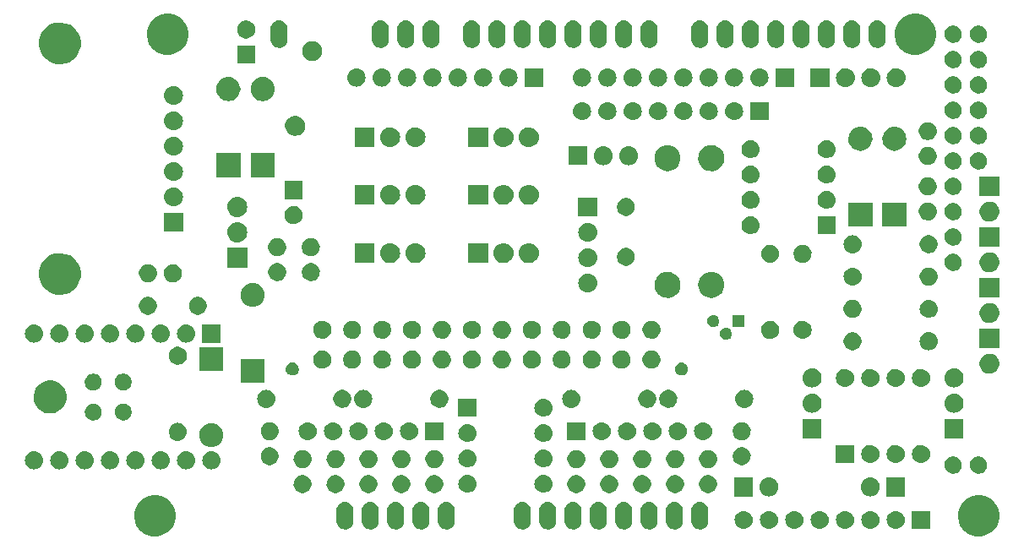
<source format=gbs>
G04 #@! TF.FileFunction,Soldermask,Bot*
%FSLAX46Y46*%
G04 Gerber Fmt 4.6, Leading zero omitted, Abs format (unit mm)*
G04 Created by KiCad (PCBNEW 4.0.7) date 03/12/18 20:20:42*
%MOMM*%
%LPD*%
G01*
G04 APERTURE LIST*
%ADD10C,0.100000*%
G04 APERTURE END LIST*
D10*
G36*
X105808535Y-112824877D02*
X106206204Y-112906507D01*
X106580457Y-113063828D01*
X106917019Y-113290842D01*
X107203077Y-113578904D01*
X107427734Y-113917042D01*
X107582437Y-114292377D01*
X107661221Y-114690267D01*
X107661221Y-114690277D01*
X107661288Y-114690616D01*
X107654814Y-115154308D01*
X107654737Y-115154646D01*
X107654737Y-115154654D01*
X107564873Y-115550190D01*
X107399754Y-115921056D01*
X107165739Y-116252791D01*
X106871748Y-116532756D01*
X106528977Y-116750285D01*
X106150485Y-116897092D01*
X105750687Y-116967588D01*
X105344805Y-116959085D01*
X104948308Y-116871911D01*
X104576292Y-116709380D01*
X104242935Y-116477692D01*
X103960926Y-116185663D01*
X103741010Y-115844419D01*
X103591561Y-115466954D01*
X103518277Y-115067662D01*
X103523945Y-114661733D01*
X103608351Y-114264634D01*
X103768278Y-113891496D01*
X103997637Y-113556525D01*
X104287689Y-113272486D01*
X104627390Y-113050192D01*
X105003798Y-112898113D01*
X105402571Y-112822043D01*
X105808535Y-112824877D01*
X105808535Y-112824877D01*
G37*
G36*
X188358535Y-112824877D02*
X188756204Y-112906507D01*
X189130457Y-113063828D01*
X189467019Y-113290842D01*
X189753077Y-113578904D01*
X189977734Y-113917042D01*
X190132437Y-114292377D01*
X190211221Y-114690267D01*
X190211221Y-114690277D01*
X190211288Y-114690616D01*
X190204814Y-115154308D01*
X190204737Y-115154646D01*
X190204737Y-115154654D01*
X190114873Y-115550190D01*
X189949754Y-115921056D01*
X189715739Y-116252791D01*
X189421748Y-116532756D01*
X189078977Y-116750285D01*
X188700485Y-116897092D01*
X188300687Y-116967588D01*
X187894805Y-116959085D01*
X187498308Y-116871911D01*
X187126292Y-116709380D01*
X186792935Y-116477692D01*
X186510926Y-116185663D01*
X186291010Y-115844419D01*
X186141561Y-115466954D01*
X186068277Y-115067662D01*
X186073945Y-114661733D01*
X186158351Y-114264634D01*
X186318278Y-113891496D01*
X186547637Y-113556525D01*
X186837689Y-113272486D01*
X187177390Y-113050192D01*
X187553798Y-112898113D01*
X187952571Y-112822043D01*
X188358535Y-112824877D01*
X188358535Y-112824877D01*
G37*
G36*
X124814704Y-113532996D02*
X124814709Y-113532998D01*
X124814751Y-113533002D01*
X124975758Y-113582842D01*
X125124019Y-113663006D01*
X125253885Y-113770441D01*
X125360411Y-113901054D01*
X125439538Y-114049871D01*
X125488253Y-114211222D01*
X125504700Y-114378963D01*
X125504700Y-115408271D01*
X125504631Y-115418238D01*
X125504630Y-115418244D01*
X125504616Y-115420295D01*
X125485828Y-115587790D01*
X125434865Y-115748445D01*
X125353668Y-115896143D01*
X125245329Y-116025256D01*
X125113976Y-116130867D01*
X124964610Y-116208953D01*
X124802923Y-116256540D01*
X124802881Y-116256544D01*
X124802877Y-116256545D01*
X124635073Y-116271817D01*
X124467496Y-116254204D01*
X124467491Y-116254202D01*
X124467449Y-116254198D01*
X124306442Y-116204358D01*
X124158181Y-116124194D01*
X124028315Y-116016759D01*
X123921789Y-115886146D01*
X123842662Y-115737329D01*
X123793947Y-115575978D01*
X123777500Y-115408237D01*
X123777500Y-114378929D01*
X123777569Y-114368962D01*
X123777570Y-114368956D01*
X123777584Y-114366905D01*
X123796372Y-114199410D01*
X123847335Y-114038755D01*
X123928532Y-113891057D01*
X124036871Y-113761944D01*
X124168224Y-113656333D01*
X124317590Y-113578247D01*
X124479277Y-113530660D01*
X124479319Y-113530656D01*
X124479323Y-113530655D01*
X124647127Y-113515383D01*
X124814704Y-113532996D01*
X124814704Y-113532996D01*
G37*
G36*
X127354704Y-113532996D02*
X127354709Y-113532998D01*
X127354751Y-113533002D01*
X127515758Y-113582842D01*
X127664019Y-113663006D01*
X127793885Y-113770441D01*
X127900411Y-113901054D01*
X127979538Y-114049871D01*
X128028253Y-114211222D01*
X128044700Y-114378963D01*
X128044700Y-115408271D01*
X128044631Y-115418238D01*
X128044630Y-115418244D01*
X128044616Y-115420295D01*
X128025828Y-115587790D01*
X127974865Y-115748445D01*
X127893668Y-115896143D01*
X127785329Y-116025256D01*
X127653976Y-116130867D01*
X127504610Y-116208953D01*
X127342923Y-116256540D01*
X127342881Y-116256544D01*
X127342877Y-116256545D01*
X127175073Y-116271817D01*
X127007496Y-116254204D01*
X127007491Y-116254202D01*
X127007449Y-116254198D01*
X126846442Y-116204358D01*
X126698181Y-116124194D01*
X126568315Y-116016759D01*
X126461789Y-115886146D01*
X126382662Y-115737329D01*
X126333947Y-115575978D01*
X126317500Y-115408237D01*
X126317500Y-114378929D01*
X126317569Y-114368962D01*
X126317570Y-114368956D01*
X126317584Y-114366905D01*
X126336372Y-114199410D01*
X126387335Y-114038755D01*
X126468532Y-113891057D01*
X126576871Y-113761944D01*
X126708224Y-113656333D01*
X126857590Y-113578247D01*
X127019277Y-113530660D01*
X127019319Y-113530656D01*
X127019323Y-113530655D01*
X127187127Y-113515383D01*
X127354704Y-113532996D01*
X127354704Y-113532996D01*
G37*
G36*
X129894704Y-113532996D02*
X129894709Y-113532998D01*
X129894751Y-113533002D01*
X130055758Y-113582842D01*
X130204019Y-113663006D01*
X130333885Y-113770441D01*
X130440411Y-113901054D01*
X130519538Y-114049871D01*
X130568253Y-114211222D01*
X130584700Y-114378963D01*
X130584700Y-115408271D01*
X130584631Y-115418238D01*
X130584630Y-115418244D01*
X130584616Y-115420295D01*
X130565828Y-115587790D01*
X130514865Y-115748445D01*
X130433668Y-115896143D01*
X130325329Y-116025256D01*
X130193976Y-116130867D01*
X130044610Y-116208953D01*
X129882923Y-116256540D01*
X129882881Y-116256544D01*
X129882877Y-116256545D01*
X129715073Y-116271817D01*
X129547496Y-116254204D01*
X129547491Y-116254202D01*
X129547449Y-116254198D01*
X129386442Y-116204358D01*
X129238181Y-116124194D01*
X129108315Y-116016759D01*
X129001789Y-115886146D01*
X128922662Y-115737329D01*
X128873947Y-115575978D01*
X128857500Y-115408237D01*
X128857500Y-114378929D01*
X128857569Y-114368962D01*
X128857570Y-114368956D01*
X128857584Y-114366905D01*
X128876372Y-114199410D01*
X128927335Y-114038755D01*
X129008532Y-113891057D01*
X129116871Y-113761944D01*
X129248224Y-113656333D01*
X129397590Y-113578247D01*
X129559277Y-113530660D01*
X129559319Y-113530656D01*
X129559323Y-113530655D01*
X129727127Y-113515383D01*
X129894704Y-113532996D01*
X129894704Y-113532996D01*
G37*
G36*
X132434704Y-113532996D02*
X132434709Y-113532998D01*
X132434751Y-113533002D01*
X132595758Y-113582842D01*
X132744019Y-113663006D01*
X132873885Y-113770441D01*
X132980411Y-113901054D01*
X133059538Y-114049871D01*
X133108253Y-114211222D01*
X133124700Y-114378963D01*
X133124700Y-115408271D01*
X133124631Y-115418238D01*
X133124630Y-115418244D01*
X133124616Y-115420295D01*
X133105828Y-115587790D01*
X133054865Y-115748445D01*
X132973668Y-115896143D01*
X132865329Y-116025256D01*
X132733976Y-116130867D01*
X132584610Y-116208953D01*
X132422923Y-116256540D01*
X132422881Y-116256544D01*
X132422877Y-116256545D01*
X132255073Y-116271817D01*
X132087496Y-116254204D01*
X132087491Y-116254202D01*
X132087449Y-116254198D01*
X131926442Y-116204358D01*
X131778181Y-116124194D01*
X131648315Y-116016759D01*
X131541789Y-115886146D01*
X131462662Y-115737329D01*
X131413947Y-115575978D01*
X131397500Y-115408237D01*
X131397500Y-114378929D01*
X131397569Y-114368962D01*
X131397570Y-114368956D01*
X131397584Y-114366905D01*
X131416372Y-114199410D01*
X131467335Y-114038755D01*
X131548532Y-113891057D01*
X131656871Y-113761944D01*
X131788224Y-113656333D01*
X131937590Y-113578247D01*
X132099277Y-113530660D01*
X132099319Y-113530656D01*
X132099323Y-113530655D01*
X132267127Y-113515383D01*
X132434704Y-113532996D01*
X132434704Y-113532996D01*
G37*
G36*
X134974704Y-113532996D02*
X134974709Y-113532998D01*
X134974751Y-113533002D01*
X135135758Y-113582842D01*
X135284019Y-113663006D01*
X135413885Y-113770441D01*
X135520411Y-113901054D01*
X135599538Y-114049871D01*
X135648253Y-114211222D01*
X135664700Y-114378963D01*
X135664700Y-115408271D01*
X135664631Y-115418238D01*
X135664630Y-115418244D01*
X135664616Y-115420295D01*
X135645828Y-115587790D01*
X135594865Y-115748445D01*
X135513668Y-115896143D01*
X135405329Y-116025256D01*
X135273976Y-116130867D01*
X135124610Y-116208953D01*
X134962923Y-116256540D01*
X134962881Y-116256544D01*
X134962877Y-116256545D01*
X134795073Y-116271817D01*
X134627496Y-116254204D01*
X134627491Y-116254202D01*
X134627449Y-116254198D01*
X134466442Y-116204358D01*
X134318181Y-116124194D01*
X134188315Y-116016759D01*
X134081789Y-115886146D01*
X134002662Y-115737329D01*
X133953947Y-115575978D01*
X133937500Y-115408237D01*
X133937500Y-114378929D01*
X133937569Y-114368962D01*
X133937570Y-114368956D01*
X133937584Y-114366905D01*
X133956372Y-114199410D01*
X134007335Y-114038755D01*
X134088532Y-113891057D01*
X134196871Y-113761944D01*
X134328224Y-113656333D01*
X134477590Y-113578247D01*
X134639277Y-113530660D01*
X134639319Y-113530656D01*
X134639323Y-113530655D01*
X134807127Y-113515383D01*
X134974704Y-113532996D01*
X134974704Y-113532996D01*
G37*
G36*
X142594704Y-113532996D02*
X142594709Y-113532998D01*
X142594751Y-113533002D01*
X142755758Y-113582842D01*
X142904019Y-113663006D01*
X143033885Y-113770441D01*
X143140411Y-113901054D01*
X143219538Y-114049871D01*
X143268253Y-114211222D01*
X143284700Y-114378963D01*
X143284700Y-115408271D01*
X143284631Y-115418238D01*
X143284630Y-115418244D01*
X143284616Y-115420295D01*
X143265828Y-115587790D01*
X143214865Y-115748445D01*
X143133668Y-115896143D01*
X143025329Y-116025256D01*
X142893976Y-116130867D01*
X142744610Y-116208953D01*
X142582923Y-116256540D01*
X142582881Y-116256544D01*
X142582877Y-116256545D01*
X142415073Y-116271817D01*
X142247496Y-116254204D01*
X142247491Y-116254202D01*
X142247449Y-116254198D01*
X142086442Y-116204358D01*
X141938181Y-116124194D01*
X141808315Y-116016759D01*
X141701789Y-115886146D01*
X141622662Y-115737329D01*
X141573947Y-115575978D01*
X141557500Y-115408237D01*
X141557500Y-114378929D01*
X141557569Y-114368962D01*
X141557570Y-114368956D01*
X141557584Y-114366905D01*
X141576372Y-114199410D01*
X141627335Y-114038755D01*
X141708532Y-113891057D01*
X141816871Y-113761944D01*
X141948224Y-113656333D01*
X142097590Y-113578247D01*
X142259277Y-113530660D01*
X142259319Y-113530656D01*
X142259323Y-113530655D01*
X142427127Y-113515383D01*
X142594704Y-113532996D01*
X142594704Y-113532996D01*
G37*
G36*
X145134704Y-113532996D02*
X145134709Y-113532998D01*
X145134751Y-113533002D01*
X145295758Y-113582842D01*
X145444019Y-113663006D01*
X145573885Y-113770441D01*
X145680411Y-113901054D01*
X145759538Y-114049871D01*
X145808253Y-114211222D01*
X145824700Y-114378963D01*
X145824700Y-115408271D01*
X145824631Y-115418238D01*
X145824630Y-115418244D01*
X145824616Y-115420295D01*
X145805828Y-115587790D01*
X145754865Y-115748445D01*
X145673668Y-115896143D01*
X145565329Y-116025256D01*
X145433976Y-116130867D01*
X145284610Y-116208953D01*
X145122923Y-116256540D01*
X145122881Y-116256544D01*
X145122877Y-116256545D01*
X144955073Y-116271817D01*
X144787496Y-116254204D01*
X144787491Y-116254202D01*
X144787449Y-116254198D01*
X144626442Y-116204358D01*
X144478181Y-116124194D01*
X144348315Y-116016759D01*
X144241789Y-115886146D01*
X144162662Y-115737329D01*
X144113947Y-115575978D01*
X144097500Y-115408237D01*
X144097500Y-114378929D01*
X144097569Y-114368962D01*
X144097570Y-114368956D01*
X144097584Y-114366905D01*
X144116372Y-114199410D01*
X144167335Y-114038755D01*
X144248532Y-113891057D01*
X144356871Y-113761944D01*
X144488224Y-113656333D01*
X144637590Y-113578247D01*
X144799277Y-113530660D01*
X144799319Y-113530656D01*
X144799323Y-113530655D01*
X144967127Y-113515383D01*
X145134704Y-113532996D01*
X145134704Y-113532996D01*
G37*
G36*
X150214704Y-113532996D02*
X150214709Y-113532998D01*
X150214751Y-113533002D01*
X150375758Y-113582842D01*
X150524019Y-113663006D01*
X150653885Y-113770441D01*
X150760411Y-113901054D01*
X150839538Y-114049871D01*
X150888253Y-114211222D01*
X150904700Y-114378963D01*
X150904700Y-115408271D01*
X150904631Y-115418238D01*
X150904630Y-115418244D01*
X150904616Y-115420295D01*
X150885828Y-115587790D01*
X150834865Y-115748445D01*
X150753668Y-115896143D01*
X150645329Y-116025256D01*
X150513976Y-116130867D01*
X150364610Y-116208953D01*
X150202923Y-116256540D01*
X150202881Y-116256544D01*
X150202877Y-116256545D01*
X150035073Y-116271817D01*
X149867496Y-116254204D01*
X149867491Y-116254202D01*
X149867449Y-116254198D01*
X149706442Y-116204358D01*
X149558181Y-116124194D01*
X149428315Y-116016759D01*
X149321789Y-115886146D01*
X149242662Y-115737329D01*
X149193947Y-115575978D01*
X149177500Y-115408237D01*
X149177500Y-114378929D01*
X149177569Y-114368962D01*
X149177570Y-114368956D01*
X149177584Y-114366905D01*
X149196372Y-114199410D01*
X149247335Y-114038755D01*
X149328532Y-113891057D01*
X149436871Y-113761944D01*
X149568224Y-113656333D01*
X149717590Y-113578247D01*
X149879277Y-113530660D01*
X149879319Y-113530656D01*
X149879323Y-113530655D01*
X150047127Y-113515383D01*
X150214704Y-113532996D01*
X150214704Y-113532996D01*
G37*
G36*
X152754704Y-113532996D02*
X152754709Y-113532998D01*
X152754751Y-113533002D01*
X152915758Y-113582842D01*
X153064019Y-113663006D01*
X153193885Y-113770441D01*
X153300411Y-113901054D01*
X153379538Y-114049871D01*
X153428253Y-114211222D01*
X153444700Y-114378963D01*
X153444700Y-115408271D01*
X153444631Y-115418238D01*
X153444630Y-115418244D01*
X153444616Y-115420295D01*
X153425828Y-115587790D01*
X153374865Y-115748445D01*
X153293668Y-115896143D01*
X153185329Y-116025256D01*
X153053976Y-116130867D01*
X152904610Y-116208953D01*
X152742923Y-116256540D01*
X152742881Y-116256544D01*
X152742877Y-116256545D01*
X152575073Y-116271817D01*
X152407496Y-116254204D01*
X152407491Y-116254202D01*
X152407449Y-116254198D01*
X152246442Y-116204358D01*
X152098181Y-116124194D01*
X151968315Y-116016759D01*
X151861789Y-115886146D01*
X151782662Y-115737329D01*
X151733947Y-115575978D01*
X151717500Y-115408237D01*
X151717500Y-114378929D01*
X151717569Y-114368962D01*
X151717570Y-114368956D01*
X151717584Y-114366905D01*
X151736372Y-114199410D01*
X151787335Y-114038755D01*
X151868532Y-113891057D01*
X151976871Y-113761944D01*
X152108224Y-113656333D01*
X152257590Y-113578247D01*
X152419277Y-113530660D01*
X152419319Y-113530656D01*
X152419323Y-113530655D01*
X152587127Y-113515383D01*
X152754704Y-113532996D01*
X152754704Y-113532996D01*
G37*
G36*
X155294704Y-113532996D02*
X155294709Y-113532998D01*
X155294751Y-113533002D01*
X155455758Y-113582842D01*
X155604019Y-113663006D01*
X155733885Y-113770441D01*
X155840411Y-113901054D01*
X155919538Y-114049871D01*
X155968253Y-114211222D01*
X155984700Y-114378963D01*
X155984700Y-115408271D01*
X155984631Y-115418238D01*
X155984630Y-115418244D01*
X155984616Y-115420295D01*
X155965828Y-115587790D01*
X155914865Y-115748445D01*
X155833668Y-115896143D01*
X155725329Y-116025256D01*
X155593976Y-116130867D01*
X155444610Y-116208953D01*
X155282923Y-116256540D01*
X155282881Y-116256544D01*
X155282877Y-116256545D01*
X155115073Y-116271817D01*
X154947496Y-116254204D01*
X154947491Y-116254202D01*
X154947449Y-116254198D01*
X154786442Y-116204358D01*
X154638181Y-116124194D01*
X154508315Y-116016759D01*
X154401789Y-115886146D01*
X154322662Y-115737329D01*
X154273947Y-115575978D01*
X154257500Y-115408237D01*
X154257500Y-114378929D01*
X154257569Y-114368962D01*
X154257570Y-114368956D01*
X154257584Y-114366905D01*
X154276372Y-114199410D01*
X154327335Y-114038755D01*
X154408532Y-113891057D01*
X154516871Y-113761944D01*
X154648224Y-113656333D01*
X154797590Y-113578247D01*
X154959277Y-113530660D01*
X154959319Y-113530656D01*
X154959323Y-113530655D01*
X155127127Y-113515383D01*
X155294704Y-113532996D01*
X155294704Y-113532996D01*
G37*
G36*
X157834704Y-113532996D02*
X157834709Y-113532998D01*
X157834751Y-113533002D01*
X157995758Y-113582842D01*
X158144019Y-113663006D01*
X158273885Y-113770441D01*
X158380411Y-113901054D01*
X158459538Y-114049871D01*
X158508253Y-114211222D01*
X158524700Y-114378963D01*
X158524700Y-115408271D01*
X158524631Y-115418238D01*
X158524630Y-115418244D01*
X158524616Y-115420295D01*
X158505828Y-115587790D01*
X158454865Y-115748445D01*
X158373668Y-115896143D01*
X158265329Y-116025256D01*
X158133976Y-116130867D01*
X157984610Y-116208953D01*
X157822923Y-116256540D01*
X157822881Y-116256544D01*
X157822877Y-116256545D01*
X157655073Y-116271817D01*
X157487496Y-116254204D01*
X157487491Y-116254202D01*
X157487449Y-116254198D01*
X157326442Y-116204358D01*
X157178181Y-116124194D01*
X157048315Y-116016759D01*
X156941789Y-115886146D01*
X156862662Y-115737329D01*
X156813947Y-115575978D01*
X156797500Y-115408237D01*
X156797500Y-114378929D01*
X156797569Y-114368962D01*
X156797570Y-114368956D01*
X156797584Y-114366905D01*
X156816372Y-114199410D01*
X156867335Y-114038755D01*
X156948532Y-113891057D01*
X157056871Y-113761944D01*
X157188224Y-113656333D01*
X157337590Y-113578247D01*
X157499277Y-113530660D01*
X157499319Y-113530656D01*
X157499323Y-113530655D01*
X157667127Y-113515383D01*
X157834704Y-113532996D01*
X157834704Y-113532996D01*
G37*
G36*
X160374704Y-113532996D02*
X160374709Y-113532998D01*
X160374751Y-113533002D01*
X160535758Y-113582842D01*
X160684019Y-113663006D01*
X160813885Y-113770441D01*
X160920411Y-113901054D01*
X160999538Y-114049871D01*
X161048253Y-114211222D01*
X161064700Y-114378963D01*
X161064700Y-115408271D01*
X161064631Y-115418238D01*
X161064630Y-115418244D01*
X161064616Y-115420295D01*
X161045828Y-115587790D01*
X160994865Y-115748445D01*
X160913668Y-115896143D01*
X160805329Y-116025256D01*
X160673976Y-116130867D01*
X160524610Y-116208953D01*
X160362923Y-116256540D01*
X160362881Y-116256544D01*
X160362877Y-116256545D01*
X160195073Y-116271817D01*
X160027496Y-116254204D01*
X160027491Y-116254202D01*
X160027449Y-116254198D01*
X159866442Y-116204358D01*
X159718181Y-116124194D01*
X159588315Y-116016759D01*
X159481789Y-115886146D01*
X159402662Y-115737329D01*
X159353947Y-115575978D01*
X159337500Y-115408237D01*
X159337500Y-114378929D01*
X159337569Y-114368962D01*
X159337570Y-114368956D01*
X159337584Y-114366905D01*
X159356372Y-114199410D01*
X159407335Y-114038755D01*
X159488532Y-113891057D01*
X159596871Y-113761944D01*
X159728224Y-113656333D01*
X159877590Y-113578247D01*
X160039277Y-113530660D01*
X160039319Y-113530656D01*
X160039323Y-113530655D01*
X160207127Y-113515383D01*
X160374704Y-113532996D01*
X160374704Y-113532996D01*
G37*
G36*
X147674704Y-113532996D02*
X147674709Y-113532998D01*
X147674751Y-113533002D01*
X147835758Y-113582842D01*
X147984019Y-113663006D01*
X148113885Y-113770441D01*
X148220411Y-113901054D01*
X148299538Y-114049871D01*
X148348253Y-114211222D01*
X148364700Y-114378963D01*
X148364700Y-115408271D01*
X148364631Y-115418238D01*
X148364630Y-115418244D01*
X148364616Y-115420295D01*
X148345828Y-115587790D01*
X148294865Y-115748445D01*
X148213668Y-115896143D01*
X148105329Y-116025256D01*
X147973976Y-116130867D01*
X147824610Y-116208953D01*
X147662923Y-116256540D01*
X147662881Y-116256544D01*
X147662877Y-116256545D01*
X147495073Y-116271817D01*
X147327496Y-116254204D01*
X147327491Y-116254202D01*
X147327449Y-116254198D01*
X147166442Y-116204358D01*
X147018181Y-116124194D01*
X146888315Y-116016759D01*
X146781789Y-115886146D01*
X146702662Y-115737329D01*
X146653947Y-115575978D01*
X146637500Y-115408237D01*
X146637500Y-114378929D01*
X146637569Y-114368962D01*
X146637570Y-114368956D01*
X146637584Y-114366905D01*
X146656372Y-114199410D01*
X146707335Y-114038755D01*
X146788532Y-113891057D01*
X146896871Y-113761944D01*
X147028224Y-113656333D01*
X147177590Y-113578247D01*
X147339277Y-113530660D01*
X147339319Y-113530656D01*
X147339323Y-113530655D01*
X147507127Y-113515383D01*
X147674704Y-113532996D01*
X147674704Y-113532996D01*
G37*
G36*
X183273600Y-116217600D02*
X181470400Y-116217600D01*
X181470400Y-114414400D01*
X183273600Y-114414400D01*
X183273600Y-116217600D01*
X183273600Y-116217600D01*
G37*
G36*
X164606895Y-114414473D02*
X164606901Y-114414474D01*
X164608950Y-114414488D01*
X164783815Y-114434102D01*
X164951540Y-114487308D01*
X165105736Y-114572078D01*
X165240531Y-114685184D01*
X165350789Y-114822317D01*
X165432311Y-114978255D01*
X165481992Y-115147057D01*
X165481995Y-115147093D01*
X165481998Y-115147102D01*
X165497942Y-115322292D01*
X165479553Y-115497245D01*
X165479551Y-115497250D01*
X165479547Y-115497292D01*
X165427514Y-115665384D01*
X165343822Y-115820168D01*
X165231660Y-115955749D01*
X165095300Y-116066962D01*
X164939935Y-116149571D01*
X164771484Y-116200429D01*
X164596362Y-116217600D01*
X164587604Y-116217600D01*
X164577105Y-116217527D01*
X164577099Y-116217526D01*
X164575050Y-116217512D01*
X164400185Y-116197898D01*
X164232460Y-116144692D01*
X164078264Y-116059922D01*
X163943469Y-115946816D01*
X163833211Y-115809683D01*
X163751689Y-115653745D01*
X163702008Y-115484943D01*
X163702005Y-115484907D01*
X163702002Y-115484898D01*
X163686058Y-115309708D01*
X163704447Y-115134755D01*
X163704449Y-115134750D01*
X163704453Y-115134708D01*
X163756486Y-114966616D01*
X163840178Y-114811832D01*
X163952340Y-114676251D01*
X164088700Y-114565038D01*
X164244065Y-114482429D01*
X164412516Y-114431571D01*
X164587638Y-114414400D01*
X164596396Y-114414400D01*
X164606895Y-114414473D01*
X164606895Y-114414473D01*
G37*
G36*
X167146895Y-114414473D02*
X167146901Y-114414474D01*
X167148950Y-114414488D01*
X167323815Y-114434102D01*
X167491540Y-114487308D01*
X167645736Y-114572078D01*
X167780531Y-114685184D01*
X167890789Y-114822317D01*
X167972311Y-114978255D01*
X168021992Y-115147057D01*
X168021995Y-115147093D01*
X168021998Y-115147102D01*
X168037942Y-115322292D01*
X168019553Y-115497245D01*
X168019551Y-115497250D01*
X168019547Y-115497292D01*
X167967514Y-115665384D01*
X167883822Y-115820168D01*
X167771660Y-115955749D01*
X167635300Y-116066962D01*
X167479935Y-116149571D01*
X167311484Y-116200429D01*
X167136362Y-116217600D01*
X167127604Y-116217600D01*
X167117105Y-116217527D01*
X167117099Y-116217526D01*
X167115050Y-116217512D01*
X166940185Y-116197898D01*
X166772460Y-116144692D01*
X166618264Y-116059922D01*
X166483469Y-115946816D01*
X166373211Y-115809683D01*
X166291689Y-115653745D01*
X166242008Y-115484943D01*
X166242005Y-115484907D01*
X166242002Y-115484898D01*
X166226058Y-115309708D01*
X166244447Y-115134755D01*
X166244449Y-115134750D01*
X166244453Y-115134708D01*
X166296486Y-114966616D01*
X166380178Y-114811832D01*
X166492340Y-114676251D01*
X166628700Y-114565038D01*
X166784065Y-114482429D01*
X166952516Y-114431571D01*
X167127638Y-114414400D01*
X167136396Y-114414400D01*
X167146895Y-114414473D01*
X167146895Y-114414473D01*
G37*
G36*
X169686895Y-114414473D02*
X169686901Y-114414474D01*
X169688950Y-114414488D01*
X169863815Y-114434102D01*
X170031540Y-114487308D01*
X170185736Y-114572078D01*
X170320531Y-114685184D01*
X170430789Y-114822317D01*
X170512311Y-114978255D01*
X170561992Y-115147057D01*
X170561995Y-115147093D01*
X170561998Y-115147102D01*
X170577942Y-115322292D01*
X170559553Y-115497245D01*
X170559551Y-115497250D01*
X170559547Y-115497292D01*
X170507514Y-115665384D01*
X170423822Y-115820168D01*
X170311660Y-115955749D01*
X170175300Y-116066962D01*
X170019935Y-116149571D01*
X169851484Y-116200429D01*
X169676362Y-116217600D01*
X169667604Y-116217600D01*
X169657105Y-116217527D01*
X169657099Y-116217526D01*
X169655050Y-116217512D01*
X169480185Y-116197898D01*
X169312460Y-116144692D01*
X169158264Y-116059922D01*
X169023469Y-115946816D01*
X168913211Y-115809683D01*
X168831689Y-115653745D01*
X168782008Y-115484943D01*
X168782005Y-115484907D01*
X168782002Y-115484898D01*
X168766058Y-115309708D01*
X168784447Y-115134755D01*
X168784449Y-115134750D01*
X168784453Y-115134708D01*
X168836486Y-114966616D01*
X168920178Y-114811832D01*
X169032340Y-114676251D01*
X169168700Y-114565038D01*
X169324065Y-114482429D01*
X169492516Y-114431571D01*
X169667638Y-114414400D01*
X169676396Y-114414400D01*
X169686895Y-114414473D01*
X169686895Y-114414473D01*
G37*
G36*
X172226895Y-114414473D02*
X172226901Y-114414474D01*
X172228950Y-114414488D01*
X172403815Y-114434102D01*
X172571540Y-114487308D01*
X172725736Y-114572078D01*
X172860531Y-114685184D01*
X172970789Y-114822317D01*
X173052311Y-114978255D01*
X173101992Y-115147057D01*
X173101995Y-115147093D01*
X173101998Y-115147102D01*
X173117942Y-115322292D01*
X173099553Y-115497245D01*
X173099551Y-115497250D01*
X173099547Y-115497292D01*
X173047514Y-115665384D01*
X172963822Y-115820168D01*
X172851660Y-115955749D01*
X172715300Y-116066962D01*
X172559935Y-116149571D01*
X172391484Y-116200429D01*
X172216362Y-116217600D01*
X172207604Y-116217600D01*
X172197105Y-116217527D01*
X172197099Y-116217526D01*
X172195050Y-116217512D01*
X172020185Y-116197898D01*
X171852460Y-116144692D01*
X171698264Y-116059922D01*
X171563469Y-115946816D01*
X171453211Y-115809683D01*
X171371689Y-115653745D01*
X171322008Y-115484943D01*
X171322005Y-115484907D01*
X171322002Y-115484898D01*
X171306058Y-115309708D01*
X171324447Y-115134755D01*
X171324449Y-115134750D01*
X171324453Y-115134708D01*
X171376486Y-114966616D01*
X171460178Y-114811832D01*
X171572340Y-114676251D01*
X171708700Y-114565038D01*
X171864065Y-114482429D01*
X172032516Y-114431571D01*
X172207638Y-114414400D01*
X172216396Y-114414400D01*
X172226895Y-114414473D01*
X172226895Y-114414473D01*
G37*
G36*
X174766895Y-114414473D02*
X174766901Y-114414474D01*
X174768950Y-114414488D01*
X174943815Y-114434102D01*
X175111540Y-114487308D01*
X175265736Y-114572078D01*
X175400531Y-114685184D01*
X175510789Y-114822317D01*
X175592311Y-114978255D01*
X175641992Y-115147057D01*
X175641995Y-115147093D01*
X175641998Y-115147102D01*
X175657942Y-115322292D01*
X175639553Y-115497245D01*
X175639551Y-115497250D01*
X175639547Y-115497292D01*
X175587514Y-115665384D01*
X175503822Y-115820168D01*
X175391660Y-115955749D01*
X175255300Y-116066962D01*
X175099935Y-116149571D01*
X174931484Y-116200429D01*
X174756362Y-116217600D01*
X174747604Y-116217600D01*
X174737105Y-116217527D01*
X174737099Y-116217526D01*
X174735050Y-116217512D01*
X174560185Y-116197898D01*
X174392460Y-116144692D01*
X174238264Y-116059922D01*
X174103469Y-115946816D01*
X173993211Y-115809683D01*
X173911689Y-115653745D01*
X173862008Y-115484943D01*
X173862005Y-115484907D01*
X173862002Y-115484898D01*
X173846058Y-115309708D01*
X173864447Y-115134755D01*
X173864449Y-115134750D01*
X173864453Y-115134708D01*
X173916486Y-114966616D01*
X174000178Y-114811832D01*
X174112340Y-114676251D01*
X174248700Y-114565038D01*
X174404065Y-114482429D01*
X174572516Y-114431571D01*
X174747638Y-114414400D01*
X174756396Y-114414400D01*
X174766895Y-114414473D01*
X174766895Y-114414473D01*
G37*
G36*
X177306895Y-114414473D02*
X177306901Y-114414474D01*
X177308950Y-114414488D01*
X177483815Y-114434102D01*
X177651540Y-114487308D01*
X177805736Y-114572078D01*
X177940531Y-114685184D01*
X178050789Y-114822317D01*
X178132311Y-114978255D01*
X178181992Y-115147057D01*
X178181995Y-115147093D01*
X178181998Y-115147102D01*
X178197942Y-115322292D01*
X178179553Y-115497245D01*
X178179551Y-115497250D01*
X178179547Y-115497292D01*
X178127514Y-115665384D01*
X178043822Y-115820168D01*
X177931660Y-115955749D01*
X177795300Y-116066962D01*
X177639935Y-116149571D01*
X177471484Y-116200429D01*
X177296362Y-116217600D01*
X177287604Y-116217600D01*
X177277105Y-116217527D01*
X177277099Y-116217526D01*
X177275050Y-116217512D01*
X177100185Y-116197898D01*
X176932460Y-116144692D01*
X176778264Y-116059922D01*
X176643469Y-115946816D01*
X176533211Y-115809683D01*
X176451689Y-115653745D01*
X176402008Y-115484943D01*
X176402005Y-115484907D01*
X176402002Y-115484898D01*
X176386058Y-115309708D01*
X176404447Y-115134755D01*
X176404449Y-115134750D01*
X176404453Y-115134708D01*
X176456486Y-114966616D01*
X176540178Y-114811832D01*
X176652340Y-114676251D01*
X176788700Y-114565038D01*
X176944065Y-114482429D01*
X177112516Y-114431571D01*
X177287638Y-114414400D01*
X177296396Y-114414400D01*
X177306895Y-114414473D01*
X177306895Y-114414473D01*
G37*
G36*
X179846895Y-114414473D02*
X179846901Y-114414474D01*
X179848950Y-114414488D01*
X180023815Y-114434102D01*
X180191540Y-114487308D01*
X180345736Y-114572078D01*
X180480531Y-114685184D01*
X180590789Y-114822317D01*
X180672311Y-114978255D01*
X180721992Y-115147057D01*
X180721995Y-115147093D01*
X180721998Y-115147102D01*
X180737942Y-115322292D01*
X180719553Y-115497245D01*
X180719551Y-115497250D01*
X180719547Y-115497292D01*
X180667514Y-115665384D01*
X180583822Y-115820168D01*
X180471660Y-115955749D01*
X180335300Y-116066962D01*
X180179935Y-116149571D01*
X180011484Y-116200429D01*
X179836362Y-116217600D01*
X179827604Y-116217600D01*
X179817105Y-116217527D01*
X179817099Y-116217526D01*
X179815050Y-116217512D01*
X179640185Y-116197898D01*
X179472460Y-116144692D01*
X179318264Y-116059922D01*
X179183469Y-115946816D01*
X179073211Y-115809683D01*
X178991689Y-115653745D01*
X178942008Y-115484943D01*
X178942005Y-115484907D01*
X178942002Y-115484898D01*
X178926058Y-115309708D01*
X178944447Y-115134755D01*
X178944449Y-115134750D01*
X178944453Y-115134708D01*
X178996486Y-114966616D01*
X179080178Y-114811832D01*
X179192340Y-114676251D01*
X179328700Y-114565038D01*
X179484065Y-114482429D01*
X179652516Y-114431571D01*
X179827638Y-114414400D01*
X179836396Y-114414400D01*
X179846895Y-114414473D01*
X179846895Y-114414473D01*
G37*
G36*
X167323299Y-111077226D02*
X167323304Y-111077228D01*
X167323346Y-111077232D01*
X167500760Y-111132151D01*
X167664128Y-111220484D01*
X167807228Y-111338866D01*
X167924608Y-111482789D01*
X168011798Y-111646769D01*
X168065477Y-111824563D01*
X168083600Y-112009396D01*
X168083600Y-112018637D01*
X168083522Y-112029834D01*
X168083521Y-112029840D01*
X168083507Y-112031890D01*
X168062805Y-112216453D01*
X168006649Y-112393479D01*
X167917178Y-112556227D01*
X167797800Y-112698496D01*
X167653061Y-112814869D01*
X167488476Y-112900912D01*
X167310312Y-112953349D01*
X167310276Y-112953352D01*
X167310267Y-112953355D01*
X167125360Y-112970183D01*
X166940701Y-112950774D01*
X166940696Y-112950772D01*
X166940654Y-112950768D01*
X166763240Y-112895849D01*
X166599872Y-112807516D01*
X166456772Y-112689134D01*
X166339392Y-112545211D01*
X166252202Y-112381231D01*
X166198523Y-112203437D01*
X166180400Y-112018604D01*
X166180400Y-112009396D01*
X166180424Y-112005966D01*
X166180478Y-111998166D01*
X166180479Y-111998160D01*
X166180493Y-111996110D01*
X166201195Y-111811547D01*
X166257351Y-111634521D01*
X166346822Y-111471773D01*
X166466200Y-111329504D01*
X166610939Y-111213131D01*
X166775524Y-111127088D01*
X166953688Y-111074651D01*
X166953724Y-111074648D01*
X166953733Y-111074645D01*
X167138640Y-111057817D01*
X167323299Y-111077226D01*
X167323299Y-111077226D01*
G37*
G36*
X177483299Y-111077226D02*
X177483304Y-111077228D01*
X177483346Y-111077232D01*
X177660760Y-111132151D01*
X177824128Y-111220484D01*
X177967228Y-111338866D01*
X178084608Y-111482789D01*
X178171798Y-111646769D01*
X178225477Y-111824563D01*
X178243600Y-112009396D01*
X178243600Y-112018637D01*
X178243522Y-112029834D01*
X178243521Y-112029840D01*
X178243507Y-112031890D01*
X178222805Y-112216453D01*
X178166649Y-112393479D01*
X178077178Y-112556227D01*
X177957800Y-112698496D01*
X177813061Y-112814869D01*
X177648476Y-112900912D01*
X177470312Y-112953349D01*
X177470276Y-112953352D01*
X177470267Y-112953355D01*
X177285360Y-112970183D01*
X177100701Y-112950774D01*
X177100696Y-112950772D01*
X177100654Y-112950768D01*
X176923240Y-112895849D01*
X176759872Y-112807516D01*
X176616772Y-112689134D01*
X176499392Y-112545211D01*
X176412202Y-112381231D01*
X176358523Y-112203437D01*
X176340400Y-112018604D01*
X176340400Y-112009396D01*
X176340424Y-112005966D01*
X176340478Y-111998166D01*
X176340479Y-111998160D01*
X176340493Y-111996110D01*
X176361195Y-111811547D01*
X176417351Y-111634521D01*
X176506822Y-111471773D01*
X176626200Y-111329504D01*
X176770939Y-111213131D01*
X176935524Y-111127088D01*
X177113688Y-111074651D01*
X177113724Y-111074648D01*
X177113733Y-111074645D01*
X177298640Y-111057817D01*
X177483299Y-111077226D01*
X177483299Y-111077226D01*
G37*
G36*
X180783600Y-112965600D02*
X178880400Y-112965600D01*
X178880400Y-111062400D01*
X180783600Y-111062400D01*
X180783600Y-112965600D01*
X180783600Y-112965600D01*
G37*
G36*
X165543600Y-112965600D02*
X163640400Y-112965600D01*
X163640400Y-111062400D01*
X165543600Y-111062400D01*
X165543600Y-112965600D01*
X165543600Y-112965600D01*
G37*
G36*
X133698703Y-110818999D02*
X133871897Y-110854551D01*
X134034901Y-110923071D01*
X134181485Y-111021944D01*
X134306073Y-111147404D01*
X134403918Y-111294674D01*
X134471298Y-111458149D01*
X134505571Y-111631239D01*
X134505571Y-111631255D01*
X134505638Y-111631594D01*
X134502818Y-111833547D01*
X134502742Y-111833881D01*
X134502742Y-111833894D01*
X134463647Y-112005970D01*
X134391733Y-112167492D01*
X134289810Y-112311976D01*
X134161767Y-112433910D01*
X134012477Y-112528652D01*
X133847631Y-112592591D01*
X133673507Y-112623294D01*
X133496730Y-112619591D01*
X133324040Y-112581623D01*
X133162014Y-112510835D01*
X133016828Y-112409928D01*
X132894003Y-112282739D01*
X132798221Y-112134114D01*
X132733130Y-111969713D01*
X132701213Y-111795811D01*
X132703681Y-111619014D01*
X132740444Y-111446063D01*
X132810096Y-111283549D01*
X132909991Y-111137657D01*
X133036318Y-111013948D01*
X133184271Y-110917131D01*
X133348210Y-110850895D01*
X133521888Y-110817765D01*
X133698703Y-110818999D01*
X133698703Y-110818999D01*
G37*
G36*
X120494703Y-110818999D02*
X120667897Y-110854551D01*
X120830901Y-110923071D01*
X120977485Y-111021944D01*
X121102073Y-111147404D01*
X121199918Y-111294674D01*
X121267298Y-111458149D01*
X121301571Y-111631239D01*
X121301571Y-111631255D01*
X121301638Y-111631594D01*
X121298818Y-111833547D01*
X121298742Y-111833881D01*
X121298742Y-111833894D01*
X121259647Y-112005970D01*
X121187733Y-112167492D01*
X121085810Y-112311976D01*
X120957767Y-112433910D01*
X120808477Y-112528652D01*
X120643631Y-112592591D01*
X120469507Y-112623294D01*
X120292730Y-112619591D01*
X120120040Y-112581623D01*
X119958014Y-112510835D01*
X119812828Y-112409928D01*
X119690003Y-112282739D01*
X119594221Y-112134114D01*
X119529130Y-111969713D01*
X119497213Y-111795811D01*
X119499681Y-111619014D01*
X119536444Y-111446063D01*
X119606096Y-111283549D01*
X119705991Y-111137657D01*
X119832318Y-111013948D01*
X119980271Y-110917131D01*
X120144210Y-110850895D01*
X120317888Y-110817765D01*
X120494703Y-110818999D01*
X120494703Y-110818999D01*
G37*
G36*
X123794703Y-110818999D02*
X123967897Y-110854551D01*
X124130901Y-110923071D01*
X124277485Y-111021944D01*
X124402073Y-111147404D01*
X124499918Y-111294674D01*
X124567298Y-111458149D01*
X124601571Y-111631239D01*
X124601571Y-111631255D01*
X124601638Y-111631594D01*
X124598818Y-111833547D01*
X124598742Y-111833881D01*
X124598742Y-111833894D01*
X124559647Y-112005970D01*
X124487733Y-112167492D01*
X124385810Y-112311976D01*
X124257767Y-112433910D01*
X124108477Y-112528652D01*
X123943631Y-112592591D01*
X123769507Y-112623294D01*
X123592730Y-112619591D01*
X123420040Y-112581623D01*
X123258014Y-112510835D01*
X123112828Y-112409928D01*
X122990003Y-112282739D01*
X122894221Y-112134114D01*
X122829130Y-111969713D01*
X122797213Y-111795811D01*
X122799681Y-111619014D01*
X122836444Y-111446063D01*
X122906096Y-111283549D01*
X123005991Y-111137657D01*
X123132318Y-111013948D01*
X123280271Y-110917131D01*
X123444210Y-110850895D01*
X123617888Y-110817765D01*
X123794703Y-110818999D01*
X123794703Y-110818999D01*
G37*
G36*
X127094703Y-110818999D02*
X127267897Y-110854551D01*
X127430901Y-110923071D01*
X127577485Y-111021944D01*
X127702073Y-111147404D01*
X127799918Y-111294674D01*
X127867298Y-111458149D01*
X127901571Y-111631239D01*
X127901571Y-111631255D01*
X127901638Y-111631594D01*
X127898818Y-111833547D01*
X127898742Y-111833881D01*
X127898742Y-111833894D01*
X127859647Y-112005970D01*
X127787733Y-112167492D01*
X127685810Y-112311976D01*
X127557767Y-112433910D01*
X127408477Y-112528652D01*
X127243631Y-112592591D01*
X127069507Y-112623294D01*
X126892730Y-112619591D01*
X126720040Y-112581623D01*
X126558014Y-112510835D01*
X126412828Y-112409928D01*
X126290003Y-112282739D01*
X126194221Y-112134114D01*
X126129130Y-111969713D01*
X126097213Y-111795811D01*
X126099681Y-111619014D01*
X126136444Y-111446063D01*
X126206096Y-111283549D01*
X126305991Y-111137657D01*
X126432318Y-111013948D01*
X126580271Y-110917131D01*
X126744210Y-110850895D01*
X126917888Y-110817765D01*
X127094703Y-110818999D01*
X127094703Y-110818999D01*
G37*
G36*
X161130703Y-110818999D02*
X161303897Y-110854551D01*
X161466901Y-110923071D01*
X161613485Y-111021944D01*
X161738073Y-111147404D01*
X161835918Y-111294674D01*
X161903298Y-111458149D01*
X161937571Y-111631239D01*
X161937571Y-111631255D01*
X161937638Y-111631594D01*
X161934818Y-111833547D01*
X161934742Y-111833881D01*
X161934742Y-111833894D01*
X161895647Y-112005970D01*
X161823733Y-112167492D01*
X161721810Y-112311976D01*
X161593767Y-112433910D01*
X161444477Y-112528652D01*
X161279631Y-112592591D01*
X161105507Y-112623294D01*
X160928730Y-112619591D01*
X160756040Y-112581623D01*
X160594014Y-112510835D01*
X160448828Y-112409928D01*
X160326003Y-112282739D01*
X160230221Y-112134114D01*
X160165130Y-111969713D01*
X160133213Y-111795811D01*
X160135681Y-111619014D01*
X160172444Y-111446063D01*
X160242096Y-111283549D01*
X160341991Y-111137657D01*
X160468318Y-111013948D01*
X160616271Y-110917131D01*
X160780210Y-110850895D01*
X160953888Y-110817765D01*
X161130703Y-110818999D01*
X161130703Y-110818999D01*
G37*
G36*
X157828703Y-110818999D02*
X158001897Y-110854551D01*
X158164901Y-110923071D01*
X158311485Y-111021944D01*
X158436073Y-111147404D01*
X158533918Y-111294674D01*
X158601298Y-111458149D01*
X158635571Y-111631239D01*
X158635571Y-111631255D01*
X158635638Y-111631594D01*
X158632818Y-111833547D01*
X158632742Y-111833881D01*
X158632742Y-111833894D01*
X158593647Y-112005970D01*
X158521733Y-112167492D01*
X158419810Y-112311976D01*
X158291767Y-112433910D01*
X158142477Y-112528652D01*
X157977631Y-112592591D01*
X157803507Y-112623294D01*
X157626730Y-112619591D01*
X157454040Y-112581623D01*
X157292014Y-112510835D01*
X157146828Y-112409928D01*
X157024003Y-112282739D01*
X156928221Y-112134114D01*
X156863130Y-111969713D01*
X156831213Y-111795811D01*
X156833681Y-111619014D01*
X156870444Y-111446063D01*
X156940096Y-111283549D01*
X157039991Y-111137657D01*
X157166318Y-111013948D01*
X157314271Y-110917131D01*
X157478210Y-110850895D01*
X157651888Y-110817765D01*
X157828703Y-110818999D01*
X157828703Y-110818999D01*
G37*
G36*
X154526703Y-110818999D02*
X154699897Y-110854551D01*
X154862901Y-110923071D01*
X155009485Y-111021944D01*
X155134073Y-111147404D01*
X155231918Y-111294674D01*
X155299298Y-111458149D01*
X155333571Y-111631239D01*
X155333571Y-111631255D01*
X155333638Y-111631594D01*
X155330818Y-111833547D01*
X155330742Y-111833881D01*
X155330742Y-111833894D01*
X155291647Y-112005970D01*
X155219733Y-112167492D01*
X155117810Y-112311976D01*
X154989767Y-112433910D01*
X154840477Y-112528652D01*
X154675631Y-112592591D01*
X154501507Y-112623294D01*
X154324730Y-112619591D01*
X154152040Y-112581623D01*
X153990014Y-112510835D01*
X153844828Y-112409928D01*
X153722003Y-112282739D01*
X153626221Y-112134114D01*
X153561130Y-111969713D01*
X153529213Y-111795811D01*
X153531681Y-111619014D01*
X153568444Y-111446063D01*
X153638096Y-111283549D01*
X153737991Y-111137657D01*
X153864318Y-111013948D01*
X154012271Y-110917131D01*
X154176210Y-110850895D01*
X154349888Y-110817765D01*
X154526703Y-110818999D01*
X154526703Y-110818999D01*
G37*
G36*
X151224703Y-110818999D02*
X151397897Y-110854551D01*
X151560901Y-110923071D01*
X151707485Y-111021944D01*
X151832073Y-111147404D01*
X151929918Y-111294674D01*
X151997298Y-111458149D01*
X152031571Y-111631239D01*
X152031571Y-111631255D01*
X152031638Y-111631594D01*
X152028818Y-111833547D01*
X152028742Y-111833881D01*
X152028742Y-111833894D01*
X151989647Y-112005970D01*
X151917733Y-112167492D01*
X151815810Y-112311976D01*
X151687767Y-112433910D01*
X151538477Y-112528652D01*
X151373631Y-112592591D01*
X151199507Y-112623294D01*
X151022730Y-112619591D01*
X150850040Y-112581623D01*
X150688014Y-112510835D01*
X150542828Y-112409928D01*
X150420003Y-112282739D01*
X150324221Y-112134114D01*
X150259130Y-111969713D01*
X150227213Y-111795811D01*
X150229681Y-111619014D01*
X150266444Y-111446063D01*
X150336096Y-111283549D01*
X150435991Y-111137657D01*
X150562318Y-111013948D01*
X150710271Y-110917131D01*
X150874210Y-110850895D01*
X151047888Y-110817765D01*
X151224703Y-110818999D01*
X151224703Y-110818999D01*
G37*
G36*
X147922703Y-110818999D02*
X148095897Y-110854551D01*
X148258901Y-110923071D01*
X148405485Y-111021944D01*
X148530073Y-111147404D01*
X148627918Y-111294674D01*
X148695298Y-111458149D01*
X148729571Y-111631239D01*
X148729571Y-111631255D01*
X148729638Y-111631594D01*
X148726818Y-111833547D01*
X148726742Y-111833881D01*
X148726742Y-111833894D01*
X148687647Y-112005970D01*
X148615733Y-112167492D01*
X148513810Y-112311976D01*
X148385767Y-112433910D01*
X148236477Y-112528652D01*
X148071631Y-112592591D01*
X147897507Y-112623294D01*
X147720730Y-112619591D01*
X147548040Y-112581623D01*
X147386014Y-112510835D01*
X147240828Y-112409928D01*
X147118003Y-112282739D01*
X147022221Y-112134114D01*
X146957130Y-111969713D01*
X146925213Y-111795811D01*
X146927681Y-111619014D01*
X146964444Y-111446063D01*
X147034096Y-111283549D01*
X147133991Y-111137657D01*
X147260318Y-111013948D01*
X147408271Y-110917131D01*
X147572210Y-110850895D01*
X147745888Y-110817765D01*
X147922703Y-110818999D01*
X147922703Y-110818999D01*
G37*
G36*
X130396703Y-110818999D02*
X130569897Y-110854551D01*
X130732901Y-110923071D01*
X130879485Y-111021944D01*
X131004073Y-111147404D01*
X131101918Y-111294674D01*
X131169298Y-111458149D01*
X131203571Y-111631239D01*
X131203571Y-111631255D01*
X131203638Y-111631594D01*
X131200818Y-111833547D01*
X131200742Y-111833881D01*
X131200742Y-111833894D01*
X131161647Y-112005970D01*
X131089733Y-112167492D01*
X130987810Y-112311976D01*
X130859767Y-112433910D01*
X130710477Y-112528652D01*
X130545631Y-112592591D01*
X130371507Y-112623294D01*
X130194730Y-112619591D01*
X130022040Y-112581623D01*
X129860014Y-112510835D01*
X129714828Y-112409928D01*
X129592003Y-112282739D01*
X129496221Y-112134114D01*
X129431130Y-111969713D01*
X129399213Y-111795811D01*
X129401681Y-111619014D01*
X129438444Y-111446063D01*
X129508096Y-111283549D01*
X129607991Y-111137657D01*
X129734318Y-111013948D01*
X129882271Y-110917131D01*
X130046210Y-110850895D01*
X130219888Y-110817765D01*
X130396703Y-110818999D01*
X130396703Y-110818999D01*
G37*
G36*
X144540895Y-110794973D02*
X144540901Y-110794974D01*
X144542950Y-110794988D01*
X144717815Y-110814602D01*
X144885540Y-110867808D01*
X145039736Y-110952578D01*
X145174531Y-111065684D01*
X145284789Y-111202817D01*
X145366311Y-111358755D01*
X145415992Y-111527557D01*
X145415995Y-111527593D01*
X145415998Y-111527602D01*
X145431942Y-111702792D01*
X145413553Y-111877745D01*
X145413551Y-111877750D01*
X145413547Y-111877792D01*
X145361514Y-112045884D01*
X145277822Y-112200668D01*
X145165660Y-112336249D01*
X145029300Y-112447462D01*
X144873935Y-112530071D01*
X144705484Y-112580929D01*
X144530362Y-112598100D01*
X144521604Y-112598100D01*
X144511105Y-112598027D01*
X144511099Y-112598026D01*
X144509050Y-112598012D01*
X144334185Y-112578398D01*
X144166460Y-112525192D01*
X144012264Y-112440422D01*
X143877469Y-112327316D01*
X143767211Y-112190183D01*
X143685689Y-112034245D01*
X143636008Y-111865443D01*
X143636005Y-111865407D01*
X143636002Y-111865398D01*
X143620058Y-111690208D01*
X143638447Y-111515255D01*
X143638449Y-111515250D01*
X143638453Y-111515208D01*
X143690486Y-111347116D01*
X143774178Y-111192332D01*
X143886340Y-111056751D01*
X144022700Y-110945538D01*
X144178065Y-110862929D01*
X144346516Y-110812071D01*
X144521638Y-110794900D01*
X144530396Y-110794900D01*
X144540895Y-110794973D01*
X144540895Y-110794973D01*
G37*
G36*
X136920895Y-110794973D02*
X136920901Y-110794974D01*
X136922950Y-110794988D01*
X137097815Y-110814602D01*
X137265540Y-110867808D01*
X137419736Y-110952578D01*
X137554531Y-111065684D01*
X137664789Y-111202817D01*
X137746311Y-111358755D01*
X137795992Y-111527557D01*
X137795995Y-111527593D01*
X137795998Y-111527602D01*
X137811942Y-111702792D01*
X137793553Y-111877745D01*
X137793551Y-111877750D01*
X137793547Y-111877792D01*
X137741514Y-112045884D01*
X137657822Y-112200668D01*
X137545660Y-112336249D01*
X137409300Y-112447462D01*
X137253935Y-112530071D01*
X137085484Y-112580929D01*
X136910362Y-112598100D01*
X136901604Y-112598100D01*
X136891105Y-112598027D01*
X136891099Y-112598026D01*
X136889050Y-112598012D01*
X136714185Y-112578398D01*
X136546460Y-112525192D01*
X136392264Y-112440422D01*
X136257469Y-112327316D01*
X136147211Y-112190183D01*
X136065689Y-112034245D01*
X136016008Y-111865443D01*
X136016005Y-111865407D01*
X136016002Y-111865398D01*
X136000058Y-111690208D01*
X136018447Y-111515255D01*
X136018449Y-111515250D01*
X136018453Y-111515208D01*
X136070486Y-111347116D01*
X136154178Y-111192332D01*
X136266340Y-111056751D01*
X136402700Y-110945538D01*
X136558065Y-110862929D01*
X136726516Y-110812071D01*
X136901638Y-110794900D01*
X136910396Y-110794900D01*
X136920895Y-110794973D01*
X136920895Y-110794973D01*
G37*
G36*
X188063612Y-108949400D02*
X188231811Y-108950573D01*
X188397706Y-108984627D01*
X188553839Y-109050260D01*
X188694242Y-109144963D01*
X188813582Y-109265137D01*
X188907305Y-109406203D01*
X188971844Y-109562786D01*
X189004669Y-109728565D01*
X189004669Y-109728576D01*
X189004737Y-109728920D01*
X189002036Y-109922362D01*
X189001959Y-109922700D01*
X189001959Y-109922708D01*
X188964515Y-110087517D01*
X188895632Y-110242232D01*
X188798005Y-110380625D01*
X188675359Y-110497420D01*
X188532363Y-110588168D01*
X188374461Y-110649414D01*
X188207677Y-110678823D01*
X188038352Y-110675276D01*
X187872940Y-110638908D01*
X187717743Y-110571104D01*
X187578676Y-110474450D01*
X187461028Y-110352621D01*
X187369283Y-110210261D01*
X187306935Y-110052789D01*
X187276363Y-109886215D01*
X187278727Y-109716871D01*
X187313941Y-109551208D01*
X187380657Y-109395544D01*
X187476342Y-109255801D01*
X187597344Y-109137307D01*
X187739061Y-109044570D01*
X187896091Y-108981125D01*
X188062451Y-108949392D01*
X188063612Y-108949400D01*
X188063612Y-108949400D01*
G37*
G36*
X185523612Y-108949400D02*
X185691811Y-108950573D01*
X185857706Y-108984627D01*
X186013839Y-109050260D01*
X186154242Y-109144963D01*
X186273582Y-109265137D01*
X186367305Y-109406203D01*
X186431844Y-109562786D01*
X186464669Y-109728565D01*
X186464669Y-109728576D01*
X186464737Y-109728920D01*
X186462036Y-109922362D01*
X186461959Y-109922700D01*
X186461959Y-109922708D01*
X186424515Y-110087517D01*
X186355632Y-110242232D01*
X186258005Y-110380625D01*
X186135359Y-110497420D01*
X185992363Y-110588168D01*
X185834461Y-110649414D01*
X185667677Y-110678823D01*
X185498352Y-110675276D01*
X185332940Y-110638908D01*
X185177743Y-110571104D01*
X185038676Y-110474450D01*
X184921028Y-110352621D01*
X184829283Y-110210261D01*
X184766935Y-110052789D01*
X184736363Y-109886215D01*
X184738727Y-109716871D01*
X184773941Y-109551208D01*
X184840657Y-109395544D01*
X184936342Y-109255801D01*
X185057344Y-109137307D01*
X185199061Y-109044570D01*
X185356091Y-108981125D01*
X185522451Y-108949392D01*
X185523612Y-108949400D01*
X185523612Y-108949400D01*
G37*
G36*
X103813245Y-108459447D02*
X103813250Y-108459449D01*
X103813292Y-108459453D01*
X103981384Y-108511486D01*
X104136168Y-108595178D01*
X104271749Y-108707340D01*
X104382962Y-108843700D01*
X104465571Y-108999065D01*
X104516429Y-109167516D01*
X104533600Y-109342638D01*
X104533600Y-109351396D01*
X104533527Y-109361895D01*
X104533526Y-109361901D01*
X104533512Y-109363950D01*
X104513898Y-109538815D01*
X104460692Y-109706540D01*
X104375922Y-109860736D01*
X104262816Y-109995531D01*
X104125683Y-110105789D01*
X103969745Y-110187311D01*
X103800943Y-110236992D01*
X103800907Y-110236995D01*
X103800898Y-110236998D01*
X103625708Y-110252942D01*
X103450755Y-110234553D01*
X103450750Y-110234551D01*
X103450708Y-110234547D01*
X103282616Y-110182514D01*
X103127832Y-110098822D01*
X102992251Y-109986660D01*
X102881038Y-109850300D01*
X102798429Y-109694935D01*
X102747571Y-109526484D01*
X102730400Y-109351362D01*
X102730400Y-109342604D01*
X102730473Y-109332105D01*
X102730474Y-109332099D01*
X102730488Y-109330050D01*
X102750102Y-109155185D01*
X102803308Y-108987460D01*
X102888078Y-108833264D01*
X103001184Y-108698469D01*
X103138317Y-108588211D01*
X103294255Y-108506689D01*
X103463057Y-108457008D01*
X103463093Y-108457005D01*
X103463102Y-108457002D01*
X103638292Y-108441058D01*
X103813245Y-108459447D01*
X103813245Y-108459447D01*
G37*
G36*
X111433245Y-108459447D02*
X111433250Y-108459449D01*
X111433292Y-108459453D01*
X111601384Y-108511486D01*
X111756168Y-108595178D01*
X111891749Y-108707340D01*
X112002962Y-108843700D01*
X112085571Y-108999065D01*
X112136429Y-109167516D01*
X112153600Y-109342638D01*
X112153600Y-109351396D01*
X112153527Y-109361895D01*
X112153526Y-109361901D01*
X112153512Y-109363950D01*
X112133898Y-109538815D01*
X112080692Y-109706540D01*
X111995922Y-109860736D01*
X111882816Y-109995531D01*
X111745683Y-110105789D01*
X111589745Y-110187311D01*
X111420943Y-110236992D01*
X111420907Y-110236995D01*
X111420898Y-110236998D01*
X111245708Y-110252942D01*
X111070755Y-110234553D01*
X111070750Y-110234551D01*
X111070708Y-110234547D01*
X110902616Y-110182514D01*
X110747832Y-110098822D01*
X110612251Y-109986660D01*
X110501038Y-109850300D01*
X110418429Y-109694935D01*
X110367571Y-109526484D01*
X110350400Y-109351362D01*
X110350400Y-109342604D01*
X110350473Y-109332105D01*
X110350474Y-109332099D01*
X110350488Y-109330050D01*
X110370102Y-109155185D01*
X110423308Y-108987460D01*
X110508078Y-108833264D01*
X110621184Y-108698469D01*
X110758317Y-108588211D01*
X110914255Y-108506689D01*
X111083057Y-108457008D01*
X111083093Y-108457005D01*
X111083102Y-108457002D01*
X111258292Y-108441058D01*
X111433245Y-108459447D01*
X111433245Y-108459447D01*
G37*
G36*
X108893245Y-108459447D02*
X108893250Y-108459449D01*
X108893292Y-108459453D01*
X109061384Y-108511486D01*
X109216168Y-108595178D01*
X109351749Y-108707340D01*
X109462962Y-108843700D01*
X109545571Y-108999065D01*
X109596429Y-109167516D01*
X109613600Y-109342638D01*
X109613600Y-109351396D01*
X109613527Y-109361895D01*
X109613526Y-109361901D01*
X109613512Y-109363950D01*
X109593898Y-109538815D01*
X109540692Y-109706540D01*
X109455922Y-109860736D01*
X109342816Y-109995531D01*
X109205683Y-110105789D01*
X109049745Y-110187311D01*
X108880943Y-110236992D01*
X108880907Y-110236995D01*
X108880898Y-110236998D01*
X108705708Y-110252942D01*
X108530755Y-110234553D01*
X108530750Y-110234551D01*
X108530708Y-110234547D01*
X108362616Y-110182514D01*
X108207832Y-110098822D01*
X108072251Y-109986660D01*
X107961038Y-109850300D01*
X107878429Y-109694935D01*
X107827571Y-109526484D01*
X107810400Y-109351362D01*
X107810400Y-109342604D01*
X107810473Y-109332105D01*
X107810474Y-109332099D01*
X107810488Y-109330050D01*
X107830102Y-109155185D01*
X107883308Y-108987460D01*
X107968078Y-108833264D01*
X108081184Y-108698469D01*
X108218317Y-108588211D01*
X108374255Y-108506689D01*
X108543057Y-108457008D01*
X108543093Y-108457005D01*
X108543102Y-108457002D01*
X108718292Y-108441058D01*
X108893245Y-108459447D01*
X108893245Y-108459447D01*
G37*
G36*
X106353245Y-108459447D02*
X106353250Y-108459449D01*
X106353292Y-108459453D01*
X106521384Y-108511486D01*
X106676168Y-108595178D01*
X106811749Y-108707340D01*
X106922962Y-108843700D01*
X107005571Y-108999065D01*
X107056429Y-109167516D01*
X107073600Y-109342638D01*
X107073600Y-109351396D01*
X107073527Y-109361895D01*
X107073526Y-109361901D01*
X107073512Y-109363950D01*
X107053898Y-109538815D01*
X107000692Y-109706540D01*
X106915922Y-109860736D01*
X106802816Y-109995531D01*
X106665683Y-110105789D01*
X106509745Y-110187311D01*
X106340943Y-110236992D01*
X106340907Y-110236995D01*
X106340898Y-110236998D01*
X106165708Y-110252942D01*
X105990755Y-110234553D01*
X105990750Y-110234551D01*
X105990708Y-110234547D01*
X105822616Y-110182514D01*
X105667832Y-110098822D01*
X105532251Y-109986660D01*
X105421038Y-109850300D01*
X105338429Y-109694935D01*
X105287571Y-109526484D01*
X105270400Y-109351362D01*
X105270400Y-109342604D01*
X105270473Y-109332105D01*
X105270474Y-109332099D01*
X105270488Y-109330050D01*
X105290102Y-109155185D01*
X105343308Y-108987460D01*
X105428078Y-108833264D01*
X105541184Y-108698469D01*
X105678317Y-108588211D01*
X105834255Y-108506689D01*
X106003057Y-108457008D01*
X106003093Y-108457005D01*
X106003102Y-108457002D01*
X106178292Y-108441058D01*
X106353245Y-108459447D01*
X106353245Y-108459447D01*
G37*
G36*
X101273245Y-108459447D02*
X101273250Y-108459449D01*
X101273292Y-108459453D01*
X101441384Y-108511486D01*
X101596168Y-108595178D01*
X101731749Y-108707340D01*
X101842962Y-108843700D01*
X101925571Y-108999065D01*
X101976429Y-109167516D01*
X101993600Y-109342638D01*
X101993600Y-109351396D01*
X101993527Y-109361895D01*
X101993526Y-109361901D01*
X101993512Y-109363950D01*
X101973898Y-109538815D01*
X101920692Y-109706540D01*
X101835922Y-109860736D01*
X101722816Y-109995531D01*
X101585683Y-110105789D01*
X101429745Y-110187311D01*
X101260943Y-110236992D01*
X101260907Y-110236995D01*
X101260898Y-110236998D01*
X101085708Y-110252942D01*
X100910755Y-110234553D01*
X100910750Y-110234551D01*
X100910708Y-110234547D01*
X100742616Y-110182514D01*
X100587832Y-110098822D01*
X100452251Y-109986660D01*
X100341038Y-109850300D01*
X100258429Y-109694935D01*
X100207571Y-109526484D01*
X100190400Y-109351362D01*
X100190400Y-109342604D01*
X100190473Y-109332105D01*
X100190474Y-109332099D01*
X100190488Y-109330050D01*
X100210102Y-109155185D01*
X100263308Y-108987460D01*
X100348078Y-108833264D01*
X100461184Y-108698469D01*
X100598317Y-108588211D01*
X100754255Y-108506689D01*
X100923057Y-108457008D01*
X100923093Y-108457005D01*
X100923102Y-108457002D01*
X101098292Y-108441058D01*
X101273245Y-108459447D01*
X101273245Y-108459447D01*
G37*
G36*
X98733245Y-108459447D02*
X98733250Y-108459449D01*
X98733292Y-108459453D01*
X98901384Y-108511486D01*
X99056168Y-108595178D01*
X99191749Y-108707340D01*
X99302962Y-108843700D01*
X99385571Y-108999065D01*
X99436429Y-109167516D01*
X99453600Y-109342638D01*
X99453600Y-109351396D01*
X99453527Y-109361895D01*
X99453526Y-109361901D01*
X99453512Y-109363950D01*
X99433898Y-109538815D01*
X99380692Y-109706540D01*
X99295922Y-109860736D01*
X99182816Y-109995531D01*
X99045683Y-110105789D01*
X98889745Y-110187311D01*
X98720943Y-110236992D01*
X98720907Y-110236995D01*
X98720898Y-110236998D01*
X98545708Y-110252942D01*
X98370755Y-110234553D01*
X98370750Y-110234551D01*
X98370708Y-110234547D01*
X98202616Y-110182514D01*
X98047832Y-110098822D01*
X97912251Y-109986660D01*
X97801038Y-109850300D01*
X97718429Y-109694935D01*
X97667571Y-109526484D01*
X97650400Y-109351362D01*
X97650400Y-109342604D01*
X97650473Y-109332105D01*
X97650474Y-109332099D01*
X97650488Y-109330050D01*
X97670102Y-109155185D01*
X97723308Y-108987460D01*
X97808078Y-108833264D01*
X97921184Y-108698469D01*
X98058317Y-108588211D01*
X98214255Y-108506689D01*
X98383057Y-108457008D01*
X98383093Y-108457005D01*
X98383102Y-108457002D01*
X98558292Y-108441058D01*
X98733245Y-108459447D01*
X98733245Y-108459447D01*
G37*
G36*
X96193245Y-108459447D02*
X96193250Y-108459449D01*
X96193292Y-108459453D01*
X96361384Y-108511486D01*
X96516168Y-108595178D01*
X96651749Y-108707340D01*
X96762962Y-108843700D01*
X96845571Y-108999065D01*
X96896429Y-109167516D01*
X96913600Y-109342638D01*
X96913600Y-109351396D01*
X96913527Y-109361895D01*
X96913526Y-109361901D01*
X96913512Y-109363950D01*
X96893898Y-109538815D01*
X96840692Y-109706540D01*
X96755922Y-109860736D01*
X96642816Y-109995531D01*
X96505683Y-110105789D01*
X96349745Y-110187311D01*
X96180943Y-110236992D01*
X96180907Y-110236995D01*
X96180898Y-110236998D01*
X96005708Y-110252942D01*
X95830755Y-110234553D01*
X95830750Y-110234551D01*
X95830708Y-110234547D01*
X95662616Y-110182514D01*
X95507832Y-110098822D01*
X95372251Y-109986660D01*
X95261038Y-109850300D01*
X95178429Y-109694935D01*
X95127571Y-109526484D01*
X95110400Y-109351362D01*
X95110400Y-109342604D01*
X95110473Y-109332105D01*
X95110474Y-109332099D01*
X95110488Y-109330050D01*
X95130102Y-109155185D01*
X95183308Y-108987460D01*
X95268078Y-108833264D01*
X95381184Y-108698469D01*
X95518317Y-108588211D01*
X95674255Y-108506689D01*
X95843057Y-108457008D01*
X95843093Y-108457005D01*
X95843102Y-108457002D01*
X96018292Y-108441058D01*
X96193245Y-108459447D01*
X96193245Y-108459447D01*
G37*
G36*
X93653245Y-108459447D02*
X93653250Y-108459449D01*
X93653292Y-108459453D01*
X93821384Y-108511486D01*
X93976168Y-108595178D01*
X94111749Y-108707340D01*
X94222962Y-108843700D01*
X94305571Y-108999065D01*
X94356429Y-109167516D01*
X94373600Y-109342638D01*
X94373600Y-109351396D01*
X94373527Y-109361895D01*
X94373526Y-109361901D01*
X94373512Y-109363950D01*
X94353898Y-109538815D01*
X94300692Y-109706540D01*
X94215922Y-109860736D01*
X94102816Y-109995531D01*
X93965683Y-110105789D01*
X93809745Y-110187311D01*
X93640943Y-110236992D01*
X93640907Y-110236995D01*
X93640898Y-110236998D01*
X93465708Y-110252942D01*
X93290755Y-110234553D01*
X93290750Y-110234551D01*
X93290708Y-110234547D01*
X93122616Y-110182514D01*
X92967832Y-110098822D01*
X92832251Y-109986660D01*
X92721038Y-109850300D01*
X92638429Y-109694935D01*
X92587571Y-109526484D01*
X92570400Y-109351362D01*
X92570400Y-109342604D01*
X92570473Y-109332105D01*
X92570474Y-109332099D01*
X92570488Y-109330050D01*
X92590102Y-109155185D01*
X92643308Y-108987460D01*
X92728078Y-108833264D01*
X92841184Y-108698469D01*
X92978317Y-108588211D01*
X93134255Y-108506689D01*
X93303057Y-108457008D01*
X93303093Y-108457005D01*
X93303102Y-108457002D01*
X93478292Y-108441058D01*
X93653245Y-108459447D01*
X93653245Y-108459447D01*
G37*
G36*
X161130703Y-108318999D02*
X161303897Y-108354551D01*
X161466901Y-108423071D01*
X161613485Y-108521944D01*
X161738073Y-108647404D01*
X161835918Y-108794674D01*
X161903298Y-108958149D01*
X161937571Y-109131239D01*
X161937571Y-109131255D01*
X161937638Y-109131594D01*
X161934818Y-109333547D01*
X161934742Y-109333881D01*
X161934742Y-109333894D01*
X161895647Y-109505970D01*
X161823733Y-109667492D01*
X161721810Y-109811976D01*
X161593767Y-109933910D01*
X161444477Y-110028652D01*
X161279631Y-110092591D01*
X161105507Y-110123294D01*
X160928730Y-110119591D01*
X160756040Y-110081623D01*
X160594014Y-110010835D01*
X160448828Y-109909928D01*
X160326003Y-109782739D01*
X160230221Y-109634114D01*
X160165130Y-109469713D01*
X160133213Y-109295811D01*
X160135681Y-109119014D01*
X160172444Y-108946063D01*
X160242096Y-108783549D01*
X160341991Y-108637657D01*
X160468318Y-108513948D01*
X160616271Y-108417131D01*
X160780210Y-108350895D01*
X160953888Y-108317765D01*
X161130703Y-108318999D01*
X161130703Y-108318999D01*
G37*
G36*
X123794703Y-108318999D02*
X123967897Y-108354551D01*
X124130901Y-108423071D01*
X124277485Y-108521944D01*
X124402073Y-108647404D01*
X124499918Y-108794674D01*
X124567298Y-108958149D01*
X124601571Y-109131239D01*
X124601571Y-109131255D01*
X124601638Y-109131594D01*
X124598818Y-109333547D01*
X124598742Y-109333881D01*
X124598742Y-109333894D01*
X124559647Y-109505970D01*
X124487733Y-109667492D01*
X124385810Y-109811976D01*
X124257767Y-109933910D01*
X124108477Y-110028652D01*
X123943631Y-110092591D01*
X123769507Y-110123294D01*
X123592730Y-110119591D01*
X123420040Y-110081623D01*
X123258014Y-110010835D01*
X123112828Y-109909928D01*
X122990003Y-109782739D01*
X122894221Y-109634114D01*
X122829130Y-109469713D01*
X122797213Y-109295811D01*
X122799681Y-109119014D01*
X122836444Y-108946063D01*
X122906096Y-108783549D01*
X123005991Y-108637657D01*
X123132318Y-108513948D01*
X123280271Y-108417131D01*
X123444210Y-108350895D01*
X123617888Y-108317765D01*
X123794703Y-108318999D01*
X123794703Y-108318999D01*
G37*
G36*
X127094703Y-108318999D02*
X127267897Y-108354551D01*
X127430901Y-108423071D01*
X127577485Y-108521944D01*
X127702073Y-108647404D01*
X127799918Y-108794674D01*
X127867298Y-108958149D01*
X127901571Y-109131239D01*
X127901571Y-109131255D01*
X127901638Y-109131594D01*
X127898818Y-109333547D01*
X127898742Y-109333881D01*
X127898742Y-109333894D01*
X127859647Y-109505970D01*
X127787733Y-109667492D01*
X127685810Y-109811976D01*
X127557767Y-109933910D01*
X127408477Y-110028652D01*
X127243631Y-110092591D01*
X127069507Y-110123294D01*
X126892730Y-110119591D01*
X126720040Y-110081623D01*
X126558014Y-110010835D01*
X126412828Y-109909928D01*
X126290003Y-109782739D01*
X126194221Y-109634114D01*
X126129130Y-109469713D01*
X126097213Y-109295811D01*
X126099681Y-109119014D01*
X126136444Y-108946063D01*
X126206096Y-108783549D01*
X126305991Y-108637657D01*
X126432318Y-108513948D01*
X126580271Y-108417131D01*
X126744210Y-108350895D01*
X126917888Y-108317765D01*
X127094703Y-108318999D01*
X127094703Y-108318999D01*
G37*
G36*
X130396703Y-108318999D02*
X130569897Y-108354551D01*
X130732901Y-108423071D01*
X130879485Y-108521944D01*
X131004073Y-108647404D01*
X131101918Y-108794674D01*
X131169298Y-108958149D01*
X131203571Y-109131239D01*
X131203571Y-109131255D01*
X131203638Y-109131594D01*
X131200818Y-109333547D01*
X131200742Y-109333881D01*
X131200742Y-109333894D01*
X131161647Y-109505970D01*
X131089733Y-109667492D01*
X130987810Y-109811976D01*
X130859767Y-109933910D01*
X130710477Y-110028652D01*
X130545631Y-110092591D01*
X130371507Y-110123294D01*
X130194730Y-110119591D01*
X130022040Y-110081623D01*
X129860014Y-110010835D01*
X129714828Y-109909928D01*
X129592003Y-109782739D01*
X129496221Y-109634114D01*
X129431130Y-109469713D01*
X129399213Y-109295811D01*
X129401681Y-109119014D01*
X129438444Y-108946063D01*
X129508096Y-108783549D01*
X129607991Y-108637657D01*
X129734318Y-108513948D01*
X129882271Y-108417131D01*
X130046210Y-108350895D01*
X130219888Y-108317765D01*
X130396703Y-108318999D01*
X130396703Y-108318999D01*
G37*
G36*
X133698703Y-108318999D02*
X133871897Y-108354551D01*
X134034901Y-108423071D01*
X134181485Y-108521944D01*
X134306073Y-108647404D01*
X134403918Y-108794674D01*
X134471298Y-108958149D01*
X134505571Y-109131239D01*
X134505571Y-109131255D01*
X134505638Y-109131594D01*
X134502818Y-109333547D01*
X134502742Y-109333881D01*
X134502742Y-109333894D01*
X134463647Y-109505970D01*
X134391733Y-109667492D01*
X134289810Y-109811976D01*
X134161767Y-109933910D01*
X134012477Y-110028652D01*
X133847631Y-110092591D01*
X133673507Y-110123294D01*
X133496730Y-110119591D01*
X133324040Y-110081623D01*
X133162014Y-110010835D01*
X133016828Y-109909928D01*
X132894003Y-109782739D01*
X132798221Y-109634114D01*
X132733130Y-109469713D01*
X132701213Y-109295811D01*
X132703681Y-109119014D01*
X132740444Y-108946063D01*
X132810096Y-108783549D01*
X132909991Y-108637657D01*
X133036318Y-108513948D01*
X133184271Y-108417131D01*
X133348210Y-108350895D01*
X133521888Y-108317765D01*
X133698703Y-108318999D01*
X133698703Y-108318999D01*
G37*
G36*
X147922703Y-108318999D02*
X148095897Y-108354551D01*
X148258901Y-108423071D01*
X148405485Y-108521944D01*
X148530073Y-108647404D01*
X148627918Y-108794674D01*
X148695298Y-108958149D01*
X148729571Y-109131239D01*
X148729571Y-109131255D01*
X148729638Y-109131594D01*
X148726818Y-109333547D01*
X148726742Y-109333881D01*
X148726742Y-109333894D01*
X148687647Y-109505970D01*
X148615733Y-109667492D01*
X148513810Y-109811976D01*
X148385767Y-109933910D01*
X148236477Y-110028652D01*
X148071631Y-110092591D01*
X147897507Y-110123294D01*
X147720730Y-110119591D01*
X147548040Y-110081623D01*
X147386014Y-110010835D01*
X147240828Y-109909928D01*
X147118003Y-109782739D01*
X147022221Y-109634114D01*
X146957130Y-109469713D01*
X146925213Y-109295811D01*
X146927681Y-109119014D01*
X146964444Y-108946063D01*
X147034096Y-108783549D01*
X147133991Y-108637657D01*
X147260318Y-108513948D01*
X147408271Y-108417131D01*
X147572210Y-108350895D01*
X147745888Y-108317765D01*
X147922703Y-108318999D01*
X147922703Y-108318999D01*
G37*
G36*
X151224703Y-108318999D02*
X151397897Y-108354551D01*
X151560901Y-108423071D01*
X151707485Y-108521944D01*
X151832073Y-108647404D01*
X151929918Y-108794674D01*
X151997298Y-108958149D01*
X152031571Y-109131239D01*
X152031571Y-109131255D01*
X152031638Y-109131594D01*
X152028818Y-109333547D01*
X152028742Y-109333881D01*
X152028742Y-109333894D01*
X151989647Y-109505970D01*
X151917733Y-109667492D01*
X151815810Y-109811976D01*
X151687767Y-109933910D01*
X151538477Y-110028652D01*
X151373631Y-110092591D01*
X151199507Y-110123294D01*
X151022730Y-110119591D01*
X150850040Y-110081623D01*
X150688014Y-110010835D01*
X150542828Y-109909928D01*
X150420003Y-109782739D01*
X150324221Y-109634114D01*
X150259130Y-109469713D01*
X150227213Y-109295811D01*
X150229681Y-109119014D01*
X150266444Y-108946063D01*
X150336096Y-108783549D01*
X150435991Y-108637657D01*
X150562318Y-108513948D01*
X150710271Y-108417131D01*
X150874210Y-108350895D01*
X151047888Y-108317765D01*
X151224703Y-108318999D01*
X151224703Y-108318999D01*
G37*
G36*
X154526703Y-108318999D02*
X154699897Y-108354551D01*
X154862901Y-108423071D01*
X155009485Y-108521944D01*
X155134073Y-108647404D01*
X155231918Y-108794674D01*
X155299298Y-108958149D01*
X155333571Y-109131239D01*
X155333571Y-109131255D01*
X155333638Y-109131594D01*
X155330818Y-109333547D01*
X155330742Y-109333881D01*
X155330742Y-109333894D01*
X155291647Y-109505970D01*
X155219733Y-109667492D01*
X155117810Y-109811976D01*
X154989767Y-109933910D01*
X154840477Y-110028652D01*
X154675631Y-110092591D01*
X154501507Y-110123294D01*
X154324730Y-110119591D01*
X154152040Y-110081623D01*
X153990014Y-110010835D01*
X153844828Y-109909928D01*
X153722003Y-109782739D01*
X153626221Y-109634114D01*
X153561130Y-109469713D01*
X153529213Y-109295811D01*
X153531681Y-109119014D01*
X153568444Y-108946063D01*
X153638096Y-108783549D01*
X153737991Y-108637657D01*
X153864318Y-108513948D01*
X154012271Y-108417131D01*
X154176210Y-108350895D01*
X154349888Y-108317765D01*
X154526703Y-108318999D01*
X154526703Y-108318999D01*
G37*
G36*
X157828703Y-108318999D02*
X158001897Y-108354551D01*
X158164901Y-108423071D01*
X158311485Y-108521944D01*
X158436073Y-108647404D01*
X158533918Y-108794674D01*
X158601298Y-108958149D01*
X158635571Y-109131239D01*
X158635571Y-109131255D01*
X158635638Y-109131594D01*
X158632818Y-109333547D01*
X158632742Y-109333881D01*
X158632742Y-109333894D01*
X158593647Y-109505970D01*
X158521733Y-109667492D01*
X158419810Y-109811976D01*
X158291767Y-109933910D01*
X158142477Y-110028652D01*
X157977631Y-110092591D01*
X157803507Y-110123294D01*
X157626730Y-110119591D01*
X157454040Y-110081623D01*
X157292014Y-110010835D01*
X157146828Y-109909928D01*
X157024003Y-109782739D01*
X156928221Y-109634114D01*
X156863130Y-109469713D01*
X156831213Y-109295811D01*
X156833681Y-109119014D01*
X156870444Y-108946063D01*
X156940096Y-108783549D01*
X157039991Y-108637657D01*
X157166318Y-108513948D01*
X157314271Y-108417131D01*
X157478210Y-108350895D01*
X157651888Y-108317765D01*
X157828703Y-108318999D01*
X157828703Y-108318999D01*
G37*
G36*
X120494703Y-108318999D02*
X120667897Y-108354551D01*
X120830901Y-108423071D01*
X120977485Y-108521944D01*
X121102073Y-108647404D01*
X121199918Y-108794674D01*
X121267298Y-108958149D01*
X121301571Y-109131239D01*
X121301571Y-109131255D01*
X121301638Y-109131594D01*
X121298818Y-109333547D01*
X121298742Y-109333881D01*
X121298742Y-109333894D01*
X121259647Y-109505970D01*
X121187733Y-109667492D01*
X121085810Y-109811976D01*
X120957767Y-109933910D01*
X120808477Y-110028652D01*
X120643631Y-110092591D01*
X120469507Y-110123294D01*
X120292730Y-110119591D01*
X120120040Y-110081623D01*
X119958014Y-110010835D01*
X119812828Y-109909928D01*
X119690003Y-109782739D01*
X119594221Y-109634114D01*
X119529130Y-109469713D01*
X119497213Y-109295811D01*
X119499681Y-109119014D01*
X119536444Y-108946063D01*
X119606096Y-108783549D01*
X119705991Y-108637657D01*
X119832318Y-108513948D01*
X119980271Y-108417131D01*
X120144210Y-108350895D01*
X120317888Y-108317765D01*
X120494703Y-108318999D01*
X120494703Y-108318999D01*
G37*
G36*
X144540895Y-108254973D02*
X144540901Y-108254974D01*
X144542950Y-108254988D01*
X144717815Y-108274602D01*
X144885540Y-108327808D01*
X145039736Y-108412578D01*
X145174531Y-108525684D01*
X145284789Y-108662817D01*
X145366311Y-108818755D01*
X145415992Y-108987557D01*
X145415995Y-108987593D01*
X145415998Y-108987602D01*
X145431942Y-109162792D01*
X145413553Y-109337745D01*
X145413551Y-109337750D01*
X145413547Y-109337792D01*
X145361514Y-109505884D01*
X145277822Y-109660668D01*
X145165660Y-109796249D01*
X145029300Y-109907462D01*
X144873935Y-109990071D01*
X144705484Y-110040929D01*
X144530362Y-110058100D01*
X144521604Y-110058100D01*
X144511105Y-110058027D01*
X144511099Y-110058026D01*
X144509050Y-110058012D01*
X144334185Y-110038398D01*
X144166460Y-109985192D01*
X144012264Y-109900422D01*
X143877469Y-109787316D01*
X143767211Y-109650183D01*
X143685689Y-109494245D01*
X143636008Y-109325443D01*
X143636005Y-109325407D01*
X143636002Y-109325398D01*
X143620058Y-109150208D01*
X143638447Y-108975255D01*
X143638449Y-108975250D01*
X143638453Y-108975208D01*
X143690486Y-108807116D01*
X143774178Y-108652332D01*
X143886340Y-108516751D01*
X144022700Y-108405538D01*
X144178065Y-108322929D01*
X144346516Y-108272071D01*
X144521638Y-108254900D01*
X144530396Y-108254900D01*
X144540895Y-108254973D01*
X144540895Y-108254973D01*
G37*
G36*
X136920895Y-108254973D02*
X136920901Y-108254974D01*
X136922950Y-108254988D01*
X137097815Y-108274602D01*
X137265540Y-108327808D01*
X137419736Y-108412578D01*
X137554531Y-108525684D01*
X137664789Y-108662817D01*
X137746311Y-108818755D01*
X137795992Y-108987557D01*
X137795995Y-108987593D01*
X137795998Y-108987602D01*
X137811942Y-109162792D01*
X137793553Y-109337745D01*
X137793551Y-109337750D01*
X137793547Y-109337792D01*
X137741514Y-109505884D01*
X137657822Y-109660668D01*
X137545660Y-109796249D01*
X137409300Y-109907462D01*
X137253935Y-109990071D01*
X137085484Y-110040929D01*
X136910362Y-110058100D01*
X136901604Y-110058100D01*
X136891105Y-110058027D01*
X136891099Y-110058026D01*
X136889050Y-110058012D01*
X136714185Y-110038398D01*
X136546460Y-109985192D01*
X136392264Y-109900422D01*
X136257469Y-109787316D01*
X136147211Y-109650183D01*
X136065689Y-109494245D01*
X136016008Y-109325443D01*
X136016005Y-109325407D01*
X136016002Y-109325398D01*
X136000058Y-109150208D01*
X136018447Y-108975255D01*
X136018449Y-108975250D01*
X136018453Y-108975208D01*
X136070486Y-108807116D01*
X136154178Y-108652332D01*
X136266340Y-108516751D01*
X136402700Y-108405538D01*
X136558065Y-108322929D01*
X136726516Y-108272071D01*
X136901638Y-108254900D01*
X136910396Y-108254900D01*
X136920895Y-108254973D01*
X136920895Y-108254973D01*
G37*
G36*
X164496203Y-108024999D02*
X164669397Y-108060551D01*
X164832401Y-108129071D01*
X164978985Y-108227944D01*
X165103573Y-108353404D01*
X165201418Y-108500674D01*
X165268798Y-108664149D01*
X165303071Y-108837239D01*
X165303071Y-108837255D01*
X165303138Y-108837594D01*
X165300318Y-109039547D01*
X165300242Y-109039881D01*
X165300242Y-109039894D01*
X165261147Y-109211970D01*
X165189233Y-109373492D01*
X165087310Y-109517976D01*
X164959267Y-109639910D01*
X164809977Y-109734652D01*
X164645131Y-109798591D01*
X164471007Y-109829294D01*
X164294230Y-109825591D01*
X164121540Y-109787623D01*
X163959514Y-109716835D01*
X163814328Y-109615928D01*
X163691503Y-109488739D01*
X163595721Y-109340114D01*
X163530630Y-109175713D01*
X163498713Y-109001811D01*
X163501181Y-108825014D01*
X163537944Y-108652063D01*
X163607596Y-108489549D01*
X163707491Y-108343657D01*
X163833818Y-108219948D01*
X163981771Y-108123131D01*
X164145710Y-108056895D01*
X164319388Y-108023765D01*
X164496203Y-108024999D01*
X164496203Y-108024999D01*
G37*
G36*
X117194703Y-108024999D02*
X117367897Y-108060551D01*
X117530901Y-108129071D01*
X117677485Y-108227944D01*
X117802073Y-108353404D01*
X117899918Y-108500674D01*
X117967298Y-108664149D01*
X118001571Y-108837239D01*
X118001571Y-108837255D01*
X118001638Y-108837594D01*
X117998818Y-109039547D01*
X117998742Y-109039881D01*
X117998742Y-109039894D01*
X117959647Y-109211970D01*
X117887733Y-109373492D01*
X117785810Y-109517976D01*
X117657767Y-109639910D01*
X117508477Y-109734652D01*
X117343631Y-109798591D01*
X117169507Y-109829294D01*
X116992730Y-109825591D01*
X116820040Y-109787623D01*
X116658014Y-109716835D01*
X116512828Y-109615928D01*
X116390003Y-109488739D01*
X116294221Y-109340114D01*
X116229130Y-109175713D01*
X116197213Y-109001811D01*
X116199681Y-108825014D01*
X116236444Y-108652063D01*
X116306096Y-108489549D01*
X116405991Y-108343657D01*
X116532318Y-108219948D01*
X116680271Y-108123131D01*
X116844210Y-108056895D01*
X117017888Y-108023765D01*
X117194703Y-108024999D01*
X117194703Y-108024999D01*
G37*
G36*
X180013245Y-107824447D02*
X180013250Y-107824449D01*
X180013292Y-107824453D01*
X180181384Y-107876486D01*
X180336168Y-107960178D01*
X180471749Y-108072340D01*
X180582962Y-108208700D01*
X180665571Y-108364065D01*
X180716429Y-108532516D01*
X180733600Y-108707638D01*
X180733600Y-108716396D01*
X180733527Y-108726895D01*
X180733526Y-108726901D01*
X180733512Y-108728950D01*
X180713898Y-108903815D01*
X180660692Y-109071540D01*
X180575922Y-109225736D01*
X180462816Y-109360531D01*
X180325683Y-109470789D01*
X180169745Y-109552311D01*
X180000943Y-109601992D01*
X180000907Y-109601995D01*
X180000898Y-109601998D01*
X179825708Y-109617942D01*
X179650755Y-109599553D01*
X179650750Y-109599551D01*
X179650708Y-109599547D01*
X179482616Y-109547514D01*
X179327832Y-109463822D01*
X179192251Y-109351660D01*
X179081038Y-109215300D01*
X178998429Y-109059935D01*
X178947571Y-108891484D01*
X178930400Y-108716362D01*
X178930400Y-108707638D01*
X178930402Y-108707340D01*
X178930473Y-108697105D01*
X178930474Y-108697099D01*
X178930488Y-108695050D01*
X178950102Y-108520185D01*
X179003308Y-108352460D01*
X179088078Y-108198264D01*
X179201184Y-108063469D01*
X179338317Y-107953211D01*
X179494255Y-107871689D01*
X179663057Y-107822008D01*
X179663093Y-107822005D01*
X179663102Y-107822002D01*
X179838292Y-107806058D01*
X180013245Y-107824447D01*
X180013245Y-107824447D01*
G37*
G36*
X182553245Y-107824447D02*
X182553250Y-107824449D01*
X182553292Y-107824453D01*
X182721384Y-107876486D01*
X182876168Y-107960178D01*
X183011749Y-108072340D01*
X183122962Y-108208700D01*
X183205571Y-108364065D01*
X183256429Y-108532516D01*
X183273600Y-108707638D01*
X183273600Y-108716396D01*
X183273527Y-108726895D01*
X183273526Y-108726901D01*
X183273512Y-108728950D01*
X183253898Y-108903815D01*
X183200692Y-109071540D01*
X183115922Y-109225736D01*
X183002816Y-109360531D01*
X182865683Y-109470789D01*
X182709745Y-109552311D01*
X182540943Y-109601992D01*
X182540907Y-109601995D01*
X182540898Y-109601998D01*
X182365708Y-109617942D01*
X182190755Y-109599553D01*
X182190750Y-109599551D01*
X182190708Y-109599547D01*
X182022616Y-109547514D01*
X181867832Y-109463822D01*
X181732251Y-109351660D01*
X181621038Y-109215300D01*
X181538429Y-109059935D01*
X181487571Y-108891484D01*
X181470400Y-108716362D01*
X181470400Y-108707638D01*
X181470402Y-108707340D01*
X181470473Y-108697105D01*
X181470474Y-108697099D01*
X181470488Y-108695050D01*
X181490102Y-108520185D01*
X181543308Y-108352460D01*
X181628078Y-108198264D01*
X181741184Y-108063469D01*
X181878317Y-107953211D01*
X182034255Y-107871689D01*
X182203057Y-107822008D01*
X182203093Y-107822005D01*
X182203102Y-107822002D01*
X182378292Y-107806058D01*
X182553245Y-107824447D01*
X182553245Y-107824447D01*
G37*
G36*
X177473245Y-107824447D02*
X177473250Y-107824449D01*
X177473292Y-107824453D01*
X177641384Y-107876486D01*
X177796168Y-107960178D01*
X177931749Y-108072340D01*
X178042962Y-108208700D01*
X178125571Y-108364065D01*
X178176429Y-108532516D01*
X178193600Y-108707638D01*
X178193600Y-108716396D01*
X178193527Y-108726895D01*
X178193526Y-108726901D01*
X178193512Y-108728950D01*
X178173898Y-108903815D01*
X178120692Y-109071540D01*
X178035922Y-109225736D01*
X177922816Y-109360531D01*
X177785683Y-109470789D01*
X177629745Y-109552311D01*
X177460943Y-109601992D01*
X177460907Y-109601995D01*
X177460898Y-109601998D01*
X177285708Y-109617942D01*
X177110755Y-109599553D01*
X177110750Y-109599551D01*
X177110708Y-109599547D01*
X176942616Y-109547514D01*
X176787832Y-109463822D01*
X176652251Y-109351660D01*
X176541038Y-109215300D01*
X176458429Y-109059935D01*
X176407571Y-108891484D01*
X176390400Y-108716362D01*
X176390400Y-108707638D01*
X176390402Y-108707340D01*
X176390473Y-108697105D01*
X176390474Y-108697099D01*
X176390488Y-108695050D01*
X176410102Y-108520185D01*
X176463308Y-108352460D01*
X176548078Y-108198264D01*
X176661184Y-108063469D01*
X176798317Y-107953211D01*
X176954255Y-107871689D01*
X177123057Y-107822008D01*
X177123093Y-107822005D01*
X177123102Y-107822002D01*
X177298292Y-107806058D01*
X177473245Y-107824447D01*
X177473245Y-107824447D01*
G37*
G36*
X175653600Y-109613600D02*
X173850400Y-109613600D01*
X173850400Y-107810400D01*
X175653600Y-107810400D01*
X175653600Y-109613600D01*
X175653600Y-109613600D01*
G37*
G36*
X111493568Y-105624122D02*
X111493573Y-105624124D01*
X111493615Y-105624128D01*
X111717639Y-105693475D01*
X111923926Y-105805014D01*
X112104620Y-105954498D01*
X112252838Y-106136231D01*
X112362935Y-106343292D01*
X112430716Y-106567794D01*
X112453600Y-106801186D01*
X112453600Y-106812849D01*
X112453498Y-106827535D01*
X112453497Y-106827541D01*
X112453483Y-106829591D01*
X112427342Y-107062641D01*
X112356433Y-107286175D01*
X112243456Y-107491678D01*
X112092715Y-107671324D01*
X111909952Y-107818270D01*
X111702127Y-107926918D01*
X111477157Y-107993130D01*
X111477126Y-107993133D01*
X111477112Y-107993137D01*
X111243615Y-108014386D01*
X111010432Y-107989878D01*
X111010427Y-107989876D01*
X111010385Y-107989872D01*
X110786361Y-107920525D01*
X110580074Y-107808986D01*
X110399380Y-107659502D01*
X110251162Y-107477769D01*
X110141065Y-107270708D01*
X110073284Y-107046206D01*
X110050400Y-106812814D01*
X110050400Y-106801151D01*
X110050502Y-106786465D01*
X110050503Y-106786459D01*
X110050517Y-106784409D01*
X110076658Y-106551359D01*
X110147567Y-106327825D01*
X110260544Y-106122322D01*
X110411285Y-105942676D01*
X110594048Y-105795730D01*
X110801873Y-105687082D01*
X111026843Y-105620870D01*
X111026874Y-105620867D01*
X111026888Y-105620863D01*
X111260385Y-105599614D01*
X111493568Y-105624122D01*
X111493568Y-105624122D01*
G37*
G36*
X136920895Y-105714973D02*
X136920901Y-105714974D01*
X136922950Y-105714988D01*
X137097815Y-105734602D01*
X137265540Y-105787808D01*
X137419736Y-105872578D01*
X137554531Y-105985684D01*
X137664789Y-106122817D01*
X137746311Y-106278755D01*
X137795992Y-106447557D01*
X137795995Y-106447593D01*
X137795998Y-106447602D01*
X137811942Y-106622792D01*
X137793553Y-106797745D01*
X137793551Y-106797750D01*
X137793547Y-106797792D01*
X137741514Y-106965884D01*
X137657822Y-107120668D01*
X137545660Y-107256249D01*
X137409300Y-107367462D01*
X137253935Y-107450071D01*
X137085484Y-107500929D01*
X136910362Y-107518100D01*
X136901604Y-107518100D01*
X136891105Y-107518027D01*
X136891099Y-107518026D01*
X136889050Y-107518012D01*
X136714185Y-107498398D01*
X136546460Y-107445192D01*
X136392264Y-107360422D01*
X136257469Y-107247316D01*
X136147211Y-107110183D01*
X136065689Y-106954245D01*
X136016008Y-106785443D01*
X136016005Y-106785407D01*
X136016002Y-106785398D01*
X136000058Y-106610208D01*
X136018447Y-106435255D01*
X136018449Y-106435250D01*
X136018453Y-106435208D01*
X136070486Y-106267116D01*
X136154178Y-106112332D01*
X136266340Y-105976751D01*
X136402700Y-105865538D01*
X136558065Y-105782929D01*
X136726516Y-105732071D01*
X136901638Y-105714900D01*
X136910396Y-105714900D01*
X136920895Y-105714973D01*
X136920895Y-105714973D01*
G37*
G36*
X144540895Y-105714973D02*
X144540901Y-105714974D01*
X144542950Y-105714988D01*
X144717815Y-105734602D01*
X144885540Y-105787808D01*
X145039736Y-105872578D01*
X145174531Y-105985684D01*
X145284789Y-106122817D01*
X145366311Y-106278755D01*
X145415992Y-106447557D01*
X145415995Y-106447593D01*
X145415998Y-106447602D01*
X145431942Y-106622792D01*
X145413553Y-106797745D01*
X145413551Y-106797750D01*
X145413547Y-106797792D01*
X145361514Y-106965884D01*
X145277822Y-107120668D01*
X145165660Y-107256249D01*
X145029300Y-107367462D01*
X144873935Y-107450071D01*
X144705484Y-107500929D01*
X144530362Y-107518100D01*
X144521604Y-107518100D01*
X144511105Y-107518027D01*
X144511099Y-107518026D01*
X144509050Y-107518012D01*
X144334185Y-107498398D01*
X144166460Y-107445192D01*
X144012264Y-107360422D01*
X143877469Y-107247316D01*
X143767211Y-107110183D01*
X143685689Y-106954245D01*
X143636008Y-106785443D01*
X143636005Y-106785407D01*
X143636002Y-106785398D01*
X143620058Y-106610208D01*
X143638447Y-106435255D01*
X143638449Y-106435250D01*
X143638453Y-106435208D01*
X143690486Y-106267116D01*
X143774178Y-106112332D01*
X143886340Y-105976751D01*
X144022700Y-105865538D01*
X144178065Y-105782929D01*
X144346516Y-105732071D01*
X144521638Y-105714900D01*
X144530396Y-105714900D01*
X144540895Y-105714973D01*
X144540895Y-105714973D01*
G37*
G36*
X108067745Y-105601947D02*
X108067750Y-105601949D01*
X108067792Y-105601953D01*
X108235884Y-105653986D01*
X108390668Y-105737678D01*
X108526249Y-105849840D01*
X108637462Y-105986200D01*
X108720071Y-106141565D01*
X108770929Y-106310016D01*
X108788100Y-106485138D01*
X108788100Y-106493896D01*
X108788027Y-106504395D01*
X108788026Y-106504401D01*
X108788012Y-106506450D01*
X108768398Y-106681315D01*
X108715192Y-106849040D01*
X108630422Y-107003236D01*
X108517316Y-107138031D01*
X108380183Y-107248289D01*
X108224245Y-107329811D01*
X108055443Y-107379492D01*
X108055407Y-107379495D01*
X108055398Y-107379498D01*
X107880208Y-107395442D01*
X107705255Y-107377053D01*
X107705250Y-107377051D01*
X107705208Y-107377047D01*
X107537116Y-107325014D01*
X107382332Y-107241322D01*
X107246751Y-107129160D01*
X107135538Y-106992800D01*
X107052929Y-106837435D01*
X107002071Y-106668984D01*
X106984900Y-106493862D01*
X106984900Y-106485104D01*
X106984973Y-106474605D01*
X106984974Y-106474599D01*
X106984988Y-106472550D01*
X107004602Y-106297685D01*
X107057808Y-106129960D01*
X107142578Y-105975764D01*
X107255684Y-105840969D01*
X107392817Y-105730711D01*
X107548755Y-105649189D01*
X107717557Y-105599508D01*
X107717593Y-105599505D01*
X107717602Y-105599502D01*
X107892792Y-105583558D01*
X108067745Y-105601947D01*
X108067745Y-105601947D01*
G37*
G36*
X117194703Y-105524999D02*
X117367897Y-105560551D01*
X117530901Y-105629071D01*
X117677485Y-105727944D01*
X117802073Y-105853404D01*
X117899918Y-106000674D01*
X117967298Y-106164149D01*
X118001571Y-106337239D01*
X118001571Y-106337255D01*
X118001638Y-106337594D01*
X117998818Y-106539547D01*
X117998742Y-106539881D01*
X117998742Y-106539894D01*
X117959647Y-106711970D01*
X117887733Y-106873492D01*
X117785810Y-107017976D01*
X117657767Y-107139910D01*
X117508477Y-107234652D01*
X117343631Y-107298591D01*
X117169507Y-107329294D01*
X116992730Y-107325591D01*
X116820040Y-107287623D01*
X116658014Y-107216835D01*
X116512828Y-107115928D01*
X116390003Y-106988739D01*
X116294221Y-106840114D01*
X116229130Y-106675713D01*
X116197213Y-106501811D01*
X116199681Y-106325014D01*
X116236444Y-106152063D01*
X116306096Y-105989549D01*
X116405991Y-105843657D01*
X116532318Y-105719948D01*
X116680271Y-105623131D01*
X116844210Y-105556895D01*
X117017888Y-105523765D01*
X117194703Y-105524999D01*
X117194703Y-105524999D01*
G37*
G36*
X164496203Y-105524999D02*
X164669397Y-105560551D01*
X164832401Y-105629071D01*
X164978985Y-105727944D01*
X165103573Y-105853404D01*
X165201418Y-106000674D01*
X165268798Y-106164149D01*
X165303071Y-106337239D01*
X165303071Y-106337255D01*
X165303138Y-106337594D01*
X165300318Y-106539547D01*
X165300242Y-106539881D01*
X165300242Y-106539894D01*
X165261147Y-106711970D01*
X165189233Y-106873492D01*
X165087310Y-107017976D01*
X164959267Y-107139910D01*
X164809977Y-107234652D01*
X164645131Y-107298591D01*
X164471007Y-107329294D01*
X164294230Y-107325591D01*
X164121540Y-107287623D01*
X163959514Y-107216835D01*
X163814328Y-107115928D01*
X163691503Y-106988739D01*
X163595721Y-106840114D01*
X163530630Y-106675713D01*
X163498713Y-106501811D01*
X163501181Y-106325014D01*
X163537944Y-106152063D01*
X163607596Y-105989549D01*
X163707491Y-105843657D01*
X163833818Y-105719948D01*
X163981771Y-105623131D01*
X164145710Y-105556895D01*
X164319388Y-105523765D01*
X164496203Y-105524999D01*
X164496203Y-105524999D01*
G37*
G36*
X160542895Y-105524473D02*
X160542901Y-105524474D01*
X160544950Y-105524488D01*
X160719815Y-105544102D01*
X160887540Y-105597308D01*
X161041736Y-105682078D01*
X161176531Y-105795184D01*
X161286789Y-105932317D01*
X161368311Y-106088255D01*
X161417992Y-106257057D01*
X161417995Y-106257093D01*
X161417998Y-106257102D01*
X161433942Y-106432292D01*
X161415553Y-106607245D01*
X161415551Y-106607250D01*
X161415547Y-106607292D01*
X161363514Y-106775384D01*
X161279822Y-106930168D01*
X161167660Y-107065749D01*
X161031300Y-107176962D01*
X160875935Y-107259571D01*
X160707484Y-107310429D01*
X160532362Y-107327600D01*
X160523604Y-107327600D01*
X160513105Y-107327527D01*
X160513099Y-107327526D01*
X160511050Y-107327512D01*
X160336185Y-107307898D01*
X160168460Y-107254692D01*
X160014264Y-107169922D01*
X159879469Y-107056816D01*
X159769211Y-106919683D01*
X159687689Y-106763745D01*
X159638008Y-106594943D01*
X159638005Y-106594907D01*
X159638002Y-106594898D01*
X159622058Y-106419708D01*
X159640447Y-106244755D01*
X159640449Y-106244750D01*
X159640453Y-106244708D01*
X159692486Y-106076616D01*
X159776178Y-105921832D01*
X159888340Y-105786251D01*
X160024700Y-105675038D01*
X160180065Y-105592429D01*
X160348516Y-105541571D01*
X160523638Y-105524400D01*
X160532396Y-105524400D01*
X160542895Y-105524473D01*
X160542895Y-105524473D01*
G37*
G36*
X158002895Y-105524473D02*
X158002901Y-105524474D01*
X158004950Y-105524488D01*
X158179815Y-105544102D01*
X158347540Y-105597308D01*
X158501736Y-105682078D01*
X158636531Y-105795184D01*
X158746789Y-105932317D01*
X158828311Y-106088255D01*
X158877992Y-106257057D01*
X158877995Y-106257093D01*
X158877998Y-106257102D01*
X158893942Y-106432292D01*
X158875553Y-106607245D01*
X158875551Y-106607250D01*
X158875547Y-106607292D01*
X158823514Y-106775384D01*
X158739822Y-106930168D01*
X158627660Y-107065749D01*
X158491300Y-107176962D01*
X158335935Y-107259571D01*
X158167484Y-107310429D01*
X157992362Y-107327600D01*
X157983604Y-107327600D01*
X157973105Y-107327527D01*
X157973099Y-107327526D01*
X157971050Y-107327512D01*
X157796185Y-107307898D01*
X157628460Y-107254692D01*
X157474264Y-107169922D01*
X157339469Y-107056816D01*
X157229211Y-106919683D01*
X157147689Y-106763745D01*
X157098008Y-106594943D01*
X157098005Y-106594907D01*
X157098002Y-106594898D01*
X157082058Y-106419708D01*
X157100447Y-106244755D01*
X157100449Y-106244750D01*
X157100453Y-106244708D01*
X157152486Y-106076616D01*
X157236178Y-105921832D01*
X157348340Y-105786251D01*
X157484700Y-105675038D01*
X157640065Y-105592429D01*
X157808516Y-105541571D01*
X157983638Y-105524400D01*
X157992396Y-105524400D01*
X158002895Y-105524473D01*
X158002895Y-105524473D01*
G37*
G36*
X155462895Y-105524473D02*
X155462901Y-105524474D01*
X155464950Y-105524488D01*
X155639815Y-105544102D01*
X155807540Y-105597308D01*
X155961736Y-105682078D01*
X156096531Y-105795184D01*
X156206789Y-105932317D01*
X156288311Y-106088255D01*
X156337992Y-106257057D01*
X156337995Y-106257093D01*
X156337998Y-106257102D01*
X156353942Y-106432292D01*
X156335553Y-106607245D01*
X156335551Y-106607250D01*
X156335547Y-106607292D01*
X156283514Y-106775384D01*
X156199822Y-106930168D01*
X156087660Y-107065749D01*
X155951300Y-107176962D01*
X155795935Y-107259571D01*
X155627484Y-107310429D01*
X155452362Y-107327600D01*
X155443604Y-107327600D01*
X155433105Y-107327527D01*
X155433099Y-107327526D01*
X155431050Y-107327512D01*
X155256185Y-107307898D01*
X155088460Y-107254692D01*
X154934264Y-107169922D01*
X154799469Y-107056816D01*
X154689211Y-106919683D01*
X154607689Y-106763745D01*
X154558008Y-106594943D01*
X154558005Y-106594907D01*
X154558002Y-106594898D01*
X154542058Y-106419708D01*
X154560447Y-106244755D01*
X154560449Y-106244750D01*
X154560453Y-106244708D01*
X154612486Y-106076616D01*
X154696178Y-105921832D01*
X154808340Y-105786251D01*
X154944700Y-105675038D01*
X155100065Y-105592429D01*
X155268516Y-105541571D01*
X155443638Y-105524400D01*
X155452396Y-105524400D01*
X155462895Y-105524473D01*
X155462895Y-105524473D01*
G37*
G36*
X152922895Y-105524473D02*
X152922901Y-105524474D01*
X152924950Y-105524488D01*
X153099815Y-105544102D01*
X153267540Y-105597308D01*
X153421736Y-105682078D01*
X153556531Y-105795184D01*
X153666789Y-105932317D01*
X153748311Y-106088255D01*
X153797992Y-106257057D01*
X153797995Y-106257093D01*
X153797998Y-106257102D01*
X153813942Y-106432292D01*
X153795553Y-106607245D01*
X153795551Y-106607250D01*
X153795547Y-106607292D01*
X153743514Y-106775384D01*
X153659822Y-106930168D01*
X153547660Y-107065749D01*
X153411300Y-107176962D01*
X153255935Y-107259571D01*
X153087484Y-107310429D01*
X152912362Y-107327600D01*
X152903604Y-107327600D01*
X152893105Y-107327527D01*
X152893099Y-107327526D01*
X152891050Y-107327512D01*
X152716185Y-107307898D01*
X152548460Y-107254692D01*
X152394264Y-107169922D01*
X152259469Y-107056816D01*
X152149211Y-106919683D01*
X152067689Y-106763745D01*
X152018008Y-106594943D01*
X152018005Y-106594907D01*
X152018002Y-106594898D01*
X152002058Y-106419708D01*
X152020447Y-106244755D01*
X152020449Y-106244750D01*
X152020453Y-106244708D01*
X152072486Y-106076616D01*
X152156178Y-105921832D01*
X152268340Y-105786251D01*
X152404700Y-105675038D01*
X152560065Y-105592429D01*
X152728516Y-105541571D01*
X152903638Y-105524400D01*
X152912396Y-105524400D01*
X152922895Y-105524473D01*
X152922895Y-105524473D01*
G37*
G36*
X150382895Y-105524473D02*
X150382901Y-105524474D01*
X150384950Y-105524488D01*
X150559815Y-105544102D01*
X150727540Y-105597308D01*
X150881736Y-105682078D01*
X151016531Y-105795184D01*
X151126789Y-105932317D01*
X151208311Y-106088255D01*
X151257992Y-106257057D01*
X151257995Y-106257093D01*
X151257998Y-106257102D01*
X151273942Y-106432292D01*
X151255553Y-106607245D01*
X151255551Y-106607250D01*
X151255547Y-106607292D01*
X151203514Y-106775384D01*
X151119822Y-106930168D01*
X151007660Y-107065749D01*
X150871300Y-107176962D01*
X150715935Y-107259571D01*
X150547484Y-107310429D01*
X150372362Y-107327600D01*
X150363604Y-107327600D01*
X150353105Y-107327527D01*
X150353099Y-107327526D01*
X150351050Y-107327512D01*
X150176185Y-107307898D01*
X150008460Y-107254692D01*
X149854264Y-107169922D01*
X149719469Y-107056816D01*
X149609211Y-106919683D01*
X149527689Y-106763745D01*
X149478008Y-106594943D01*
X149478005Y-106594907D01*
X149478002Y-106594898D01*
X149462058Y-106419708D01*
X149480447Y-106244755D01*
X149480449Y-106244750D01*
X149480453Y-106244708D01*
X149532486Y-106076616D01*
X149616178Y-105921832D01*
X149728340Y-105786251D01*
X149864700Y-105675038D01*
X150020065Y-105592429D01*
X150188516Y-105541571D01*
X150363638Y-105524400D01*
X150372396Y-105524400D01*
X150382895Y-105524473D01*
X150382895Y-105524473D01*
G37*
G36*
X148729600Y-107327600D02*
X146926400Y-107327600D01*
X146926400Y-105524400D01*
X148729600Y-105524400D01*
X148729600Y-107327600D01*
X148729600Y-107327600D01*
G37*
G36*
X131078895Y-105524473D02*
X131078901Y-105524474D01*
X131080950Y-105524488D01*
X131255815Y-105544102D01*
X131423540Y-105597308D01*
X131577736Y-105682078D01*
X131712531Y-105795184D01*
X131822789Y-105932317D01*
X131904311Y-106088255D01*
X131953992Y-106257057D01*
X131953995Y-106257093D01*
X131953998Y-106257102D01*
X131969942Y-106432292D01*
X131951553Y-106607245D01*
X131951551Y-106607250D01*
X131951547Y-106607292D01*
X131899514Y-106775384D01*
X131815822Y-106930168D01*
X131703660Y-107065749D01*
X131567300Y-107176962D01*
X131411935Y-107259571D01*
X131243484Y-107310429D01*
X131068362Y-107327600D01*
X131059604Y-107327600D01*
X131049105Y-107327527D01*
X131049099Y-107327526D01*
X131047050Y-107327512D01*
X130872185Y-107307898D01*
X130704460Y-107254692D01*
X130550264Y-107169922D01*
X130415469Y-107056816D01*
X130305211Y-106919683D01*
X130223689Y-106763745D01*
X130174008Y-106594943D01*
X130174005Y-106594907D01*
X130174002Y-106594898D01*
X130158058Y-106419708D01*
X130176447Y-106244755D01*
X130176449Y-106244750D01*
X130176453Y-106244708D01*
X130228486Y-106076616D01*
X130312178Y-105921832D01*
X130424340Y-105786251D01*
X130560700Y-105675038D01*
X130716065Y-105592429D01*
X130884516Y-105541571D01*
X131059638Y-105524400D01*
X131068396Y-105524400D01*
X131078895Y-105524473D01*
X131078895Y-105524473D01*
G37*
G36*
X128538895Y-105524473D02*
X128538901Y-105524474D01*
X128540950Y-105524488D01*
X128715815Y-105544102D01*
X128883540Y-105597308D01*
X129037736Y-105682078D01*
X129172531Y-105795184D01*
X129282789Y-105932317D01*
X129364311Y-106088255D01*
X129413992Y-106257057D01*
X129413995Y-106257093D01*
X129413998Y-106257102D01*
X129429942Y-106432292D01*
X129411553Y-106607245D01*
X129411551Y-106607250D01*
X129411547Y-106607292D01*
X129359514Y-106775384D01*
X129275822Y-106930168D01*
X129163660Y-107065749D01*
X129027300Y-107176962D01*
X128871935Y-107259571D01*
X128703484Y-107310429D01*
X128528362Y-107327600D01*
X128519604Y-107327600D01*
X128509105Y-107327527D01*
X128509099Y-107327526D01*
X128507050Y-107327512D01*
X128332185Y-107307898D01*
X128164460Y-107254692D01*
X128010264Y-107169922D01*
X127875469Y-107056816D01*
X127765211Y-106919683D01*
X127683689Y-106763745D01*
X127634008Y-106594943D01*
X127634005Y-106594907D01*
X127634002Y-106594898D01*
X127618058Y-106419708D01*
X127636447Y-106244755D01*
X127636449Y-106244750D01*
X127636453Y-106244708D01*
X127688486Y-106076616D01*
X127772178Y-105921832D01*
X127884340Y-105786251D01*
X128020700Y-105675038D01*
X128176065Y-105592429D01*
X128344516Y-105541571D01*
X128519638Y-105524400D01*
X128528396Y-105524400D01*
X128538895Y-105524473D01*
X128538895Y-105524473D01*
G37*
G36*
X123458895Y-105524473D02*
X123458901Y-105524474D01*
X123460950Y-105524488D01*
X123635815Y-105544102D01*
X123803540Y-105597308D01*
X123957736Y-105682078D01*
X124092531Y-105795184D01*
X124202789Y-105932317D01*
X124284311Y-106088255D01*
X124333992Y-106257057D01*
X124333995Y-106257093D01*
X124333998Y-106257102D01*
X124349942Y-106432292D01*
X124331553Y-106607245D01*
X124331551Y-106607250D01*
X124331547Y-106607292D01*
X124279514Y-106775384D01*
X124195822Y-106930168D01*
X124083660Y-107065749D01*
X123947300Y-107176962D01*
X123791935Y-107259571D01*
X123623484Y-107310429D01*
X123448362Y-107327600D01*
X123439604Y-107327600D01*
X123429105Y-107327527D01*
X123429099Y-107327526D01*
X123427050Y-107327512D01*
X123252185Y-107307898D01*
X123084460Y-107254692D01*
X122930264Y-107169922D01*
X122795469Y-107056816D01*
X122685211Y-106919683D01*
X122603689Y-106763745D01*
X122554008Y-106594943D01*
X122554005Y-106594907D01*
X122554002Y-106594898D01*
X122538058Y-106419708D01*
X122556447Y-106244755D01*
X122556449Y-106244750D01*
X122556453Y-106244708D01*
X122608486Y-106076616D01*
X122692178Y-105921832D01*
X122804340Y-105786251D01*
X122940700Y-105675038D01*
X123096065Y-105592429D01*
X123264516Y-105541571D01*
X123439638Y-105524400D01*
X123448396Y-105524400D01*
X123458895Y-105524473D01*
X123458895Y-105524473D01*
G37*
G36*
X120918895Y-105524473D02*
X120918901Y-105524474D01*
X120920950Y-105524488D01*
X121095815Y-105544102D01*
X121263540Y-105597308D01*
X121417736Y-105682078D01*
X121552531Y-105795184D01*
X121662789Y-105932317D01*
X121744311Y-106088255D01*
X121793992Y-106257057D01*
X121793995Y-106257093D01*
X121793998Y-106257102D01*
X121809942Y-106432292D01*
X121791553Y-106607245D01*
X121791551Y-106607250D01*
X121791547Y-106607292D01*
X121739514Y-106775384D01*
X121655822Y-106930168D01*
X121543660Y-107065749D01*
X121407300Y-107176962D01*
X121251935Y-107259571D01*
X121083484Y-107310429D01*
X120908362Y-107327600D01*
X120899604Y-107327600D01*
X120889105Y-107327527D01*
X120889099Y-107327526D01*
X120887050Y-107327512D01*
X120712185Y-107307898D01*
X120544460Y-107254692D01*
X120390264Y-107169922D01*
X120255469Y-107056816D01*
X120145211Y-106919683D01*
X120063689Y-106763745D01*
X120014008Y-106594943D01*
X120014005Y-106594907D01*
X120014002Y-106594898D01*
X119998058Y-106419708D01*
X120016447Y-106244755D01*
X120016449Y-106244750D01*
X120016453Y-106244708D01*
X120068486Y-106076616D01*
X120152178Y-105921832D01*
X120264340Y-105786251D01*
X120400700Y-105675038D01*
X120556065Y-105592429D01*
X120724516Y-105541571D01*
X120899638Y-105524400D01*
X120908396Y-105524400D01*
X120918895Y-105524473D01*
X120918895Y-105524473D01*
G37*
G36*
X125998895Y-105524473D02*
X125998901Y-105524474D01*
X126000950Y-105524488D01*
X126175815Y-105544102D01*
X126343540Y-105597308D01*
X126497736Y-105682078D01*
X126632531Y-105795184D01*
X126742789Y-105932317D01*
X126824311Y-106088255D01*
X126873992Y-106257057D01*
X126873995Y-106257093D01*
X126873998Y-106257102D01*
X126889942Y-106432292D01*
X126871553Y-106607245D01*
X126871551Y-106607250D01*
X126871547Y-106607292D01*
X126819514Y-106775384D01*
X126735822Y-106930168D01*
X126623660Y-107065749D01*
X126487300Y-107176962D01*
X126331935Y-107259571D01*
X126163484Y-107310429D01*
X125988362Y-107327600D01*
X125979604Y-107327600D01*
X125969105Y-107327527D01*
X125969099Y-107327526D01*
X125967050Y-107327512D01*
X125792185Y-107307898D01*
X125624460Y-107254692D01*
X125470264Y-107169922D01*
X125335469Y-107056816D01*
X125225211Y-106919683D01*
X125143689Y-106763745D01*
X125094008Y-106594943D01*
X125094005Y-106594907D01*
X125094002Y-106594898D01*
X125078058Y-106419708D01*
X125096447Y-106244755D01*
X125096449Y-106244750D01*
X125096453Y-106244708D01*
X125148486Y-106076616D01*
X125232178Y-105921832D01*
X125344340Y-105786251D01*
X125480700Y-105675038D01*
X125636065Y-105592429D01*
X125804516Y-105541571D01*
X125979638Y-105524400D01*
X125988396Y-105524400D01*
X125998895Y-105524473D01*
X125998895Y-105524473D01*
G37*
G36*
X134505600Y-107327600D02*
X132702400Y-107327600D01*
X132702400Y-105524400D01*
X134505600Y-105524400D01*
X134505600Y-107327600D01*
X134505600Y-107327600D01*
G37*
G36*
X186625600Y-107123600D02*
X184722400Y-107123600D01*
X184722400Y-105220400D01*
X186625600Y-105220400D01*
X186625600Y-107123600D01*
X186625600Y-107123600D01*
G37*
G36*
X172401600Y-107123600D02*
X170498400Y-107123600D01*
X170498400Y-105220400D01*
X172401600Y-105220400D01*
X172401600Y-107123600D01*
X172401600Y-107123600D01*
G37*
G36*
X102509451Y-103648965D02*
X102673040Y-103682546D01*
X102827005Y-103747267D01*
X102965456Y-103840654D01*
X103083140Y-103959161D01*
X103175557Y-104098261D01*
X103239199Y-104252667D01*
X103271173Y-104414152D01*
X103271637Y-104416496D01*
X103268973Y-104607250D01*
X103268896Y-104607588D01*
X103268896Y-104607598D01*
X103231974Y-104770111D01*
X103164047Y-104922676D01*
X103067777Y-105059146D01*
X102946835Y-105174318D01*
X102805826Y-105263805D01*
X102650118Y-105324200D01*
X102485652Y-105353201D01*
X102318678Y-105349702D01*
X102155567Y-105313841D01*
X102002525Y-105246978D01*
X101865391Y-105151667D01*
X101749377Y-105031532D01*
X101658907Y-104891150D01*
X101597426Y-104735866D01*
X101567279Y-104571606D01*
X101569610Y-104404615D01*
X101604334Y-104241254D01*
X101670124Y-104087753D01*
X101764479Y-103949952D01*
X101883800Y-103833104D01*
X102023548Y-103741656D01*
X102178395Y-103679093D01*
X102342441Y-103647800D01*
X102509451Y-103648965D01*
X102509451Y-103648965D01*
G37*
G36*
X99509451Y-103648965D02*
X99673040Y-103682546D01*
X99827005Y-103747267D01*
X99965456Y-103840654D01*
X100083140Y-103959161D01*
X100175557Y-104098261D01*
X100239199Y-104252667D01*
X100271173Y-104414152D01*
X100271637Y-104416496D01*
X100268973Y-104607250D01*
X100268896Y-104607588D01*
X100268896Y-104607598D01*
X100231974Y-104770111D01*
X100164047Y-104922676D01*
X100067777Y-105059146D01*
X99946835Y-105174318D01*
X99805826Y-105263805D01*
X99650118Y-105324200D01*
X99485652Y-105353201D01*
X99318678Y-105349702D01*
X99155567Y-105313841D01*
X99002525Y-105246978D01*
X98865391Y-105151667D01*
X98749377Y-105031532D01*
X98658907Y-104891150D01*
X98597426Y-104735866D01*
X98567279Y-104571606D01*
X98569610Y-104404615D01*
X98604334Y-104241254D01*
X98670124Y-104087753D01*
X98764479Y-103949952D01*
X98883800Y-103833104D01*
X99023548Y-103741656D01*
X99178395Y-103679093D01*
X99342441Y-103647800D01*
X99509451Y-103648965D01*
X99509451Y-103648965D01*
G37*
G36*
X137807600Y-104978100D02*
X136004400Y-104978100D01*
X136004400Y-103174900D01*
X137807600Y-103174900D01*
X137807600Y-104978100D01*
X137807600Y-104978100D01*
G37*
G36*
X144540895Y-103174973D02*
X144540901Y-103174974D01*
X144542950Y-103174988D01*
X144717815Y-103194602D01*
X144885540Y-103247808D01*
X145039736Y-103332578D01*
X145174531Y-103445684D01*
X145284789Y-103582817D01*
X145366311Y-103738755D01*
X145415992Y-103907557D01*
X145415995Y-103907593D01*
X145415998Y-103907602D01*
X145431942Y-104082792D01*
X145413553Y-104257745D01*
X145413551Y-104257750D01*
X145413547Y-104257792D01*
X145361514Y-104425884D01*
X145277822Y-104580668D01*
X145165660Y-104716249D01*
X145029300Y-104827462D01*
X144873935Y-104910071D01*
X144705484Y-104960929D01*
X144530362Y-104978100D01*
X144521604Y-104978100D01*
X144511105Y-104978027D01*
X144511099Y-104978026D01*
X144509050Y-104978012D01*
X144334185Y-104958398D01*
X144166460Y-104905192D01*
X144012264Y-104820422D01*
X143877469Y-104707316D01*
X143767211Y-104570183D01*
X143685689Y-104414245D01*
X143636008Y-104245443D01*
X143636005Y-104245407D01*
X143636002Y-104245398D01*
X143620058Y-104070208D01*
X143638447Y-103895255D01*
X143638449Y-103895250D01*
X143638453Y-103895208D01*
X143690486Y-103727116D01*
X143774178Y-103572332D01*
X143886340Y-103436751D01*
X144022700Y-103325538D01*
X144178065Y-103242929D01*
X144346516Y-103192071D01*
X144521638Y-103174900D01*
X144530396Y-103174900D01*
X144540895Y-103174973D01*
X144540895Y-103174973D01*
G37*
G36*
X95273478Y-101349498D02*
X95590751Y-101414625D01*
X95889345Y-101540143D01*
X96157863Y-101721261D01*
X96386096Y-101951091D01*
X96565333Y-102220866D01*
X96688760Y-102520323D01*
X96751603Y-102837703D01*
X96751603Y-102837713D01*
X96751670Y-102838052D01*
X96746505Y-103208002D01*
X96746428Y-103208340D01*
X96746428Y-103208349D01*
X96674747Y-103523852D01*
X96543009Y-103819741D01*
X96356304Y-104084411D01*
X96121747Y-104307777D01*
X95848273Y-104481329D01*
X95546295Y-104598459D01*
X95227324Y-104654702D01*
X94903498Y-104647919D01*
X94587156Y-104578366D01*
X94290349Y-104448695D01*
X94024389Y-104263848D01*
X93799387Y-104030851D01*
X93623931Y-103758597D01*
X93504695Y-103457441D01*
X93446227Y-103138873D01*
X93450749Y-102815008D01*
X93518092Y-102498188D01*
X93645686Y-102200485D01*
X93828678Y-101933234D01*
X94060091Y-101706617D01*
X94331118Y-101529262D01*
X94631429Y-101407928D01*
X94949585Y-101347237D01*
X95273478Y-101349498D01*
X95273478Y-101349498D01*
G37*
G36*
X171465834Y-102680478D02*
X171465840Y-102680479D01*
X171467890Y-102680493D01*
X171652453Y-102701195D01*
X171829479Y-102757351D01*
X171992227Y-102846822D01*
X172134496Y-102966200D01*
X172250869Y-103110939D01*
X172336912Y-103275524D01*
X172389349Y-103453688D01*
X172389352Y-103453724D01*
X172389355Y-103453733D01*
X172406183Y-103638640D01*
X172386774Y-103823299D01*
X172386772Y-103823304D01*
X172386768Y-103823346D01*
X172331849Y-104000760D01*
X172243516Y-104164128D01*
X172125134Y-104307228D01*
X171981211Y-104424608D01*
X171817231Y-104511798D01*
X171639437Y-104565477D01*
X171454604Y-104583600D01*
X171445363Y-104583600D01*
X171434166Y-104583522D01*
X171434160Y-104583521D01*
X171432110Y-104583507D01*
X171247547Y-104562805D01*
X171070521Y-104506649D01*
X170907773Y-104417178D01*
X170765504Y-104297800D01*
X170649131Y-104153061D01*
X170563088Y-103988476D01*
X170510651Y-103810312D01*
X170510648Y-103810276D01*
X170510645Y-103810267D01*
X170493817Y-103625360D01*
X170513226Y-103440701D01*
X170513228Y-103440696D01*
X170513232Y-103440654D01*
X170568151Y-103263240D01*
X170656484Y-103099872D01*
X170774866Y-102956772D01*
X170918789Y-102839392D01*
X171082769Y-102752202D01*
X171260563Y-102698523D01*
X171445396Y-102680400D01*
X171454637Y-102680400D01*
X171465834Y-102680478D01*
X171465834Y-102680478D01*
G37*
G36*
X185689834Y-102680478D02*
X185689840Y-102680479D01*
X185691890Y-102680493D01*
X185876453Y-102701195D01*
X186053479Y-102757351D01*
X186216227Y-102846822D01*
X186358496Y-102966200D01*
X186474869Y-103110939D01*
X186560912Y-103275524D01*
X186613349Y-103453688D01*
X186613352Y-103453724D01*
X186613355Y-103453733D01*
X186630183Y-103638640D01*
X186610774Y-103823299D01*
X186610772Y-103823304D01*
X186610768Y-103823346D01*
X186555849Y-104000760D01*
X186467516Y-104164128D01*
X186349134Y-104307228D01*
X186205211Y-104424608D01*
X186041231Y-104511798D01*
X185863437Y-104565477D01*
X185678604Y-104583600D01*
X185669363Y-104583600D01*
X185658166Y-104583522D01*
X185658160Y-104583521D01*
X185656110Y-104583507D01*
X185471547Y-104562805D01*
X185294521Y-104506649D01*
X185131773Y-104417178D01*
X184989504Y-104297800D01*
X184873131Y-104153061D01*
X184787088Y-103988476D01*
X184734651Y-103810312D01*
X184734648Y-103810276D01*
X184734645Y-103810267D01*
X184717817Y-103625360D01*
X184737226Y-103440701D01*
X184737228Y-103440696D01*
X184737232Y-103440654D01*
X184792151Y-103263240D01*
X184880484Y-103099872D01*
X184998866Y-102956772D01*
X185142789Y-102839392D01*
X185306769Y-102752202D01*
X185484563Y-102698523D01*
X185669396Y-102680400D01*
X185678637Y-102680400D01*
X185689834Y-102680478D01*
X185689834Y-102680478D01*
G37*
G36*
X134194703Y-102286499D02*
X134367897Y-102322051D01*
X134530901Y-102390571D01*
X134677485Y-102489444D01*
X134802073Y-102614904D01*
X134899918Y-102762174D01*
X134967298Y-102925649D01*
X135001571Y-103098739D01*
X135001571Y-103098755D01*
X135001638Y-103099094D01*
X134998818Y-103301047D01*
X134998742Y-103301381D01*
X134998742Y-103301394D01*
X134959647Y-103473470D01*
X134887733Y-103634992D01*
X134785810Y-103779476D01*
X134657767Y-103901410D01*
X134508477Y-103996152D01*
X134343631Y-104060091D01*
X134169507Y-104090794D01*
X133992730Y-104087091D01*
X133820040Y-104049123D01*
X133658014Y-103978335D01*
X133512828Y-103877428D01*
X133390003Y-103750239D01*
X133294221Y-103601614D01*
X133229130Y-103437213D01*
X133197213Y-103263311D01*
X133199681Y-103086514D01*
X133236444Y-102913563D01*
X133306096Y-102751049D01*
X133405991Y-102605157D01*
X133532318Y-102481448D01*
X133680271Y-102384631D01*
X133844210Y-102318395D01*
X134017888Y-102285265D01*
X134194703Y-102286499D01*
X134194703Y-102286499D01*
G37*
G36*
X155034703Y-102286499D02*
X155207897Y-102322051D01*
X155370901Y-102390571D01*
X155517485Y-102489444D01*
X155642073Y-102614904D01*
X155739918Y-102762174D01*
X155807298Y-102925649D01*
X155841571Y-103098739D01*
X155841571Y-103098755D01*
X155841638Y-103099094D01*
X155838818Y-103301047D01*
X155838742Y-103301381D01*
X155838742Y-103301394D01*
X155799647Y-103473470D01*
X155727733Y-103634992D01*
X155625810Y-103779476D01*
X155497767Y-103901410D01*
X155348477Y-103996152D01*
X155183631Y-104060091D01*
X155009507Y-104090794D01*
X154832730Y-104087091D01*
X154660040Y-104049123D01*
X154498014Y-103978335D01*
X154352828Y-103877428D01*
X154230003Y-103750239D01*
X154134221Y-103601614D01*
X154069130Y-103437213D01*
X154037213Y-103263311D01*
X154039681Y-103086514D01*
X154076444Y-102913563D01*
X154146096Y-102751049D01*
X154245991Y-102605157D01*
X154372318Y-102481448D01*
X154520271Y-102384631D01*
X154684210Y-102318395D01*
X154857888Y-102285265D01*
X155034703Y-102286499D01*
X155034703Y-102286499D01*
G37*
G36*
X124469703Y-102286499D02*
X124642897Y-102322051D01*
X124805901Y-102390571D01*
X124952485Y-102489444D01*
X125077073Y-102614904D01*
X125174918Y-102762174D01*
X125242298Y-102925649D01*
X125276571Y-103098739D01*
X125276571Y-103098755D01*
X125276638Y-103099094D01*
X125273818Y-103301047D01*
X125273742Y-103301381D01*
X125273742Y-103301394D01*
X125234647Y-103473470D01*
X125162733Y-103634992D01*
X125060810Y-103779476D01*
X124932767Y-103901410D01*
X124783477Y-103996152D01*
X124618631Y-104060091D01*
X124444507Y-104090794D01*
X124267730Y-104087091D01*
X124095040Y-104049123D01*
X123933014Y-103978335D01*
X123787828Y-103877428D01*
X123665003Y-103750239D01*
X123569221Y-103601614D01*
X123504130Y-103437213D01*
X123472213Y-103263311D01*
X123474681Y-103086514D01*
X123511444Y-102913563D01*
X123581096Y-102751049D01*
X123680991Y-102605157D01*
X123807318Y-102481448D01*
X123955271Y-102384631D01*
X124119210Y-102318395D01*
X124292888Y-102285265D01*
X124469703Y-102286499D01*
X124469703Y-102286499D01*
G37*
G36*
X157130203Y-102286499D02*
X157303397Y-102322051D01*
X157466401Y-102390571D01*
X157612985Y-102489444D01*
X157737573Y-102614904D01*
X157835418Y-102762174D01*
X157902798Y-102925649D01*
X157937071Y-103098739D01*
X157937071Y-103098755D01*
X157937138Y-103099094D01*
X157934318Y-103301047D01*
X157934242Y-103301381D01*
X157934242Y-103301394D01*
X157895147Y-103473470D01*
X157823233Y-103634992D01*
X157721310Y-103779476D01*
X157593267Y-103901410D01*
X157443977Y-103996152D01*
X157279131Y-104060091D01*
X157105007Y-104090794D01*
X156928230Y-104087091D01*
X156755540Y-104049123D01*
X156593514Y-103978335D01*
X156448328Y-103877428D01*
X156325503Y-103750239D01*
X156229721Y-103601614D01*
X156164630Y-103437213D01*
X156132713Y-103263311D01*
X156135181Y-103086514D01*
X156171944Y-102913563D01*
X156241596Y-102751049D01*
X156341491Y-102605157D01*
X156467818Y-102481448D01*
X156615771Y-102384631D01*
X156779710Y-102318395D01*
X156953388Y-102285265D01*
X157130203Y-102286499D01*
X157130203Y-102286499D01*
G37*
G36*
X126494895Y-102285973D02*
X126494901Y-102285974D01*
X126496950Y-102285988D01*
X126671815Y-102305602D01*
X126839540Y-102358808D01*
X126993736Y-102443578D01*
X127128531Y-102556684D01*
X127238789Y-102693817D01*
X127320311Y-102849755D01*
X127369992Y-103018557D01*
X127369995Y-103018593D01*
X127369998Y-103018602D01*
X127385942Y-103193792D01*
X127367553Y-103368745D01*
X127367551Y-103368750D01*
X127367547Y-103368792D01*
X127315514Y-103536884D01*
X127231822Y-103691668D01*
X127119660Y-103827249D01*
X126983300Y-103938462D01*
X126827935Y-104021071D01*
X126659484Y-104071929D01*
X126484362Y-104089100D01*
X126475604Y-104089100D01*
X126465105Y-104089027D01*
X126465099Y-104089026D01*
X126463050Y-104089012D01*
X126288185Y-104069398D01*
X126120460Y-104016192D01*
X125966264Y-103931422D01*
X125831469Y-103818316D01*
X125721211Y-103681183D01*
X125639689Y-103525245D01*
X125590008Y-103356443D01*
X125590005Y-103356407D01*
X125590002Y-103356398D01*
X125574058Y-103181208D01*
X125592447Y-103006255D01*
X125592449Y-103006250D01*
X125592453Y-103006208D01*
X125644486Y-102838116D01*
X125728178Y-102683332D01*
X125840340Y-102547751D01*
X125976700Y-102436538D01*
X126132065Y-102353929D01*
X126300516Y-102303071D01*
X126475638Y-102285900D01*
X126484396Y-102285900D01*
X126494895Y-102285973D01*
X126494895Y-102285973D01*
G37*
G36*
X116769895Y-102285973D02*
X116769901Y-102285974D01*
X116771950Y-102285988D01*
X116946815Y-102305602D01*
X117114540Y-102358808D01*
X117268736Y-102443578D01*
X117403531Y-102556684D01*
X117513789Y-102693817D01*
X117595311Y-102849755D01*
X117644992Y-103018557D01*
X117644995Y-103018593D01*
X117644998Y-103018602D01*
X117660942Y-103193792D01*
X117642553Y-103368745D01*
X117642551Y-103368750D01*
X117642547Y-103368792D01*
X117590514Y-103536884D01*
X117506822Y-103691668D01*
X117394660Y-103827249D01*
X117258300Y-103938462D01*
X117102935Y-104021071D01*
X116934484Y-104071929D01*
X116759362Y-104089100D01*
X116750604Y-104089100D01*
X116740105Y-104089027D01*
X116740099Y-104089026D01*
X116738050Y-104089012D01*
X116563185Y-104069398D01*
X116395460Y-104016192D01*
X116241264Y-103931422D01*
X116106469Y-103818316D01*
X115996211Y-103681183D01*
X115914689Y-103525245D01*
X115865008Y-103356443D01*
X115865005Y-103356407D01*
X115865002Y-103356398D01*
X115849058Y-103181208D01*
X115867447Y-103006255D01*
X115867449Y-103006250D01*
X115867453Y-103006208D01*
X115919486Y-102838116D01*
X116003178Y-102683332D01*
X116115340Y-102547751D01*
X116251700Y-102436538D01*
X116407065Y-102353929D01*
X116575516Y-102303071D01*
X116750638Y-102285900D01*
X116759396Y-102285900D01*
X116769895Y-102285973D01*
X116769895Y-102285973D01*
G37*
G36*
X147334895Y-102285973D02*
X147334901Y-102285974D01*
X147336950Y-102285988D01*
X147511815Y-102305602D01*
X147679540Y-102358808D01*
X147833736Y-102443578D01*
X147968531Y-102556684D01*
X148078789Y-102693817D01*
X148160311Y-102849755D01*
X148209992Y-103018557D01*
X148209995Y-103018593D01*
X148209998Y-103018602D01*
X148225942Y-103193792D01*
X148207553Y-103368745D01*
X148207551Y-103368750D01*
X148207547Y-103368792D01*
X148155514Y-103536884D01*
X148071822Y-103691668D01*
X147959660Y-103827249D01*
X147823300Y-103938462D01*
X147667935Y-104021071D01*
X147499484Y-104071929D01*
X147324362Y-104089100D01*
X147315604Y-104089100D01*
X147305105Y-104089027D01*
X147305099Y-104089026D01*
X147303050Y-104089012D01*
X147128185Y-104069398D01*
X146960460Y-104016192D01*
X146806264Y-103931422D01*
X146671469Y-103818316D01*
X146561211Y-103681183D01*
X146479689Y-103525245D01*
X146430008Y-103356443D01*
X146430005Y-103356407D01*
X146430002Y-103356398D01*
X146414058Y-103181208D01*
X146432447Y-103006255D01*
X146432449Y-103006250D01*
X146432453Y-103006208D01*
X146484486Y-102838116D01*
X146568178Y-102683332D01*
X146680340Y-102547751D01*
X146816700Y-102436538D01*
X146972065Y-102353929D01*
X147140516Y-102303071D01*
X147315638Y-102285900D01*
X147324396Y-102285900D01*
X147334895Y-102285973D01*
X147334895Y-102285973D01*
G37*
G36*
X164670395Y-102285973D02*
X164670401Y-102285974D01*
X164672450Y-102285988D01*
X164847315Y-102305602D01*
X165015040Y-102358808D01*
X165169236Y-102443578D01*
X165304031Y-102556684D01*
X165414289Y-102693817D01*
X165495811Y-102849755D01*
X165545492Y-103018557D01*
X165545495Y-103018593D01*
X165545498Y-103018602D01*
X165561442Y-103193792D01*
X165543053Y-103368745D01*
X165543051Y-103368750D01*
X165543047Y-103368792D01*
X165491014Y-103536884D01*
X165407322Y-103691668D01*
X165295160Y-103827249D01*
X165158800Y-103938462D01*
X165003435Y-104021071D01*
X164834984Y-104071929D01*
X164659862Y-104089100D01*
X164651104Y-104089100D01*
X164640605Y-104089027D01*
X164640599Y-104089026D01*
X164638550Y-104089012D01*
X164463685Y-104069398D01*
X164295960Y-104016192D01*
X164141764Y-103931422D01*
X164006969Y-103818316D01*
X163896711Y-103681183D01*
X163815189Y-103525245D01*
X163765508Y-103356443D01*
X163765505Y-103356407D01*
X163765502Y-103356398D01*
X163749558Y-103181208D01*
X163767947Y-103006255D01*
X163767949Y-103006250D01*
X163767953Y-103006208D01*
X163819986Y-102838116D01*
X163903678Y-102683332D01*
X164015840Y-102547751D01*
X164152200Y-102436538D01*
X164307565Y-102353929D01*
X164476016Y-102303071D01*
X164651138Y-102285900D01*
X164659896Y-102285900D01*
X164670395Y-102285973D01*
X164670395Y-102285973D01*
G37*
G36*
X99509451Y-100648965D02*
X99673040Y-100682546D01*
X99827005Y-100747267D01*
X99965456Y-100840654D01*
X100083140Y-100959161D01*
X100175557Y-101098261D01*
X100239199Y-101252667D01*
X100269941Y-101407931D01*
X100271637Y-101416496D01*
X100268973Y-101607250D01*
X100268896Y-101607588D01*
X100268896Y-101607598D01*
X100231974Y-101770111D01*
X100164047Y-101922676D01*
X100067777Y-102059146D01*
X99946835Y-102174318D01*
X99805826Y-102263805D01*
X99650118Y-102324200D01*
X99485652Y-102353201D01*
X99318678Y-102349702D01*
X99155567Y-102313841D01*
X99002525Y-102246978D01*
X98865391Y-102151667D01*
X98749377Y-102031532D01*
X98658907Y-101891150D01*
X98597426Y-101735866D01*
X98567279Y-101571606D01*
X98569610Y-101404615D01*
X98604334Y-101241254D01*
X98670124Y-101087753D01*
X98764479Y-100949952D01*
X98883800Y-100833104D01*
X99023548Y-100741656D01*
X99178395Y-100679093D01*
X99342441Y-100647800D01*
X99509451Y-100648965D01*
X99509451Y-100648965D01*
G37*
G36*
X102509451Y-100648965D02*
X102673040Y-100682546D01*
X102827005Y-100747267D01*
X102965456Y-100840654D01*
X103083140Y-100959161D01*
X103175557Y-101098261D01*
X103239199Y-101252667D01*
X103269941Y-101407931D01*
X103271637Y-101416496D01*
X103268973Y-101607250D01*
X103268896Y-101607588D01*
X103268896Y-101607598D01*
X103231974Y-101770111D01*
X103164047Y-101922676D01*
X103067777Y-102059146D01*
X102946835Y-102174318D01*
X102805826Y-102263805D01*
X102650118Y-102324200D01*
X102485652Y-102353201D01*
X102318678Y-102349702D01*
X102155567Y-102313841D01*
X102002525Y-102246978D01*
X101865391Y-102151667D01*
X101749377Y-102031532D01*
X101658907Y-101891150D01*
X101597426Y-101735866D01*
X101567279Y-101571606D01*
X101569610Y-101404615D01*
X101604334Y-101241254D01*
X101670124Y-101087753D01*
X101764479Y-100949952D01*
X101883800Y-100833104D01*
X102023548Y-100741656D01*
X102178395Y-100679093D01*
X102342441Y-100647800D01*
X102509451Y-100648965D01*
X102509451Y-100648965D01*
G37*
G36*
X171465834Y-100140478D02*
X171465840Y-100140479D01*
X171467890Y-100140493D01*
X171652453Y-100161195D01*
X171829479Y-100217351D01*
X171992227Y-100306822D01*
X172134496Y-100426200D01*
X172250869Y-100570939D01*
X172336912Y-100735524D01*
X172389349Y-100913688D01*
X172389352Y-100913724D01*
X172389355Y-100913733D01*
X172406183Y-101098640D01*
X172386774Y-101283299D01*
X172386772Y-101283304D01*
X172386768Y-101283346D01*
X172331849Y-101460760D01*
X172243516Y-101624128D01*
X172125134Y-101767228D01*
X171981211Y-101884608D01*
X171817231Y-101971798D01*
X171639437Y-102025477D01*
X171454604Y-102043600D01*
X171445363Y-102043600D01*
X171434166Y-102043522D01*
X171434160Y-102043521D01*
X171432110Y-102043507D01*
X171247547Y-102022805D01*
X171070521Y-101966649D01*
X170907773Y-101877178D01*
X170765504Y-101757800D01*
X170649131Y-101613061D01*
X170563088Y-101448476D01*
X170510651Y-101270312D01*
X170510648Y-101270276D01*
X170510645Y-101270267D01*
X170493817Y-101085360D01*
X170513226Y-100900701D01*
X170513228Y-100900696D01*
X170513232Y-100900654D01*
X170568151Y-100723240D01*
X170656484Y-100559872D01*
X170774866Y-100416772D01*
X170918789Y-100299392D01*
X171082769Y-100212202D01*
X171260563Y-100158523D01*
X171445396Y-100140400D01*
X171454637Y-100140400D01*
X171465834Y-100140478D01*
X171465834Y-100140478D01*
G37*
G36*
X185689834Y-100140478D02*
X185689840Y-100140479D01*
X185691890Y-100140493D01*
X185876453Y-100161195D01*
X186053479Y-100217351D01*
X186216227Y-100306822D01*
X186358496Y-100426200D01*
X186474869Y-100570939D01*
X186560912Y-100735524D01*
X186613349Y-100913688D01*
X186613352Y-100913724D01*
X186613355Y-100913733D01*
X186630183Y-101098640D01*
X186610774Y-101283299D01*
X186610772Y-101283304D01*
X186610768Y-101283346D01*
X186555849Y-101460760D01*
X186467516Y-101624128D01*
X186349134Y-101767228D01*
X186205211Y-101884608D01*
X186041231Y-101971798D01*
X185863437Y-102025477D01*
X185678604Y-102043600D01*
X185669363Y-102043600D01*
X185658166Y-102043522D01*
X185658160Y-102043521D01*
X185656110Y-102043507D01*
X185471547Y-102022805D01*
X185294521Y-101966649D01*
X185131773Y-101877178D01*
X184989504Y-101757800D01*
X184873131Y-101613061D01*
X184787088Y-101448476D01*
X184734651Y-101270312D01*
X184734648Y-101270276D01*
X184734645Y-101270267D01*
X184717817Y-101085360D01*
X184737226Y-100900701D01*
X184737228Y-100900696D01*
X184737232Y-100900654D01*
X184792151Y-100723240D01*
X184880484Y-100559872D01*
X184998866Y-100416772D01*
X185142789Y-100299392D01*
X185306769Y-100212202D01*
X185484563Y-100158523D01*
X185669396Y-100140400D01*
X185678637Y-100140400D01*
X185689834Y-100140478D01*
X185689834Y-100140478D01*
G37*
G36*
X174933245Y-100204447D02*
X174933250Y-100204449D01*
X174933292Y-100204453D01*
X175101384Y-100256486D01*
X175256168Y-100340178D01*
X175391749Y-100452340D01*
X175502962Y-100588700D01*
X175585571Y-100744065D01*
X175636429Y-100912516D01*
X175653600Y-101087638D01*
X175653600Y-101096396D01*
X175653527Y-101106895D01*
X175653526Y-101106901D01*
X175653512Y-101108950D01*
X175633898Y-101283815D01*
X175580692Y-101451540D01*
X175495922Y-101605736D01*
X175382816Y-101740531D01*
X175245683Y-101850789D01*
X175089745Y-101932311D01*
X174920943Y-101981992D01*
X174920907Y-101981995D01*
X174920898Y-101981998D01*
X174745708Y-101997942D01*
X174570755Y-101979553D01*
X174570750Y-101979551D01*
X174570708Y-101979547D01*
X174402616Y-101927514D01*
X174247832Y-101843822D01*
X174112251Y-101731660D01*
X174001038Y-101595300D01*
X173918429Y-101439935D01*
X173867571Y-101271484D01*
X173850400Y-101096362D01*
X173850400Y-101087638D01*
X173850416Y-101085357D01*
X173850473Y-101077105D01*
X173850474Y-101077099D01*
X173850488Y-101075050D01*
X173870102Y-100900185D01*
X173923308Y-100732460D01*
X174008078Y-100578264D01*
X174121184Y-100443469D01*
X174258317Y-100333211D01*
X174414255Y-100251689D01*
X174583057Y-100202008D01*
X174583093Y-100202005D01*
X174583102Y-100202002D01*
X174758292Y-100186058D01*
X174933245Y-100204447D01*
X174933245Y-100204447D01*
G37*
G36*
X177473245Y-100204447D02*
X177473250Y-100204449D01*
X177473292Y-100204453D01*
X177641384Y-100256486D01*
X177796168Y-100340178D01*
X177931749Y-100452340D01*
X178042962Y-100588700D01*
X178125571Y-100744065D01*
X178176429Y-100912516D01*
X178193600Y-101087638D01*
X178193600Y-101096396D01*
X178193527Y-101106895D01*
X178193526Y-101106901D01*
X178193512Y-101108950D01*
X178173898Y-101283815D01*
X178120692Y-101451540D01*
X178035922Y-101605736D01*
X177922816Y-101740531D01*
X177785683Y-101850789D01*
X177629745Y-101932311D01*
X177460943Y-101981992D01*
X177460907Y-101981995D01*
X177460898Y-101981998D01*
X177285708Y-101997942D01*
X177110755Y-101979553D01*
X177110750Y-101979551D01*
X177110708Y-101979547D01*
X176942616Y-101927514D01*
X176787832Y-101843822D01*
X176652251Y-101731660D01*
X176541038Y-101595300D01*
X176458429Y-101439935D01*
X176407571Y-101271484D01*
X176390400Y-101096362D01*
X176390400Y-101087638D01*
X176390416Y-101085357D01*
X176390473Y-101077105D01*
X176390474Y-101077099D01*
X176390488Y-101075050D01*
X176410102Y-100900185D01*
X176463308Y-100732460D01*
X176548078Y-100578264D01*
X176661184Y-100443469D01*
X176798317Y-100333211D01*
X176954255Y-100251689D01*
X177123057Y-100202008D01*
X177123093Y-100202005D01*
X177123102Y-100202002D01*
X177298292Y-100186058D01*
X177473245Y-100204447D01*
X177473245Y-100204447D01*
G37*
G36*
X180013245Y-100204447D02*
X180013250Y-100204449D01*
X180013292Y-100204453D01*
X180181384Y-100256486D01*
X180336168Y-100340178D01*
X180471749Y-100452340D01*
X180582962Y-100588700D01*
X180665571Y-100744065D01*
X180716429Y-100912516D01*
X180733600Y-101087638D01*
X180733600Y-101096396D01*
X180733527Y-101106895D01*
X180733526Y-101106901D01*
X180733512Y-101108950D01*
X180713898Y-101283815D01*
X180660692Y-101451540D01*
X180575922Y-101605736D01*
X180462816Y-101740531D01*
X180325683Y-101850789D01*
X180169745Y-101932311D01*
X180000943Y-101981992D01*
X180000907Y-101981995D01*
X180000898Y-101981998D01*
X179825708Y-101997942D01*
X179650755Y-101979553D01*
X179650750Y-101979551D01*
X179650708Y-101979547D01*
X179482616Y-101927514D01*
X179327832Y-101843822D01*
X179192251Y-101731660D01*
X179081038Y-101595300D01*
X178998429Y-101439935D01*
X178947571Y-101271484D01*
X178930400Y-101096362D01*
X178930400Y-101087638D01*
X178930416Y-101085357D01*
X178930473Y-101077105D01*
X178930474Y-101077099D01*
X178930488Y-101075050D01*
X178950102Y-100900185D01*
X179003308Y-100732460D01*
X179088078Y-100578264D01*
X179201184Y-100443469D01*
X179338317Y-100333211D01*
X179494255Y-100251689D01*
X179663057Y-100202008D01*
X179663093Y-100202005D01*
X179663102Y-100202002D01*
X179838292Y-100186058D01*
X180013245Y-100204447D01*
X180013245Y-100204447D01*
G37*
G36*
X182553245Y-100204447D02*
X182553250Y-100204449D01*
X182553292Y-100204453D01*
X182721384Y-100256486D01*
X182876168Y-100340178D01*
X183011749Y-100452340D01*
X183122962Y-100588700D01*
X183205571Y-100744065D01*
X183256429Y-100912516D01*
X183273600Y-101087638D01*
X183273600Y-101096396D01*
X183273527Y-101106895D01*
X183273526Y-101106901D01*
X183273512Y-101108950D01*
X183253898Y-101283815D01*
X183200692Y-101451540D01*
X183115922Y-101605736D01*
X183002816Y-101740531D01*
X182865683Y-101850789D01*
X182709745Y-101932311D01*
X182540943Y-101981992D01*
X182540907Y-101981995D01*
X182540898Y-101981998D01*
X182365708Y-101997942D01*
X182190755Y-101979553D01*
X182190750Y-101979551D01*
X182190708Y-101979547D01*
X182022616Y-101927514D01*
X181867832Y-101843822D01*
X181732251Y-101731660D01*
X181621038Y-101595300D01*
X181538429Y-101439935D01*
X181487571Y-101271484D01*
X181470400Y-101096362D01*
X181470400Y-101087638D01*
X181470416Y-101085357D01*
X181470473Y-101077105D01*
X181470474Y-101077099D01*
X181470488Y-101075050D01*
X181490102Y-100900185D01*
X181543308Y-100732460D01*
X181628078Y-100578264D01*
X181741184Y-100443469D01*
X181878317Y-100333211D01*
X182034255Y-100251689D01*
X182203057Y-100202008D01*
X182203093Y-100202005D01*
X182203102Y-100202002D01*
X182378292Y-100186058D01*
X182553245Y-100204447D01*
X182553245Y-100204447D01*
G37*
G36*
X116601600Y-101601600D02*
X114198400Y-101601600D01*
X114198400Y-99198400D01*
X116601600Y-99198400D01*
X116601600Y-101601600D01*
X116601600Y-101601600D01*
G37*
G36*
X158432944Y-99539331D02*
X158558112Y-99565025D01*
X158675919Y-99614547D01*
X158781855Y-99686002D01*
X158871902Y-99776678D01*
X158942614Y-99883108D01*
X158991311Y-100001257D01*
X159016061Y-100126253D01*
X159016061Y-100126268D01*
X159016128Y-100126607D01*
X159014090Y-100272562D01*
X159014014Y-100272896D01*
X159014014Y-100272909D01*
X158985781Y-100397176D01*
X158933808Y-100513910D01*
X158860147Y-100618330D01*
X158767607Y-100706454D01*
X158659713Y-100774926D01*
X158540576Y-100821136D01*
X158414734Y-100843326D01*
X158286974Y-100840649D01*
X158162169Y-100813210D01*
X158045069Y-100762050D01*
X157940142Y-100689123D01*
X157851374Y-100597201D01*
X157782151Y-100489787D01*
X157735107Y-100370971D01*
X157712041Y-100245291D01*
X157713825Y-100117516D01*
X157740394Y-99992521D01*
X157790733Y-99875070D01*
X157862929Y-99769631D01*
X157954227Y-99680225D01*
X158061155Y-99610253D01*
X158179637Y-99562383D01*
X158305156Y-99538440D01*
X158432944Y-99539331D01*
X158432944Y-99539331D01*
G37*
G36*
X119432944Y-99539331D02*
X119558112Y-99565025D01*
X119675919Y-99614547D01*
X119781855Y-99686002D01*
X119871902Y-99776678D01*
X119942614Y-99883108D01*
X119991311Y-100001257D01*
X120016061Y-100126253D01*
X120016061Y-100126268D01*
X120016128Y-100126607D01*
X120014090Y-100272562D01*
X120014014Y-100272896D01*
X120014014Y-100272909D01*
X119985781Y-100397176D01*
X119933808Y-100513910D01*
X119860147Y-100618330D01*
X119767607Y-100706454D01*
X119659713Y-100774926D01*
X119540576Y-100821136D01*
X119414734Y-100843326D01*
X119286974Y-100840649D01*
X119162169Y-100813210D01*
X119045069Y-100762050D01*
X118940142Y-100689123D01*
X118851374Y-100597201D01*
X118782151Y-100489787D01*
X118735107Y-100370971D01*
X118712041Y-100245291D01*
X118713825Y-100117516D01*
X118740394Y-99992521D01*
X118790733Y-99875070D01*
X118862929Y-99769631D01*
X118954227Y-99680225D01*
X119061155Y-99610253D01*
X119179637Y-99562383D01*
X119305156Y-99538440D01*
X119432944Y-99539331D01*
X119432944Y-99539331D01*
G37*
G36*
X189335206Y-98652665D02*
X189527611Y-98692161D01*
X189708694Y-98768281D01*
X189871536Y-98878119D01*
X190009943Y-99017495D01*
X190118640Y-99181100D01*
X190193492Y-99362702D01*
X190231575Y-99555039D01*
X190231575Y-99555044D01*
X190231643Y-99555388D01*
X190228510Y-99779741D01*
X190228433Y-99780079D01*
X190228433Y-99780088D01*
X190184994Y-99971287D01*
X190105103Y-100150726D01*
X189991876Y-100311233D01*
X189849631Y-100446692D01*
X189683785Y-100551941D01*
X189500652Y-100622974D01*
X189307216Y-100657082D01*
X189110832Y-100652968D01*
X188918990Y-100610790D01*
X188738992Y-100532150D01*
X188577702Y-100420051D01*
X188441254Y-100278755D01*
X188334849Y-100113646D01*
X188262538Y-99931010D01*
X188227081Y-99737820D01*
X188229823Y-99541413D01*
X188270663Y-99349279D01*
X188348042Y-99168740D01*
X188459016Y-99006667D01*
X188599354Y-98869237D01*
X188763717Y-98761682D01*
X188945839Y-98688099D01*
X189138781Y-98651294D01*
X189335206Y-98652665D01*
X189335206Y-98652665D01*
G37*
G36*
X112453600Y-100388600D02*
X110050400Y-100388600D01*
X110050400Y-97985400D01*
X112453600Y-97985400D01*
X112453600Y-100388600D01*
X112453600Y-100388600D01*
G37*
G36*
X152459203Y-98349499D02*
X152632397Y-98385051D01*
X152795401Y-98453571D01*
X152941985Y-98552444D01*
X153066573Y-98677904D01*
X153164418Y-98825174D01*
X153231798Y-98988649D01*
X153266071Y-99161739D01*
X153266071Y-99161755D01*
X153266138Y-99162094D01*
X153263318Y-99364047D01*
X153263242Y-99364381D01*
X153263242Y-99364394D01*
X153224147Y-99536470D01*
X153152233Y-99697992D01*
X153050310Y-99842476D01*
X152922267Y-99964410D01*
X152772977Y-100059152D01*
X152608131Y-100123091D01*
X152434007Y-100153794D01*
X152257230Y-100150091D01*
X152084540Y-100112123D01*
X151922514Y-100041335D01*
X151777328Y-99940428D01*
X151654503Y-99813239D01*
X151558721Y-99664614D01*
X151493630Y-99500213D01*
X151461713Y-99326311D01*
X151464181Y-99149514D01*
X151500944Y-98976563D01*
X151570596Y-98814049D01*
X151670491Y-98668157D01*
X151796818Y-98544448D01*
X151944771Y-98447631D01*
X152108710Y-98381395D01*
X152282388Y-98348265D01*
X152459203Y-98349499D01*
X152459203Y-98349499D01*
G37*
G36*
X155459203Y-98349499D02*
X155632397Y-98385051D01*
X155795401Y-98453571D01*
X155941985Y-98552444D01*
X156066573Y-98677904D01*
X156164418Y-98825174D01*
X156231798Y-98988649D01*
X156266071Y-99161739D01*
X156266071Y-99161755D01*
X156266138Y-99162094D01*
X156263318Y-99364047D01*
X156263242Y-99364381D01*
X156263242Y-99364394D01*
X156224147Y-99536470D01*
X156152233Y-99697992D01*
X156050310Y-99842476D01*
X155922267Y-99964410D01*
X155772977Y-100059152D01*
X155608131Y-100123091D01*
X155434007Y-100153794D01*
X155257230Y-100150091D01*
X155084540Y-100112123D01*
X154922514Y-100041335D01*
X154777328Y-99940428D01*
X154654503Y-99813239D01*
X154558721Y-99664614D01*
X154493630Y-99500213D01*
X154461713Y-99326311D01*
X154464181Y-99149514D01*
X154500944Y-98976563D01*
X154570596Y-98814049D01*
X154670491Y-98668157D01*
X154796818Y-98544448D01*
X154944771Y-98447631D01*
X155108710Y-98381395D01*
X155282388Y-98348265D01*
X155459203Y-98349499D01*
X155459203Y-98349499D01*
G37*
G36*
X122459203Y-98349499D02*
X122632397Y-98385051D01*
X122795401Y-98453571D01*
X122941985Y-98552444D01*
X123066573Y-98677904D01*
X123164418Y-98825174D01*
X123231798Y-98988649D01*
X123266071Y-99161739D01*
X123266071Y-99161755D01*
X123266138Y-99162094D01*
X123263318Y-99364047D01*
X123263242Y-99364381D01*
X123263242Y-99364394D01*
X123224147Y-99536470D01*
X123152233Y-99697992D01*
X123050310Y-99842476D01*
X122922267Y-99964410D01*
X122772977Y-100059152D01*
X122608131Y-100123091D01*
X122434007Y-100153794D01*
X122257230Y-100150091D01*
X122084540Y-100112123D01*
X121922514Y-100041335D01*
X121777328Y-99940428D01*
X121654503Y-99813239D01*
X121558721Y-99664614D01*
X121493630Y-99500213D01*
X121461713Y-99326311D01*
X121464181Y-99149514D01*
X121500944Y-98976563D01*
X121570596Y-98814049D01*
X121670491Y-98668157D01*
X121796818Y-98544448D01*
X121944771Y-98447631D01*
X122108710Y-98381395D01*
X122282388Y-98348265D01*
X122459203Y-98349499D01*
X122459203Y-98349499D01*
G37*
G36*
X140459203Y-98349499D02*
X140632397Y-98385051D01*
X140795401Y-98453571D01*
X140941985Y-98552444D01*
X141066573Y-98677904D01*
X141164418Y-98825174D01*
X141231798Y-98988649D01*
X141266071Y-99161739D01*
X141266071Y-99161755D01*
X141266138Y-99162094D01*
X141263318Y-99364047D01*
X141263242Y-99364381D01*
X141263242Y-99364394D01*
X141224147Y-99536470D01*
X141152233Y-99697992D01*
X141050310Y-99842476D01*
X140922267Y-99964410D01*
X140772977Y-100059152D01*
X140608131Y-100123091D01*
X140434007Y-100153794D01*
X140257230Y-100150091D01*
X140084540Y-100112123D01*
X139922514Y-100041335D01*
X139777328Y-99940428D01*
X139654503Y-99813239D01*
X139558721Y-99664614D01*
X139493630Y-99500213D01*
X139461713Y-99326311D01*
X139464181Y-99149514D01*
X139500944Y-98976563D01*
X139570596Y-98814049D01*
X139670491Y-98668157D01*
X139796818Y-98544448D01*
X139944771Y-98447631D01*
X140108710Y-98381395D01*
X140282388Y-98348265D01*
X140459203Y-98349499D01*
X140459203Y-98349499D01*
G37*
G36*
X125459203Y-98349499D02*
X125632397Y-98385051D01*
X125795401Y-98453571D01*
X125941985Y-98552444D01*
X126066573Y-98677904D01*
X126164418Y-98825174D01*
X126231798Y-98988649D01*
X126266071Y-99161739D01*
X126266071Y-99161755D01*
X126266138Y-99162094D01*
X126263318Y-99364047D01*
X126263242Y-99364381D01*
X126263242Y-99364394D01*
X126224147Y-99536470D01*
X126152233Y-99697992D01*
X126050310Y-99842476D01*
X125922267Y-99964410D01*
X125772977Y-100059152D01*
X125608131Y-100123091D01*
X125434007Y-100153794D01*
X125257230Y-100150091D01*
X125084540Y-100112123D01*
X124922514Y-100041335D01*
X124777328Y-99940428D01*
X124654503Y-99813239D01*
X124558721Y-99664614D01*
X124493630Y-99500213D01*
X124461713Y-99326311D01*
X124464181Y-99149514D01*
X124500944Y-98976563D01*
X124570596Y-98814049D01*
X124670491Y-98668157D01*
X124796818Y-98544448D01*
X124944771Y-98447631D01*
X125108710Y-98381395D01*
X125282388Y-98348265D01*
X125459203Y-98349499D01*
X125459203Y-98349499D01*
G37*
G36*
X128459203Y-98349499D02*
X128632397Y-98385051D01*
X128795401Y-98453571D01*
X128941985Y-98552444D01*
X129066573Y-98677904D01*
X129164418Y-98825174D01*
X129231798Y-98988649D01*
X129266071Y-99161739D01*
X129266071Y-99161755D01*
X129266138Y-99162094D01*
X129263318Y-99364047D01*
X129263242Y-99364381D01*
X129263242Y-99364394D01*
X129224147Y-99536470D01*
X129152233Y-99697992D01*
X129050310Y-99842476D01*
X128922267Y-99964410D01*
X128772977Y-100059152D01*
X128608131Y-100123091D01*
X128434007Y-100153794D01*
X128257230Y-100150091D01*
X128084540Y-100112123D01*
X127922514Y-100041335D01*
X127777328Y-99940428D01*
X127654503Y-99813239D01*
X127558721Y-99664614D01*
X127493630Y-99500213D01*
X127461713Y-99326311D01*
X127464181Y-99149514D01*
X127500944Y-98976563D01*
X127570596Y-98814049D01*
X127670491Y-98668157D01*
X127796818Y-98544448D01*
X127944771Y-98447631D01*
X128108710Y-98381395D01*
X128282388Y-98348265D01*
X128459203Y-98349499D01*
X128459203Y-98349499D01*
G37*
G36*
X134459203Y-98349499D02*
X134632397Y-98385051D01*
X134795401Y-98453571D01*
X134941985Y-98552444D01*
X135066573Y-98677904D01*
X135164418Y-98825174D01*
X135231798Y-98988649D01*
X135266071Y-99161739D01*
X135266071Y-99161755D01*
X135266138Y-99162094D01*
X135263318Y-99364047D01*
X135263242Y-99364381D01*
X135263242Y-99364394D01*
X135224147Y-99536470D01*
X135152233Y-99697992D01*
X135050310Y-99842476D01*
X134922267Y-99964410D01*
X134772977Y-100059152D01*
X134608131Y-100123091D01*
X134434007Y-100153794D01*
X134257230Y-100150091D01*
X134084540Y-100112123D01*
X133922514Y-100041335D01*
X133777328Y-99940428D01*
X133654503Y-99813239D01*
X133558721Y-99664614D01*
X133493630Y-99500213D01*
X133461713Y-99326311D01*
X133464181Y-99149514D01*
X133500944Y-98976563D01*
X133570596Y-98814049D01*
X133670491Y-98668157D01*
X133796818Y-98544448D01*
X133944771Y-98447631D01*
X134108710Y-98381395D01*
X134282388Y-98348265D01*
X134459203Y-98349499D01*
X134459203Y-98349499D01*
G37*
G36*
X131459203Y-98349499D02*
X131632397Y-98385051D01*
X131795401Y-98453571D01*
X131941985Y-98552444D01*
X132066573Y-98677904D01*
X132164418Y-98825174D01*
X132231798Y-98988649D01*
X132266071Y-99161739D01*
X132266071Y-99161755D01*
X132266138Y-99162094D01*
X132263318Y-99364047D01*
X132263242Y-99364381D01*
X132263242Y-99364394D01*
X132224147Y-99536470D01*
X132152233Y-99697992D01*
X132050310Y-99842476D01*
X131922267Y-99964410D01*
X131772977Y-100059152D01*
X131608131Y-100123091D01*
X131434007Y-100153794D01*
X131257230Y-100150091D01*
X131084540Y-100112123D01*
X130922514Y-100041335D01*
X130777328Y-99940428D01*
X130654503Y-99813239D01*
X130558721Y-99664614D01*
X130493630Y-99500213D01*
X130461713Y-99326311D01*
X130464181Y-99149514D01*
X130500944Y-98976563D01*
X130570596Y-98814049D01*
X130670491Y-98668157D01*
X130796818Y-98544448D01*
X130944771Y-98447631D01*
X131108710Y-98381395D01*
X131282388Y-98348265D01*
X131459203Y-98349499D01*
X131459203Y-98349499D01*
G37*
G36*
X137459203Y-98349499D02*
X137632397Y-98385051D01*
X137795401Y-98453571D01*
X137941985Y-98552444D01*
X138066573Y-98677904D01*
X138164418Y-98825174D01*
X138231798Y-98988649D01*
X138266071Y-99161739D01*
X138266071Y-99161755D01*
X138266138Y-99162094D01*
X138263318Y-99364047D01*
X138263242Y-99364381D01*
X138263242Y-99364394D01*
X138224147Y-99536470D01*
X138152233Y-99697992D01*
X138050310Y-99842476D01*
X137922267Y-99964410D01*
X137772977Y-100059152D01*
X137608131Y-100123091D01*
X137434007Y-100153794D01*
X137257230Y-100150091D01*
X137084540Y-100112123D01*
X136922514Y-100041335D01*
X136777328Y-99940428D01*
X136654503Y-99813239D01*
X136558721Y-99664614D01*
X136493630Y-99500213D01*
X136461713Y-99326311D01*
X136464181Y-99149514D01*
X136500944Y-98976563D01*
X136570596Y-98814049D01*
X136670491Y-98668157D01*
X136796818Y-98544448D01*
X136944771Y-98447631D01*
X137108710Y-98381395D01*
X137282388Y-98348265D01*
X137459203Y-98349499D01*
X137459203Y-98349499D01*
G37*
G36*
X146459203Y-98349499D02*
X146632397Y-98385051D01*
X146795401Y-98453571D01*
X146941985Y-98552444D01*
X147066573Y-98677904D01*
X147164418Y-98825174D01*
X147231798Y-98988649D01*
X147266071Y-99161739D01*
X147266071Y-99161755D01*
X147266138Y-99162094D01*
X147263318Y-99364047D01*
X147263242Y-99364381D01*
X147263242Y-99364394D01*
X147224147Y-99536470D01*
X147152233Y-99697992D01*
X147050310Y-99842476D01*
X146922267Y-99964410D01*
X146772977Y-100059152D01*
X146608131Y-100123091D01*
X146434007Y-100153794D01*
X146257230Y-100150091D01*
X146084540Y-100112123D01*
X145922514Y-100041335D01*
X145777328Y-99940428D01*
X145654503Y-99813239D01*
X145558721Y-99664614D01*
X145493630Y-99500213D01*
X145461713Y-99326311D01*
X145464181Y-99149514D01*
X145500944Y-98976563D01*
X145570596Y-98814049D01*
X145670491Y-98668157D01*
X145796818Y-98544448D01*
X145944771Y-98447631D01*
X146108710Y-98381395D01*
X146282388Y-98348265D01*
X146459203Y-98349499D01*
X146459203Y-98349499D01*
G37*
G36*
X149459203Y-98349499D02*
X149632397Y-98385051D01*
X149795401Y-98453571D01*
X149941985Y-98552444D01*
X150066573Y-98677904D01*
X150164418Y-98825174D01*
X150231798Y-98988649D01*
X150266071Y-99161739D01*
X150266071Y-99161755D01*
X150266138Y-99162094D01*
X150263318Y-99364047D01*
X150263242Y-99364381D01*
X150263242Y-99364394D01*
X150224147Y-99536470D01*
X150152233Y-99697992D01*
X150050310Y-99842476D01*
X149922267Y-99964410D01*
X149772977Y-100059152D01*
X149608131Y-100123091D01*
X149434007Y-100153794D01*
X149257230Y-100150091D01*
X149084540Y-100112123D01*
X148922514Y-100041335D01*
X148777328Y-99940428D01*
X148654503Y-99813239D01*
X148558721Y-99664614D01*
X148493630Y-99500213D01*
X148461713Y-99326311D01*
X148464181Y-99149514D01*
X148500944Y-98976563D01*
X148570596Y-98814049D01*
X148670491Y-98668157D01*
X148796818Y-98544448D01*
X148944771Y-98447631D01*
X149108710Y-98381395D01*
X149282388Y-98348265D01*
X149459203Y-98349499D01*
X149459203Y-98349499D01*
G37*
G36*
X143459203Y-98349499D02*
X143632397Y-98385051D01*
X143795401Y-98453571D01*
X143941985Y-98552444D01*
X144066573Y-98677904D01*
X144164418Y-98825174D01*
X144231798Y-98988649D01*
X144266071Y-99161739D01*
X144266071Y-99161755D01*
X144266138Y-99162094D01*
X144263318Y-99364047D01*
X144263242Y-99364381D01*
X144263242Y-99364394D01*
X144224147Y-99536470D01*
X144152233Y-99697992D01*
X144050310Y-99842476D01*
X143922267Y-99964410D01*
X143772977Y-100059152D01*
X143608131Y-100123091D01*
X143434007Y-100153794D01*
X143257230Y-100150091D01*
X143084540Y-100112123D01*
X142922514Y-100041335D01*
X142777328Y-99940428D01*
X142654503Y-99813239D01*
X142558721Y-99664614D01*
X142493630Y-99500213D01*
X142461713Y-99326311D01*
X142464181Y-99149514D01*
X142500944Y-98976563D01*
X142570596Y-98814049D01*
X142670491Y-98668157D01*
X142796818Y-98544448D01*
X142944771Y-98447631D01*
X143108710Y-98381395D01*
X143282388Y-98348265D01*
X143459203Y-98349499D01*
X143459203Y-98349499D01*
G37*
G36*
X107981203Y-97968499D02*
X108154397Y-98004051D01*
X108317401Y-98072571D01*
X108463985Y-98171444D01*
X108588573Y-98296904D01*
X108686418Y-98444174D01*
X108753798Y-98607649D01*
X108788071Y-98780739D01*
X108788071Y-98780755D01*
X108788138Y-98781094D01*
X108785318Y-98983047D01*
X108785242Y-98983381D01*
X108785242Y-98983394D01*
X108746147Y-99155470D01*
X108674233Y-99316992D01*
X108572310Y-99461476D01*
X108444267Y-99583410D01*
X108294977Y-99678152D01*
X108130131Y-99742091D01*
X107956007Y-99772794D01*
X107779230Y-99769091D01*
X107606540Y-99731123D01*
X107444514Y-99660335D01*
X107299328Y-99559428D01*
X107176503Y-99432239D01*
X107080721Y-99283614D01*
X107015630Y-99119213D01*
X106983713Y-98945311D01*
X106986181Y-98768514D01*
X107022944Y-98595563D01*
X107092596Y-98433049D01*
X107192491Y-98287157D01*
X107318818Y-98163448D01*
X107466771Y-98066631D01*
X107630710Y-98000395D01*
X107804388Y-97967265D01*
X107981203Y-97968499D01*
X107981203Y-97968499D01*
G37*
G36*
X175608703Y-96507999D02*
X175781897Y-96543551D01*
X175944901Y-96612071D01*
X176091485Y-96710944D01*
X176216073Y-96836404D01*
X176313918Y-96983674D01*
X176381298Y-97147149D01*
X176415571Y-97320239D01*
X176415571Y-97320255D01*
X176415638Y-97320594D01*
X176412818Y-97522547D01*
X176412742Y-97522881D01*
X176412742Y-97522894D01*
X176373647Y-97694970D01*
X176301733Y-97856492D01*
X176199810Y-98000976D01*
X176071767Y-98122910D01*
X175922477Y-98217652D01*
X175757631Y-98281591D01*
X175583507Y-98312294D01*
X175406730Y-98308591D01*
X175234040Y-98270623D01*
X175072014Y-98199835D01*
X174926828Y-98098928D01*
X174804003Y-97971739D01*
X174708221Y-97823114D01*
X174643130Y-97658713D01*
X174611213Y-97484811D01*
X174613681Y-97308014D01*
X174650444Y-97135063D01*
X174720096Y-96972549D01*
X174819991Y-96826657D01*
X174946318Y-96702948D01*
X175094271Y-96606131D01*
X175258210Y-96539895D01*
X175431888Y-96506765D01*
X175608703Y-96507999D01*
X175608703Y-96507999D01*
G37*
G36*
X183148895Y-96507473D02*
X183148901Y-96507474D01*
X183150950Y-96507488D01*
X183325815Y-96527102D01*
X183493540Y-96580308D01*
X183647736Y-96665078D01*
X183782531Y-96778184D01*
X183892789Y-96915317D01*
X183974311Y-97071255D01*
X184023992Y-97240057D01*
X184023995Y-97240093D01*
X184023998Y-97240102D01*
X184039942Y-97415292D01*
X184021553Y-97590245D01*
X184021551Y-97590250D01*
X184021547Y-97590292D01*
X183969514Y-97758384D01*
X183885822Y-97913168D01*
X183773660Y-98048749D01*
X183637300Y-98159962D01*
X183481935Y-98242571D01*
X183313484Y-98293429D01*
X183138362Y-98310600D01*
X183129604Y-98310600D01*
X183119105Y-98310527D01*
X183119099Y-98310526D01*
X183117050Y-98310512D01*
X182942185Y-98290898D01*
X182774460Y-98237692D01*
X182620264Y-98152922D01*
X182485469Y-98039816D01*
X182375211Y-97902683D01*
X182293689Y-97746745D01*
X182244008Y-97577943D01*
X182244005Y-97577907D01*
X182244002Y-97577898D01*
X182228058Y-97402708D01*
X182246447Y-97227755D01*
X182246449Y-97227750D01*
X182246453Y-97227708D01*
X182298486Y-97059616D01*
X182382178Y-96904832D01*
X182494340Y-96769251D01*
X182630700Y-96658038D01*
X182786065Y-96575429D01*
X182954516Y-96524571D01*
X183129638Y-96507400D01*
X183138396Y-96507400D01*
X183148895Y-96507473D01*
X183148895Y-96507473D01*
G37*
G36*
X190231600Y-98115200D02*
X188228400Y-98115200D01*
X188228400Y-96112000D01*
X190231600Y-96112000D01*
X190231600Y-98115200D01*
X190231600Y-98115200D01*
G37*
G36*
X108893245Y-95759447D02*
X108893250Y-95759449D01*
X108893292Y-95759453D01*
X109061384Y-95811486D01*
X109216168Y-95895178D01*
X109351749Y-96007340D01*
X109462962Y-96143700D01*
X109545571Y-96299065D01*
X109596429Y-96467516D01*
X109613600Y-96642638D01*
X109613600Y-96651396D01*
X109613527Y-96661895D01*
X109613526Y-96661901D01*
X109613512Y-96663950D01*
X109593898Y-96838815D01*
X109540692Y-97006540D01*
X109455922Y-97160736D01*
X109342816Y-97295531D01*
X109205683Y-97405789D01*
X109049745Y-97487311D01*
X108880943Y-97536992D01*
X108880907Y-97536995D01*
X108880898Y-97536998D01*
X108705708Y-97552942D01*
X108530755Y-97534553D01*
X108530750Y-97534551D01*
X108530708Y-97534547D01*
X108362616Y-97482514D01*
X108207832Y-97398822D01*
X108072251Y-97286660D01*
X107961038Y-97150300D01*
X107878429Y-96994935D01*
X107827571Y-96826484D01*
X107810400Y-96651362D01*
X107810400Y-96642604D01*
X107810473Y-96632105D01*
X107810474Y-96632099D01*
X107810488Y-96630050D01*
X107830102Y-96455185D01*
X107883308Y-96287460D01*
X107968078Y-96133264D01*
X108081184Y-95998469D01*
X108218317Y-95888211D01*
X108374255Y-95806689D01*
X108543057Y-95757008D01*
X108543093Y-95757005D01*
X108543102Y-95757002D01*
X108718292Y-95741058D01*
X108893245Y-95759447D01*
X108893245Y-95759447D01*
G37*
G36*
X93653245Y-95759447D02*
X93653250Y-95759449D01*
X93653292Y-95759453D01*
X93821384Y-95811486D01*
X93976168Y-95895178D01*
X94111749Y-96007340D01*
X94222962Y-96143700D01*
X94305571Y-96299065D01*
X94356429Y-96467516D01*
X94373600Y-96642638D01*
X94373600Y-96651396D01*
X94373527Y-96661895D01*
X94373526Y-96661901D01*
X94373512Y-96663950D01*
X94353898Y-96838815D01*
X94300692Y-97006540D01*
X94215922Y-97160736D01*
X94102816Y-97295531D01*
X93965683Y-97405789D01*
X93809745Y-97487311D01*
X93640943Y-97536992D01*
X93640907Y-97536995D01*
X93640898Y-97536998D01*
X93465708Y-97552942D01*
X93290755Y-97534553D01*
X93290750Y-97534551D01*
X93290708Y-97534547D01*
X93122616Y-97482514D01*
X92967832Y-97398822D01*
X92832251Y-97286660D01*
X92721038Y-97150300D01*
X92638429Y-96994935D01*
X92587571Y-96826484D01*
X92570400Y-96651362D01*
X92570400Y-96642604D01*
X92570473Y-96632105D01*
X92570474Y-96632099D01*
X92570488Y-96630050D01*
X92590102Y-96455185D01*
X92643308Y-96287460D01*
X92728078Y-96133264D01*
X92841184Y-95998469D01*
X92978317Y-95888211D01*
X93134255Y-95806689D01*
X93303057Y-95757008D01*
X93303093Y-95757005D01*
X93303102Y-95757002D01*
X93478292Y-95741058D01*
X93653245Y-95759447D01*
X93653245Y-95759447D01*
G37*
G36*
X106353245Y-95759447D02*
X106353250Y-95759449D01*
X106353292Y-95759453D01*
X106521384Y-95811486D01*
X106676168Y-95895178D01*
X106811749Y-96007340D01*
X106922962Y-96143700D01*
X107005571Y-96299065D01*
X107056429Y-96467516D01*
X107073600Y-96642638D01*
X107073600Y-96651396D01*
X107073527Y-96661895D01*
X107073526Y-96661901D01*
X107073512Y-96663950D01*
X107053898Y-96838815D01*
X107000692Y-97006540D01*
X106915922Y-97160736D01*
X106802816Y-97295531D01*
X106665683Y-97405789D01*
X106509745Y-97487311D01*
X106340943Y-97536992D01*
X106340907Y-97536995D01*
X106340898Y-97536998D01*
X106165708Y-97552942D01*
X105990755Y-97534553D01*
X105990750Y-97534551D01*
X105990708Y-97534547D01*
X105822616Y-97482514D01*
X105667832Y-97398822D01*
X105532251Y-97286660D01*
X105421038Y-97150300D01*
X105338429Y-96994935D01*
X105287571Y-96826484D01*
X105270400Y-96651362D01*
X105270400Y-96642604D01*
X105270473Y-96632105D01*
X105270474Y-96632099D01*
X105270488Y-96630050D01*
X105290102Y-96455185D01*
X105343308Y-96287460D01*
X105428078Y-96133264D01*
X105541184Y-95998469D01*
X105678317Y-95888211D01*
X105834255Y-95806689D01*
X106003057Y-95757008D01*
X106003093Y-95757005D01*
X106003102Y-95757002D01*
X106178292Y-95741058D01*
X106353245Y-95759447D01*
X106353245Y-95759447D01*
G37*
G36*
X103813245Y-95759447D02*
X103813250Y-95759449D01*
X103813292Y-95759453D01*
X103981384Y-95811486D01*
X104136168Y-95895178D01*
X104271749Y-96007340D01*
X104382962Y-96143700D01*
X104465571Y-96299065D01*
X104516429Y-96467516D01*
X104533600Y-96642638D01*
X104533600Y-96651396D01*
X104533527Y-96661895D01*
X104533526Y-96661901D01*
X104533512Y-96663950D01*
X104513898Y-96838815D01*
X104460692Y-97006540D01*
X104375922Y-97160736D01*
X104262816Y-97295531D01*
X104125683Y-97405789D01*
X103969745Y-97487311D01*
X103800943Y-97536992D01*
X103800907Y-97536995D01*
X103800898Y-97536998D01*
X103625708Y-97552942D01*
X103450755Y-97534553D01*
X103450750Y-97534551D01*
X103450708Y-97534547D01*
X103282616Y-97482514D01*
X103127832Y-97398822D01*
X102992251Y-97286660D01*
X102881038Y-97150300D01*
X102798429Y-96994935D01*
X102747571Y-96826484D01*
X102730400Y-96651362D01*
X102730400Y-96642604D01*
X102730473Y-96632105D01*
X102730474Y-96632099D01*
X102730488Y-96630050D01*
X102750102Y-96455185D01*
X102803308Y-96287460D01*
X102888078Y-96133264D01*
X103001184Y-95998469D01*
X103138317Y-95888211D01*
X103294255Y-95806689D01*
X103463057Y-95757008D01*
X103463093Y-95757005D01*
X103463102Y-95757002D01*
X103638292Y-95741058D01*
X103813245Y-95759447D01*
X103813245Y-95759447D01*
G37*
G36*
X101273245Y-95759447D02*
X101273250Y-95759449D01*
X101273292Y-95759453D01*
X101441384Y-95811486D01*
X101596168Y-95895178D01*
X101731749Y-96007340D01*
X101842962Y-96143700D01*
X101925571Y-96299065D01*
X101976429Y-96467516D01*
X101993600Y-96642638D01*
X101993600Y-96651396D01*
X101993527Y-96661895D01*
X101993526Y-96661901D01*
X101993512Y-96663950D01*
X101973898Y-96838815D01*
X101920692Y-97006540D01*
X101835922Y-97160736D01*
X101722816Y-97295531D01*
X101585683Y-97405789D01*
X101429745Y-97487311D01*
X101260943Y-97536992D01*
X101260907Y-97536995D01*
X101260898Y-97536998D01*
X101085708Y-97552942D01*
X100910755Y-97534553D01*
X100910750Y-97534551D01*
X100910708Y-97534547D01*
X100742616Y-97482514D01*
X100587832Y-97398822D01*
X100452251Y-97286660D01*
X100341038Y-97150300D01*
X100258429Y-96994935D01*
X100207571Y-96826484D01*
X100190400Y-96651362D01*
X100190400Y-96642604D01*
X100190473Y-96632105D01*
X100190474Y-96632099D01*
X100190488Y-96630050D01*
X100210102Y-96455185D01*
X100263308Y-96287460D01*
X100348078Y-96133264D01*
X100461184Y-95998469D01*
X100598317Y-95888211D01*
X100754255Y-95806689D01*
X100923057Y-95757008D01*
X100923093Y-95757005D01*
X100923102Y-95757002D01*
X101098292Y-95741058D01*
X101273245Y-95759447D01*
X101273245Y-95759447D01*
G37*
G36*
X98733245Y-95759447D02*
X98733250Y-95759449D01*
X98733292Y-95759453D01*
X98901384Y-95811486D01*
X99056168Y-95895178D01*
X99191749Y-96007340D01*
X99302962Y-96143700D01*
X99385571Y-96299065D01*
X99436429Y-96467516D01*
X99453600Y-96642638D01*
X99453600Y-96651396D01*
X99453527Y-96661895D01*
X99453526Y-96661901D01*
X99453512Y-96663950D01*
X99433898Y-96838815D01*
X99380692Y-97006540D01*
X99295922Y-97160736D01*
X99182816Y-97295531D01*
X99045683Y-97405789D01*
X98889745Y-97487311D01*
X98720943Y-97536992D01*
X98720907Y-97536995D01*
X98720898Y-97536998D01*
X98545708Y-97552942D01*
X98370755Y-97534553D01*
X98370750Y-97534551D01*
X98370708Y-97534547D01*
X98202616Y-97482514D01*
X98047832Y-97398822D01*
X97912251Y-97286660D01*
X97801038Y-97150300D01*
X97718429Y-96994935D01*
X97667571Y-96826484D01*
X97650400Y-96651362D01*
X97650400Y-96642604D01*
X97650473Y-96632105D01*
X97650474Y-96632099D01*
X97650488Y-96630050D01*
X97670102Y-96455185D01*
X97723308Y-96287460D01*
X97808078Y-96133264D01*
X97921184Y-95998469D01*
X98058317Y-95888211D01*
X98214255Y-95806689D01*
X98383057Y-95757008D01*
X98383093Y-95757005D01*
X98383102Y-95757002D01*
X98558292Y-95741058D01*
X98733245Y-95759447D01*
X98733245Y-95759447D01*
G37*
G36*
X96193245Y-95759447D02*
X96193250Y-95759449D01*
X96193292Y-95759453D01*
X96361384Y-95811486D01*
X96516168Y-95895178D01*
X96651749Y-96007340D01*
X96762962Y-96143700D01*
X96845571Y-96299065D01*
X96896429Y-96467516D01*
X96913600Y-96642638D01*
X96913600Y-96651396D01*
X96913527Y-96661895D01*
X96913526Y-96661901D01*
X96913512Y-96663950D01*
X96893898Y-96838815D01*
X96840692Y-97006540D01*
X96755922Y-97160736D01*
X96642816Y-97295531D01*
X96505683Y-97405789D01*
X96349745Y-97487311D01*
X96180943Y-97536992D01*
X96180907Y-97536995D01*
X96180898Y-97536998D01*
X96005708Y-97552942D01*
X95830755Y-97534553D01*
X95830750Y-97534551D01*
X95830708Y-97534547D01*
X95662616Y-97482514D01*
X95507832Y-97398822D01*
X95372251Y-97286660D01*
X95261038Y-97150300D01*
X95178429Y-96994935D01*
X95127571Y-96826484D01*
X95110400Y-96651362D01*
X95110400Y-96642604D01*
X95110473Y-96632105D01*
X95110474Y-96632099D01*
X95110488Y-96630050D01*
X95130102Y-96455185D01*
X95183308Y-96287460D01*
X95268078Y-96133264D01*
X95381184Y-95998469D01*
X95518317Y-95888211D01*
X95674255Y-95806689D01*
X95843057Y-95757008D01*
X95843093Y-95757005D01*
X95843102Y-95757002D01*
X96018292Y-95741058D01*
X96193245Y-95759447D01*
X96193245Y-95759447D01*
G37*
G36*
X112153600Y-97548600D02*
X110350400Y-97548600D01*
X110350400Y-95745400D01*
X112153600Y-95745400D01*
X112153600Y-97548600D01*
X112153600Y-97548600D01*
G37*
G36*
X162877191Y-96045798D02*
X162992757Y-96069521D01*
X163101522Y-96115241D01*
X163199333Y-96181216D01*
X163282465Y-96264930D01*
X163347752Y-96363197D01*
X163392711Y-96472274D01*
X163415558Y-96587661D01*
X163415558Y-96587666D01*
X163415626Y-96588010D01*
X163413744Y-96722765D01*
X163413668Y-96723099D01*
X163413668Y-96723112D01*
X163387607Y-96837817D01*
X163339622Y-96945593D01*
X163271613Y-97042001D01*
X163186175Y-97123364D01*
X163086560Y-97186581D01*
X162976565Y-97229245D01*
X162860380Y-97249732D01*
X162742422Y-97247260D01*
X162627195Y-97221927D01*
X162519080Y-97174692D01*
X162422207Y-97107364D01*
X162340246Y-97022491D01*
X162276337Y-96923323D01*
X162232903Y-96813622D01*
X162211606Y-96697587D01*
X162213253Y-96579617D01*
X162237784Y-96464212D01*
X162284260Y-96355774D01*
X162350916Y-96258426D01*
X162435208Y-96175881D01*
X162533932Y-96111278D01*
X162643322Y-96067081D01*
X162759209Y-96044975D01*
X162877191Y-96045798D01*
X162877191Y-96045798D01*
G37*
G36*
X170678745Y-95378447D02*
X170678750Y-95378449D01*
X170678792Y-95378453D01*
X170846884Y-95430486D01*
X171001668Y-95514178D01*
X171137249Y-95626340D01*
X171248462Y-95762700D01*
X171331071Y-95918065D01*
X171381929Y-96086516D01*
X171399100Y-96261638D01*
X171399100Y-96270396D01*
X171399027Y-96280895D01*
X171399026Y-96280901D01*
X171399012Y-96282950D01*
X171379398Y-96457815D01*
X171326192Y-96625540D01*
X171241422Y-96779736D01*
X171128316Y-96914531D01*
X170991183Y-97024789D01*
X170835245Y-97106311D01*
X170666443Y-97155992D01*
X170666407Y-97155995D01*
X170666398Y-97155998D01*
X170491208Y-97171942D01*
X170316255Y-97153553D01*
X170316250Y-97153551D01*
X170316208Y-97153547D01*
X170148116Y-97101514D01*
X169993332Y-97017822D01*
X169857751Y-96905660D01*
X169746538Y-96769300D01*
X169663929Y-96613935D01*
X169613071Y-96445484D01*
X169595900Y-96270362D01*
X169595900Y-96261638D01*
X169595922Y-96258426D01*
X169595973Y-96251105D01*
X169595974Y-96251099D01*
X169595988Y-96249050D01*
X169615602Y-96074185D01*
X169668808Y-95906460D01*
X169753578Y-95752264D01*
X169866684Y-95617469D01*
X170003817Y-95507211D01*
X170159755Y-95425689D01*
X170328557Y-95376008D01*
X170328593Y-95376005D01*
X170328602Y-95376002D01*
X170503792Y-95360058D01*
X170678745Y-95378447D01*
X170678745Y-95378447D01*
G37*
G36*
X167353703Y-95364999D02*
X167526897Y-95400551D01*
X167689901Y-95469071D01*
X167836485Y-95567944D01*
X167961073Y-95693404D01*
X168058918Y-95840674D01*
X168126298Y-96004149D01*
X168160571Y-96177239D01*
X168160571Y-96177255D01*
X168160638Y-96177594D01*
X168157818Y-96379547D01*
X168157742Y-96379881D01*
X168157742Y-96379894D01*
X168118647Y-96551970D01*
X168046733Y-96713492D01*
X167944810Y-96857976D01*
X167816767Y-96979910D01*
X167667477Y-97074652D01*
X167502631Y-97138591D01*
X167328507Y-97169294D01*
X167151730Y-97165591D01*
X166979040Y-97127623D01*
X166817014Y-97056835D01*
X166671828Y-96955928D01*
X166549003Y-96828739D01*
X166453221Y-96680114D01*
X166388130Y-96515713D01*
X166356213Y-96341811D01*
X166358681Y-96165014D01*
X166395444Y-95992063D01*
X166465096Y-95829549D01*
X166564991Y-95683657D01*
X166691318Y-95559948D01*
X166839271Y-95463131D01*
X167003210Y-95396895D01*
X167176888Y-95363765D01*
X167353703Y-95364999D01*
X167353703Y-95364999D01*
G37*
G36*
X125459203Y-95349499D02*
X125632397Y-95385051D01*
X125795401Y-95453571D01*
X125941985Y-95552444D01*
X126066573Y-95677904D01*
X126164418Y-95825174D01*
X126231798Y-95988649D01*
X126266071Y-96161739D01*
X126266071Y-96161755D01*
X126266138Y-96162094D01*
X126263318Y-96364047D01*
X126263242Y-96364381D01*
X126263242Y-96364394D01*
X126224147Y-96536470D01*
X126152233Y-96697992D01*
X126050310Y-96842476D01*
X125922267Y-96964410D01*
X125772977Y-97059152D01*
X125608131Y-97123091D01*
X125434007Y-97153794D01*
X125257230Y-97150091D01*
X125084540Y-97112123D01*
X124922514Y-97041335D01*
X124777328Y-96940428D01*
X124654503Y-96813239D01*
X124558721Y-96664614D01*
X124493630Y-96500213D01*
X124461713Y-96326311D01*
X124464181Y-96149514D01*
X124500944Y-95976563D01*
X124570596Y-95814049D01*
X124670491Y-95668157D01*
X124796818Y-95544448D01*
X124944771Y-95447631D01*
X125108710Y-95381395D01*
X125282388Y-95348265D01*
X125459203Y-95349499D01*
X125459203Y-95349499D01*
G37*
G36*
X149459203Y-95349499D02*
X149632397Y-95385051D01*
X149795401Y-95453571D01*
X149941985Y-95552444D01*
X150066573Y-95677904D01*
X150164418Y-95825174D01*
X150231798Y-95988649D01*
X150266071Y-96161739D01*
X150266071Y-96161755D01*
X150266138Y-96162094D01*
X150263318Y-96364047D01*
X150263242Y-96364381D01*
X150263242Y-96364394D01*
X150224147Y-96536470D01*
X150152233Y-96697992D01*
X150050310Y-96842476D01*
X149922267Y-96964410D01*
X149772977Y-97059152D01*
X149608131Y-97123091D01*
X149434007Y-97153794D01*
X149257230Y-97150091D01*
X149084540Y-97112123D01*
X148922514Y-97041335D01*
X148777328Y-96940428D01*
X148654503Y-96813239D01*
X148558721Y-96664614D01*
X148493630Y-96500213D01*
X148461713Y-96326311D01*
X148464181Y-96149514D01*
X148500944Y-95976563D01*
X148570596Y-95814049D01*
X148670491Y-95668157D01*
X148796818Y-95544448D01*
X148944771Y-95447631D01*
X149108710Y-95381395D01*
X149282388Y-95348265D01*
X149459203Y-95349499D01*
X149459203Y-95349499D01*
G37*
G36*
X155459203Y-95349499D02*
X155632397Y-95385051D01*
X155795401Y-95453571D01*
X155941985Y-95552444D01*
X156066573Y-95677904D01*
X156164418Y-95825174D01*
X156231798Y-95988649D01*
X156266071Y-96161739D01*
X156266071Y-96161755D01*
X156266138Y-96162094D01*
X156263318Y-96364047D01*
X156263242Y-96364381D01*
X156263242Y-96364394D01*
X156224147Y-96536470D01*
X156152233Y-96697992D01*
X156050310Y-96842476D01*
X155922267Y-96964410D01*
X155772977Y-97059152D01*
X155608131Y-97123091D01*
X155434007Y-97153794D01*
X155257230Y-97150091D01*
X155084540Y-97112123D01*
X154922514Y-97041335D01*
X154777328Y-96940428D01*
X154654503Y-96813239D01*
X154558721Y-96664614D01*
X154493630Y-96500213D01*
X154461713Y-96326311D01*
X154464181Y-96149514D01*
X154500944Y-95976563D01*
X154570596Y-95814049D01*
X154670491Y-95668157D01*
X154796818Y-95544448D01*
X154944771Y-95447631D01*
X155108710Y-95381395D01*
X155282388Y-95348265D01*
X155459203Y-95349499D01*
X155459203Y-95349499D01*
G37*
G36*
X131459203Y-95349499D02*
X131632397Y-95385051D01*
X131795401Y-95453571D01*
X131941985Y-95552444D01*
X132066573Y-95677904D01*
X132164418Y-95825174D01*
X132231798Y-95988649D01*
X132266071Y-96161739D01*
X132266071Y-96161755D01*
X132266138Y-96162094D01*
X132263318Y-96364047D01*
X132263242Y-96364381D01*
X132263242Y-96364394D01*
X132224147Y-96536470D01*
X132152233Y-96697992D01*
X132050310Y-96842476D01*
X131922267Y-96964410D01*
X131772977Y-97059152D01*
X131608131Y-97123091D01*
X131434007Y-97153794D01*
X131257230Y-97150091D01*
X131084540Y-97112123D01*
X130922514Y-97041335D01*
X130777328Y-96940428D01*
X130654503Y-96813239D01*
X130558721Y-96664614D01*
X130493630Y-96500213D01*
X130461713Y-96326311D01*
X130464181Y-96149514D01*
X130500944Y-95976563D01*
X130570596Y-95814049D01*
X130670491Y-95668157D01*
X130796818Y-95544448D01*
X130944771Y-95447631D01*
X131108710Y-95381395D01*
X131282388Y-95348265D01*
X131459203Y-95349499D01*
X131459203Y-95349499D01*
G37*
G36*
X128459203Y-95349499D02*
X128632397Y-95385051D01*
X128795401Y-95453571D01*
X128941985Y-95552444D01*
X129066573Y-95677904D01*
X129164418Y-95825174D01*
X129231798Y-95988649D01*
X129266071Y-96161739D01*
X129266071Y-96161755D01*
X129266138Y-96162094D01*
X129263318Y-96364047D01*
X129263242Y-96364381D01*
X129263242Y-96364394D01*
X129224147Y-96536470D01*
X129152233Y-96697992D01*
X129050310Y-96842476D01*
X128922267Y-96964410D01*
X128772977Y-97059152D01*
X128608131Y-97123091D01*
X128434007Y-97153794D01*
X128257230Y-97150091D01*
X128084540Y-97112123D01*
X127922514Y-97041335D01*
X127777328Y-96940428D01*
X127654503Y-96813239D01*
X127558721Y-96664614D01*
X127493630Y-96500213D01*
X127461713Y-96326311D01*
X127464181Y-96149514D01*
X127500944Y-95976563D01*
X127570596Y-95814049D01*
X127670491Y-95668157D01*
X127796818Y-95544448D01*
X127944771Y-95447631D01*
X128108710Y-95381395D01*
X128282388Y-95348265D01*
X128459203Y-95349499D01*
X128459203Y-95349499D01*
G37*
G36*
X122459203Y-95349499D02*
X122632397Y-95385051D01*
X122795401Y-95453571D01*
X122941985Y-95552444D01*
X123066573Y-95677904D01*
X123164418Y-95825174D01*
X123231798Y-95988649D01*
X123266071Y-96161739D01*
X123266071Y-96161755D01*
X123266138Y-96162094D01*
X123263318Y-96364047D01*
X123263242Y-96364381D01*
X123263242Y-96364394D01*
X123224147Y-96536470D01*
X123152233Y-96697992D01*
X123050310Y-96842476D01*
X122922267Y-96964410D01*
X122772977Y-97059152D01*
X122608131Y-97123091D01*
X122434007Y-97153794D01*
X122257230Y-97150091D01*
X122084540Y-97112123D01*
X121922514Y-97041335D01*
X121777328Y-96940428D01*
X121654503Y-96813239D01*
X121558721Y-96664614D01*
X121493630Y-96500213D01*
X121461713Y-96326311D01*
X121464181Y-96149514D01*
X121500944Y-95976563D01*
X121570596Y-95814049D01*
X121670491Y-95668157D01*
X121796818Y-95544448D01*
X121944771Y-95447631D01*
X122108710Y-95381395D01*
X122282388Y-95348265D01*
X122459203Y-95349499D01*
X122459203Y-95349499D01*
G37*
G36*
X137459203Y-95349499D02*
X137632397Y-95385051D01*
X137795401Y-95453571D01*
X137941985Y-95552444D01*
X138066573Y-95677904D01*
X138164418Y-95825174D01*
X138231798Y-95988649D01*
X138266071Y-96161739D01*
X138266071Y-96161755D01*
X138266138Y-96162094D01*
X138263318Y-96364047D01*
X138263242Y-96364381D01*
X138263242Y-96364394D01*
X138224147Y-96536470D01*
X138152233Y-96697992D01*
X138050310Y-96842476D01*
X137922267Y-96964410D01*
X137772977Y-97059152D01*
X137608131Y-97123091D01*
X137434007Y-97153794D01*
X137257230Y-97150091D01*
X137084540Y-97112123D01*
X136922514Y-97041335D01*
X136777328Y-96940428D01*
X136654503Y-96813239D01*
X136558721Y-96664614D01*
X136493630Y-96500213D01*
X136461713Y-96326311D01*
X136464181Y-96149514D01*
X136500944Y-95976563D01*
X136570596Y-95814049D01*
X136670491Y-95668157D01*
X136796818Y-95544448D01*
X136944771Y-95447631D01*
X137108710Y-95381395D01*
X137282388Y-95348265D01*
X137459203Y-95349499D01*
X137459203Y-95349499D01*
G37*
G36*
X134459203Y-95349499D02*
X134632397Y-95385051D01*
X134795401Y-95453571D01*
X134941985Y-95552444D01*
X135066573Y-95677904D01*
X135164418Y-95825174D01*
X135231798Y-95988649D01*
X135266071Y-96161739D01*
X135266071Y-96161755D01*
X135266138Y-96162094D01*
X135263318Y-96364047D01*
X135263242Y-96364381D01*
X135263242Y-96364394D01*
X135224147Y-96536470D01*
X135152233Y-96697992D01*
X135050310Y-96842476D01*
X134922267Y-96964410D01*
X134772977Y-97059152D01*
X134608131Y-97123091D01*
X134434007Y-97153794D01*
X134257230Y-97150091D01*
X134084540Y-97112123D01*
X133922514Y-97041335D01*
X133777328Y-96940428D01*
X133654503Y-96813239D01*
X133558721Y-96664614D01*
X133493630Y-96500213D01*
X133461713Y-96326311D01*
X133464181Y-96149514D01*
X133500944Y-95976563D01*
X133570596Y-95814049D01*
X133670491Y-95668157D01*
X133796818Y-95544448D01*
X133944771Y-95447631D01*
X134108710Y-95381395D01*
X134282388Y-95348265D01*
X134459203Y-95349499D01*
X134459203Y-95349499D01*
G37*
G36*
X146459203Y-95349499D02*
X146632397Y-95385051D01*
X146795401Y-95453571D01*
X146941985Y-95552444D01*
X147066573Y-95677904D01*
X147164418Y-95825174D01*
X147231798Y-95988649D01*
X147266071Y-96161739D01*
X147266071Y-96161755D01*
X147266138Y-96162094D01*
X147263318Y-96364047D01*
X147263242Y-96364381D01*
X147263242Y-96364394D01*
X147224147Y-96536470D01*
X147152233Y-96697992D01*
X147050310Y-96842476D01*
X146922267Y-96964410D01*
X146772977Y-97059152D01*
X146608131Y-97123091D01*
X146434007Y-97153794D01*
X146257230Y-97150091D01*
X146084540Y-97112123D01*
X145922514Y-97041335D01*
X145777328Y-96940428D01*
X145654503Y-96813239D01*
X145558721Y-96664614D01*
X145493630Y-96500213D01*
X145461713Y-96326311D01*
X145464181Y-96149514D01*
X145500944Y-95976563D01*
X145570596Y-95814049D01*
X145670491Y-95668157D01*
X145796818Y-95544448D01*
X145944771Y-95447631D01*
X146108710Y-95381395D01*
X146282388Y-95348265D01*
X146459203Y-95349499D01*
X146459203Y-95349499D01*
G37*
G36*
X140459203Y-95349499D02*
X140632397Y-95385051D01*
X140795401Y-95453571D01*
X140941985Y-95552444D01*
X141066573Y-95677904D01*
X141164418Y-95825174D01*
X141231798Y-95988649D01*
X141266071Y-96161739D01*
X141266071Y-96161755D01*
X141266138Y-96162094D01*
X141263318Y-96364047D01*
X141263242Y-96364381D01*
X141263242Y-96364394D01*
X141224147Y-96536470D01*
X141152233Y-96697992D01*
X141050310Y-96842476D01*
X140922267Y-96964410D01*
X140772977Y-97059152D01*
X140608131Y-97123091D01*
X140434007Y-97153794D01*
X140257230Y-97150091D01*
X140084540Y-97112123D01*
X139922514Y-97041335D01*
X139777328Y-96940428D01*
X139654503Y-96813239D01*
X139558721Y-96664614D01*
X139493630Y-96500213D01*
X139461713Y-96326311D01*
X139464181Y-96149514D01*
X139500944Y-95976563D01*
X139570596Y-95814049D01*
X139670491Y-95668157D01*
X139796818Y-95544448D01*
X139944771Y-95447631D01*
X140108710Y-95381395D01*
X140282388Y-95348265D01*
X140459203Y-95349499D01*
X140459203Y-95349499D01*
G37*
G36*
X152459203Y-95349499D02*
X152632397Y-95385051D01*
X152795401Y-95453571D01*
X152941985Y-95552444D01*
X153066573Y-95677904D01*
X153164418Y-95825174D01*
X153231798Y-95988649D01*
X153266071Y-96161739D01*
X153266071Y-96161755D01*
X153266138Y-96162094D01*
X153263318Y-96364047D01*
X153263242Y-96364381D01*
X153263242Y-96364394D01*
X153224147Y-96536470D01*
X153152233Y-96697992D01*
X153050310Y-96842476D01*
X152922267Y-96964410D01*
X152772977Y-97059152D01*
X152608131Y-97123091D01*
X152434007Y-97153794D01*
X152257230Y-97150091D01*
X152084540Y-97112123D01*
X151922514Y-97041335D01*
X151777328Y-96940428D01*
X151654503Y-96813239D01*
X151558721Y-96664614D01*
X151493630Y-96500213D01*
X151461713Y-96326311D01*
X151464181Y-96149514D01*
X151500944Y-95976563D01*
X151570596Y-95814049D01*
X151670491Y-95668157D01*
X151796818Y-95544448D01*
X151944771Y-95447631D01*
X152108710Y-95381395D01*
X152282388Y-95348265D01*
X152459203Y-95349499D01*
X152459203Y-95349499D01*
G37*
G36*
X143459203Y-95349499D02*
X143632397Y-95385051D01*
X143795401Y-95453571D01*
X143941985Y-95552444D01*
X144066573Y-95677904D01*
X144164418Y-95825174D01*
X144231798Y-95988649D01*
X144266071Y-96161739D01*
X144266071Y-96161755D01*
X144266138Y-96162094D01*
X144263318Y-96364047D01*
X144263242Y-96364381D01*
X144263242Y-96364394D01*
X144224147Y-96536470D01*
X144152233Y-96697992D01*
X144050310Y-96842476D01*
X143922267Y-96964410D01*
X143772977Y-97059152D01*
X143608131Y-97123091D01*
X143434007Y-97153794D01*
X143257230Y-97150091D01*
X143084540Y-97112123D01*
X142922514Y-97041335D01*
X142777328Y-96940428D01*
X142654503Y-96813239D01*
X142558721Y-96664614D01*
X142493630Y-96500213D01*
X142461713Y-96326311D01*
X142464181Y-96149514D01*
X142500944Y-95976563D01*
X142570596Y-95814049D01*
X142670491Y-95668157D01*
X142796818Y-95544448D01*
X142944771Y-95447631D01*
X143108710Y-95381395D01*
X143282388Y-95348265D01*
X143459203Y-95349499D01*
X143459203Y-95349499D01*
G37*
G36*
X161607191Y-94775798D02*
X161722757Y-94799521D01*
X161831522Y-94845241D01*
X161929333Y-94911216D01*
X162012465Y-94994930D01*
X162077752Y-95093197D01*
X162122711Y-95202274D01*
X162145558Y-95317661D01*
X162145558Y-95317666D01*
X162145626Y-95318010D01*
X162143744Y-95452765D01*
X162143668Y-95453099D01*
X162143668Y-95453112D01*
X162117607Y-95567817D01*
X162069622Y-95675593D01*
X162001613Y-95772001D01*
X161916175Y-95853364D01*
X161816560Y-95916581D01*
X161706565Y-95959245D01*
X161590380Y-95979732D01*
X161472422Y-95977260D01*
X161357195Y-95951927D01*
X161249080Y-95904692D01*
X161152207Y-95837364D01*
X161070246Y-95752491D01*
X161006337Y-95653323D01*
X160962903Y-95543622D01*
X160941606Y-95427587D01*
X160943253Y-95309617D01*
X160967784Y-95194212D01*
X161014260Y-95085774D01*
X161080916Y-94988426D01*
X161165208Y-94905881D01*
X161263932Y-94841278D01*
X161373322Y-94797081D01*
X161489209Y-94774975D01*
X161607191Y-94775798D01*
X161607191Y-94775798D01*
G37*
G36*
X164685600Y-95978600D02*
X163482400Y-95978600D01*
X163482400Y-94775400D01*
X164685600Y-94775400D01*
X164685600Y-95978600D01*
X164685600Y-95978600D01*
G37*
G36*
X189335206Y-93572665D02*
X189527611Y-93612161D01*
X189708694Y-93688281D01*
X189871536Y-93798119D01*
X190009943Y-93937495D01*
X190118640Y-94101100D01*
X190193492Y-94282702D01*
X190231575Y-94475039D01*
X190231575Y-94475044D01*
X190231643Y-94475388D01*
X190228510Y-94699741D01*
X190228433Y-94700079D01*
X190228433Y-94700088D01*
X190184994Y-94891287D01*
X190105103Y-95070726D01*
X189991876Y-95231233D01*
X189849631Y-95366692D01*
X189683785Y-95471941D01*
X189500652Y-95542974D01*
X189307216Y-95577082D01*
X189110832Y-95572968D01*
X188918990Y-95530790D01*
X188738992Y-95452150D01*
X188577702Y-95340051D01*
X188441254Y-95198755D01*
X188334849Y-95033646D01*
X188262538Y-94851010D01*
X188227081Y-94657820D01*
X188229823Y-94461413D01*
X188270663Y-94269279D01*
X188348042Y-94088740D01*
X188459016Y-93926667D01*
X188599354Y-93789237D01*
X188763717Y-93681682D01*
X188945839Y-93608099D01*
X189138781Y-93571294D01*
X189335206Y-93572665D01*
X189335206Y-93572665D01*
G37*
G36*
X175608703Y-93269499D02*
X175781897Y-93305051D01*
X175944901Y-93373571D01*
X176091485Y-93472444D01*
X176216073Y-93597904D01*
X176313918Y-93745174D01*
X176381298Y-93908649D01*
X176415571Y-94081739D01*
X176415571Y-94081755D01*
X176415638Y-94082094D01*
X176412818Y-94284047D01*
X176412742Y-94284381D01*
X176412742Y-94284394D01*
X176373647Y-94456470D01*
X176301733Y-94617992D01*
X176199810Y-94762476D01*
X176071767Y-94884410D01*
X175922477Y-94979152D01*
X175757631Y-95043091D01*
X175583507Y-95073794D01*
X175406730Y-95070091D01*
X175234040Y-95032123D01*
X175072014Y-94961335D01*
X174926828Y-94860428D01*
X174804003Y-94733239D01*
X174708221Y-94584614D01*
X174643130Y-94420213D01*
X174611213Y-94246311D01*
X174613681Y-94069514D01*
X174650444Y-93896563D01*
X174720096Y-93734049D01*
X174819991Y-93588157D01*
X174946318Y-93464448D01*
X175094271Y-93367631D01*
X175258210Y-93301395D01*
X175431888Y-93268265D01*
X175608703Y-93269499D01*
X175608703Y-93269499D01*
G37*
G36*
X183148895Y-93268973D02*
X183148901Y-93268974D01*
X183150950Y-93268988D01*
X183325815Y-93288602D01*
X183493540Y-93341808D01*
X183647736Y-93426578D01*
X183782531Y-93539684D01*
X183892789Y-93676817D01*
X183974311Y-93832755D01*
X184023992Y-94001557D01*
X184023995Y-94001593D01*
X184023998Y-94001602D01*
X184039942Y-94176792D01*
X184021553Y-94351745D01*
X184021551Y-94351750D01*
X184021547Y-94351792D01*
X183969514Y-94519884D01*
X183885822Y-94674668D01*
X183773660Y-94810249D01*
X183637300Y-94921462D01*
X183481935Y-95004071D01*
X183313484Y-95054929D01*
X183138362Y-95072100D01*
X183129604Y-95072100D01*
X183119105Y-95072027D01*
X183119099Y-95072026D01*
X183117050Y-95072012D01*
X182942185Y-95052398D01*
X182774460Y-94999192D01*
X182620264Y-94914422D01*
X182485469Y-94801316D01*
X182375211Y-94664183D01*
X182293689Y-94508245D01*
X182244008Y-94339443D01*
X182244005Y-94339407D01*
X182244002Y-94339398D01*
X182228058Y-94164208D01*
X182246447Y-93989255D01*
X182246449Y-93989250D01*
X182246453Y-93989208D01*
X182298486Y-93821116D01*
X182382178Y-93666332D01*
X182494340Y-93530751D01*
X182630700Y-93419538D01*
X182786065Y-93336929D01*
X182954516Y-93286071D01*
X183129638Y-93268900D01*
X183138396Y-93268900D01*
X183148895Y-93268973D01*
X183148895Y-93268973D01*
G37*
G36*
X104996703Y-92951999D02*
X105169897Y-92987551D01*
X105332901Y-93056071D01*
X105479485Y-93154944D01*
X105604073Y-93280404D01*
X105701918Y-93427674D01*
X105769298Y-93591149D01*
X105803571Y-93764239D01*
X105803571Y-93764255D01*
X105803638Y-93764594D01*
X105800818Y-93966547D01*
X105800742Y-93966881D01*
X105800742Y-93966894D01*
X105761647Y-94138970D01*
X105689733Y-94300492D01*
X105587810Y-94444976D01*
X105459767Y-94566910D01*
X105310477Y-94661652D01*
X105145631Y-94725591D01*
X104971507Y-94756294D01*
X104794730Y-94752591D01*
X104622040Y-94714623D01*
X104460014Y-94643835D01*
X104314828Y-94542928D01*
X104192003Y-94415739D01*
X104096221Y-94267114D01*
X104031130Y-94102713D01*
X103999213Y-93928811D01*
X104001681Y-93752014D01*
X104038444Y-93579063D01*
X104108096Y-93416549D01*
X104207991Y-93270657D01*
X104334318Y-93146948D01*
X104482271Y-93050131D01*
X104646210Y-92983895D01*
X104819888Y-92950765D01*
X104996703Y-92951999D01*
X104996703Y-92951999D01*
G37*
G36*
X109996703Y-92951999D02*
X110169897Y-92987551D01*
X110332901Y-93056071D01*
X110479485Y-93154944D01*
X110604073Y-93280404D01*
X110701918Y-93427674D01*
X110769298Y-93591149D01*
X110803571Y-93764239D01*
X110803571Y-93764255D01*
X110803638Y-93764594D01*
X110800818Y-93966547D01*
X110800742Y-93966881D01*
X110800742Y-93966894D01*
X110761647Y-94138970D01*
X110689733Y-94300492D01*
X110587810Y-94444976D01*
X110459767Y-94566910D01*
X110310477Y-94661652D01*
X110145631Y-94725591D01*
X109971507Y-94756294D01*
X109794730Y-94752591D01*
X109622040Y-94714623D01*
X109460014Y-94643835D01*
X109314828Y-94542928D01*
X109192003Y-94415739D01*
X109096221Y-94267114D01*
X109031130Y-94102713D01*
X108999213Y-93928811D01*
X109001681Y-93752014D01*
X109038444Y-93579063D01*
X109108096Y-93416549D01*
X109207991Y-93270657D01*
X109334318Y-93146948D01*
X109482271Y-93050131D01*
X109646210Y-92983895D01*
X109819888Y-92950765D01*
X109996703Y-92951999D01*
X109996703Y-92951999D01*
G37*
G36*
X115641568Y-91597122D02*
X115641573Y-91597124D01*
X115641615Y-91597128D01*
X115865639Y-91666475D01*
X116071926Y-91778014D01*
X116252620Y-91927498D01*
X116400838Y-92109231D01*
X116510935Y-92316292D01*
X116578716Y-92540794D01*
X116601600Y-92774186D01*
X116601600Y-92785849D01*
X116601498Y-92800535D01*
X116601497Y-92800541D01*
X116601483Y-92802591D01*
X116575342Y-93035641D01*
X116504433Y-93259175D01*
X116391456Y-93464678D01*
X116240715Y-93644324D01*
X116057952Y-93791270D01*
X115850127Y-93899918D01*
X115625157Y-93966130D01*
X115625126Y-93966133D01*
X115625112Y-93966137D01*
X115391615Y-93987386D01*
X115158432Y-93962878D01*
X115158427Y-93962876D01*
X115158385Y-93962872D01*
X114934361Y-93893525D01*
X114728074Y-93781986D01*
X114547380Y-93632502D01*
X114399162Y-93450769D01*
X114289065Y-93243708D01*
X114221284Y-93019206D01*
X114198400Y-92785814D01*
X114198400Y-92774151D01*
X114198502Y-92759465D01*
X114198503Y-92759459D01*
X114198517Y-92757409D01*
X114224658Y-92524359D01*
X114295567Y-92300825D01*
X114408544Y-92095322D01*
X114559285Y-91915676D01*
X114742048Y-91768730D01*
X114949873Y-91660082D01*
X115174843Y-91593870D01*
X115174874Y-91593867D01*
X115174888Y-91593863D01*
X115408385Y-91572614D01*
X115641568Y-91597122D01*
X115641568Y-91597122D01*
G37*
G36*
X161615176Y-90476180D02*
X161615186Y-90476183D01*
X161615223Y-90476187D01*
X161857890Y-90551305D01*
X162081345Y-90672127D01*
X162277077Y-90834050D01*
X162437630Y-91030908D01*
X162556889Y-91255201D01*
X162630311Y-91498387D01*
X162655100Y-91751202D01*
X162655100Y-91763832D01*
X162654988Y-91779915D01*
X162654987Y-91779921D01*
X162654973Y-91781971D01*
X162626657Y-92034416D01*
X162549847Y-92276553D01*
X162427468Y-92499159D01*
X162264182Y-92693756D01*
X162066208Y-92852930D01*
X161841088Y-92970621D01*
X161597396Y-93042343D01*
X161597359Y-93042346D01*
X161597350Y-93042349D01*
X161344416Y-93065368D01*
X161091824Y-93038820D01*
X161091814Y-93038817D01*
X161091777Y-93038813D01*
X160849110Y-92963695D01*
X160625655Y-92842873D01*
X160429923Y-92680950D01*
X160269370Y-92484092D01*
X160150111Y-92259799D01*
X160076689Y-92016613D01*
X160051900Y-91763798D01*
X160051900Y-91751202D01*
X160051941Y-91745267D01*
X160052012Y-91735085D01*
X160052013Y-91735079D01*
X160052027Y-91733029D01*
X160080343Y-91480584D01*
X160157153Y-91238447D01*
X160279532Y-91015841D01*
X160442818Y-90821244D01*
X160640792Y-90662070D01*
X160865912Y-90544379D01*
X161109604Y-90472657D01*
X161109641Y-90472654D01*
X161109650Y-90472651D01*
X161362584Y-90449632D01*
X161615176Y-90476180D01*
X161615176Y-90476180D01*
G37*
G36*
X157108716Y-90456764D02*
X157358753Y-90508090D01*
X157594072Y-90607009D01*
X157805689Y-90749747D01*
X157985551Y-90930869D01*
X158126806Y-91143476D01*
X158224078Y-91379473D01*
X158273588Y-91629522D01*
X158273588Y-91629528D01*
X158273656Y-91629872D01*
X158269585Y-91921423D01*
X158269508Y-91921761D01*
X158269508Y-91921770D01*
X158213034Y-92170340D01*
X158109214Y-92403525D01*
X157962074Y-92612108D01*
X157777223Y-92788139D01*
X157561703Y-92924913D01*
X157323718Y-93017221D01*
X157072343Y-93061546D01*
X156817140Y-93056200D01*
X156567835Y-93001387D01*
X156333926Y-92899194D01*
X156124325Y-92753518D01*
X155947008Y-92569901D01*
X155808733Y-92355339D01*
X155714764Y-92118002D01*
X155668687Y-91866945D01*
X155672250Y-91611711D01*
X155725322Y-91362029D01*
X155825877Y-91127415D01*
X155970091Y-90916798D01*
X156152464Y-90738204D01*
X156366056Y-90598434D01*
X156602727Y-90502812D01*
X156853459Y-90454983D01*
X157108716Y-90456764D01*
X157108716Y-90456764D01*
G37*
G36*
X190231600Y-93035200D02*
X188228400Y-93035200D01*
X188228400Y-91032000D01*
X190231600Y-91032000D01*
X190231600Y-93035200D01*
X190231600Y-93035200D01*
G37*
G36*
X96288744Y-88577797D02*
X96692464Y-88660670D01*
X97072412Y-88820385D01*
X97414095Y-89050853D01*
X97704507Y-89343299D01*
X97932582Y-89686582D01*
X98089639Y-90067629D01*
X98169623Y-90471578D01*
X98169623Y-90471588D01*
X98169690Y-90471927D01*
X98163117Y-90942675D01*
X98163041Y-90943009D01*
X98163041Y-90943022D01*
X98071808Y-91344581D01*
X97904176Y-91721091D01*
X97666600Y-92057874D01*
X97368136Y-92342098D01*
X97020149Y-92562938D01*
X96635897Y-92711979D01*
X96230015Y-92783548D01*
X95817958Y-92774916D01*
X95415425Y-92686413D01*
X95037750Y-92521411D01*
X94699321Y-92286196D01*
X94413020Y-91989724D01*
X94189757Y-91643286D01*
X94038034Y-91260079D01*
X93963635Y-90854711D01*
X93969389Y-90442604D01*
X94055080Y-90039463D01*
X94217440Y-89660647D01*
X94450290Y-89320579D01*
X94744755Y-89032217D01*
X95089625Y-88806541D01*
X95471761Y-88652147D01*
X95876602Y-88574920D01*
X96288744Y-88577797D01*
X96288744Y-88577797D01*
G37*
G36*
X148986834Y-90615478D02*
X148986840Y-90615479D01*
X148988890Y-90615493D01*
X149173453Y-90636195D01*
X149350479Y-90692351D01*
X149513227Y-90781822D01*
X149655496Y-90901200D01*
X149771869Y-91045939D01*
X149857912Y-91210524D01*
X149910349Y-91388688D01*
X149910352Y-91388724D01*
X149910355Y-91388733D01*
X149927183Y-91573640D01*
X149907774Y-91758299D01*
X149907772Y-91758304D01*
X149907768Y-91758346D01*
X149852849Y-91935760D01*
X149764516Y-92099128D01*
X149646134Y-92242228D01*
X149502211Y-92359608D01*
X149338231Y-92446798D01*
X149160437Y-92500477D01*
X148975604Y-92518600D01*
X148966363Y-92518600D01*
X148955166Y-92518522D01*
X148955160Y-92518521D01*
X148953110Y-92518507D01*
X148768547Y-92497805D01*
X148591521Y-92441649D01*
X148428773Y-92352178D01*
X148286504Y-92232800D01*
X148170131Y-92088061D01*
X148084088Y-91923476D01*
X148031651Y-91745312D01*
X148031648Y-91745276D01*
X148031645Y-91745267D01*
X148014817Y-91560360D01*
X148034226Y-91375701D01*
X148034228Y-91375696D01*
X148034232Y-91375654D01*
X148089151Y-91198240D01*
X148177484Y-91034872D01*
X148295866Y-90891772D01*
X148439789Y-90774392D01*
X148603769Y-90687202D01*
X148781563Y-90633523D01*
X148966396Y-90615400D01*
X148975637Y-90615400D01*
X148986834Y-90615478D01*
X148986834Y-90615478D01*
G37*
G36*
X183228703Y-90030999D02*
X183401897Y-90066551D01*
X183564901Y-90135071D01*
X183711485Y-90233944D01*
X183836073Y-90359404D01*
X183933918Y-90506674D01*
X184001298Y-90670149D01*
X184035571Y-90843239D01*
X184035571Y-90843255D01*
X184035638Y-90843594D01*
X184032818Y-91045547D01*
X184032742Y-91045881D01*
X184032742Y-91045894D01*
X183993647Y-91217970D01*
X183921733Y-91379492D01*
X183819810Y-91523976D01*
X183691767Y-91645910D01*
X183542477Y-91740652D01*
X183377631Y-91804591D01*
X183203507Y-91835294D01*
X183026730Y-91831591D01*
X182854040Y-91793623D01*
X182692014Y-91722835D01*
X182546828Y-91621928D01*
X182424003Y-91494739D01*
X182328221Y-91346114D01*
X182263130Y-91181713D01*
X182231213Y-91007811D01*
X182233681Y-90831014D01*
X182270444Y-90658063D01*
X182340096Y-90495549D01*
X182439991Y-90349657D01*
X182566318Y-90225948D01*
X182714271Y-90129131D01*
X182878210Y-90062895D01*
X183051888Y-90029765D01*
X183228703Y-90030999D01*
X183228703Y-90030999D01*
G37*
G36*
X175528895Y-90030473D02*
X175528901Y-90030474D01*
X175530950Y-90030488D01*
X175705815Y-90050102D01*
X175873540Y-90103308D01*
X176027736Y-90188078D01*
X176162531Y-90301184D01*
X176272789Y-90438317D01*
X176354311Y-90594255D01*
X176403992Y-90763057D01*
X176403995Y-90763093D01*
X176403998Y-90763102D01*
X176419942Y-90938292D01*
X176401553Y-91113245D01*
X176401551Y-91113250D01*
X176401547Y-91113292D01*
X176349514Y-91281384D01*
X176265822Y-91436168D01*
X176153660Y-91571749D01*
X176017300Y-91682962D01*
X175861935Y-91765571D01*
X175693484Y-91816429D01*
X175518362Y-91833600D01*
X175509604Y-91833600D01*
X175499105Y-91833527D01*
X175499099Y-91833526D01*
X175497050Y-91833512D01*
X175322185Y-91813898D01*
X175154460Y-91760692D01*
X175000264Y-91675922D01*
X174865469Y-91562816D01*
X174755211Y-91425683D01*
X174673689Y-91269745D01*
X174624008Y-91100943D01*
X174624005Y-91100907D01*
X174624002Y-91100898D01*
X174608058Y-90925708D01*
X174626447Y-90750755D01*
X174626449Y-90750750D01*
X174626453Y-90750708D01*
X174678486Y-90582616D01*
X174762178Y-90427832D01*
X174874340Y-90292251D01*
X175010700Y-90181038D01*
X175166065Y-90098429D01*
X175334516Y-90047571D01*
X175509638Y-90030400D01*
X175518396Y-90030400D01*
X175528895Y-90030473D01*
X175528895Y-90030473D01*
G37*
G36*
X104996703Y-89698999D02*
X105169897Y-89734551D01*
X105332901Y-89803071D01*
X105479485Y-89901944D01*
X105604073Y-90027404D01*
X105701918Y-90174674D01*
X105769298Y-90338149D01*
X105803571Y-90511239D01*
X105803571Y-90511255D01*
X105803638Y-90511594D01*
X105800818Y-90713547D01*
X105800742Y-90713881D01*
X105800742Y-90713894D01*
X105761647Y-90885970D01*
X105689733Y-91047492D01*
X105587810Y-91191976D01*
X105459767Y-91313910D01*
X105310477Y-91408652D01*
X105145631Y-91472591D01*
X104971507Y-91503294D01*
X104794730Y-91499591D01*
X104622040Y-91461623D01*
X104460014Y-91390835D01*
X104314828Y-91289928D01*
X104192003Y-91162739D01*
X104096221Y-91014114D01*
X104031130Y-90849713D01*
X103999213Y-90675811D01*
X104001681Y-90499014D01*
X104038444Y-90326063D01*
X104108096Y-90163549D01*
X104207991Y-90017657D01*
X104334318Y-89893948D01*
X104482271Y-89797131D01*
X104646210Y-89730895D01*
X104819888Y-89697765D01*
X104996703Y-89698999D01*
X104996703Y-89698999D01*
G37*
G36*
X107496703Y-89698999D02*
X107669897Y-89734551D01*
X107832901Y-89803071D01*
X107979485Y-89901944D01*
X108104073Y-90027404D01*
X108201918Y-90174674D01*
X108269298Y-90338149D01*
X108303571Y-90511239D01*
X108303571Y-90511255D01*
X108303638Y-90511594D01*
X108300818Y-90713547D01*
X108300742Y-90713881D01*
X108300742Y-90713894D01*
X108261647Y-90885970D01*
X108189733Y-91047492D01*
X108087810Y-91191976D01*
X107959767Y-91313910D01*
X107810477Y-91408652D01*
X107645631Y-91472591D01*
X107471507Y-91503294D01*
X107294730Y-91499591D01*
X107122040Y-91461623D01*
X106960014Y-91390835D01*
X106814828Y-91289928D01*
X106692003Y-91162739D01*
X106596221Y-91014114D01*
X106531130Y-90849713D01*
X106499213Y-90675811D01*
X106501681Y-90499014D01*
X106538444Y-90326063D01*
X106608096Y-90163549D01*
X106707991Y-90017657D01*
X106834318Y-89893948D01*
X106982271Y-89797131D01*
X107146210Y-89730895D01*
X107319888Y-89697765D01*
X107496703Y-89698999D01*
X107496703Y-89698999D01*
G37*
G36*
X117950703Y-89586499D02*
X118123897Y-89622051D01*
X118286901Y-89690571D01*
X118433485Y-89789444D01*
X118558073Y-89914904D01*
X118655918Y-90062174D01*
X118723298Y-90225649D01*
X118757571Y-90398739D01*
X118757571Y-90398755D01*
X118757638Y-90399094D01*
X118754818Y-90601047D01*
X118754742Y-90601381D01*
X118754742Y-90601394D01*
X118715647Y-90773470D01*
X118643733Y-90934992D01*
X118541810Y-91079476D01*
X118413767Y-91201410D01*
X118264477Y-91296152D01*
X118099631Y-91360091D01*
X117925507Y-91390794D01*
X117748730Y-91387091D01*
X117576040Y-91349123D01*
X117414014Y-91278335D01*
X117268828Y-91177428D01*
X117146003Y-91050239D01*
X117050221Y-90901614D01*
X116985130Y-90737213D01*
X116953213Y-90563311D01*
X116955681Y-90386514D01*
X116992444Y-90213563D01*
X117062096Y-90051049D01*
X117161991Y-89905157D01*
X117288318Y-89781448D01*
X117436271Y-89684631D01*
X117600210Y-89618395D01*
X117773888Y-89585265D01*
X117950703Y-89586499D01*
X117950703Y-89586499D01*
G37*
G36*
X121316203Y-89586499D02*
X121489397Y-89622051D01*
X121652401Y-89690571D01*
X121798985Y-89789444D01*
X121923573Y-89914904D01*
X122021418Y-90062174D01*
X122088798Y-90225649D01*
X122123071Y-90398739D01*
X122123071Y-90398755D01*
X122123138Y-90399094D01*
X122120318Y-90601047D01*
X122120242Y-90601381D01*
X122120242Y-90601394D01*
X122081147Y-90773470D01*
X122009233Y-90934992D01*
X121907310Y-91079476D01*
X121779267Y-91201410D01*
X121629977Y-91296152D01*
X121465131Y-91360091D01*
X121291007Y-91390794D01*
X121114230Y-91387091D01*
X120941540Y-91349123D01*
X120779514Y-91278335D01*
X120634328Y-91177428D01*
X120511503Y-91050239D01*
X120415721Y-90901614D01*
X120350630Y-90737213D01*
X120318713Y-90563311D01*
X120321181Y-90386514D01*
X120357944Y-90213563D01*
X120427596Y-90051049D01*
X120527491Y-89905157D01*
X120653818Y-89781448D01*
X120801771Y-89684631D01*
X120965710Y-89618395D01*
X121139388Y-89585265D01*
X121316203Y-89586499D01*
X121316203Y-89586499D01*
G37*
G36*
X189335206Y-88492665D02*
X189527611Y-88532161D01*
X189708694Y-88608281D01*
X189871536Y-88718119D01*
X190009943Y-88857495D01*
X190118640Y-89021100D01*
X190193492Y-89202702D01*
X190231575Y-89395039D01*
X190231575Y-89395044D01*
X190231643Y-89395388D01*
X190228510Y-89619741D01*
X190228433Y-89620079D01*
X190228433Y-89620088D01*
X190184994Y-89811287D01*
X190105103Y-89990726D01*
X189991876Y-90151233D01*
X189849631Y-90286692D01*
X189683785Y-90391941D01*
X189500652Y-90462974D01*
X189307216Y-90497082D01*
X189110832Y-90492968D01*
X188918990Y-90450790D01*
X188738992Y-90372150D01*
X188577702Y-90260051D01*
X188441254Y-90118755D01*
X188334849Y-89953646D01*
X188262538Y-89771010D01*
X188227081Y-89577820D01*
X188229823Y-89381413D01*
X188270663Y-89189279D01*
X188348042Y-89008740D01*
X188459016Y-88846667D01*
X188599354Y-88709237D01*
X188763717Y-88601682D01*
X188945839Y-88528099D01*
X189138781Y-88491294D01*
X189335206Y-88492665D01*
X189335206Y-88492665D01*
G37*
G36*
X185523612Y-88629400D02*
X185691811Y-88630573D01*
X185857706Y-88664627D01*
X186013839Y-88730260D01*
X186154242Y-88824963D01*
X186273582Y-88945137D01*
X186367305Y-89086203D01*
X186431844Y-89242786D01*
X186464669Y-89408565D01*
X186464669Y-89408576D01*
X186464737Y-89408920D01*
X186462036Y-89602362D01*
X186461959Y-89602700D01*
X186461959Y-89602708D01*
X186424515Y-89767517D01*
X186355632Y-89922232D01*
X186258005Y-90060625D01*
X186135359Y-90177420D01*
X185992363Y-90268168D01*
X185834461Y-90329414D01*
X185667677Y-90358823D01*
X185498352Y-90355276D01*
X185332940Y-90318908D01*
X185177743Y-90251104D01*
X185038676Y-90154450D01*
X184921028Y-90032621D01*
X184829283Y-89890261D01*
X184766935Y-89732789D01*
X184736363Y-89566215D01*
X184738727Y-89396871D01*
X184773941Y-89231208D01*
X184840657Y-89075544D01*
X184936342Y-88935801D01*
X185057344Y-88817307D01*
X185199061Y-88724570D01*
X185356091Y-88661125D01*
X185522451Y-88629392D01*
X185523612Y-88629400D01*
X185523612Y-88629400D01*
G37*
G36*
X114857100Y-90028600D02*
X112853900Y-90028600D01*
X112853900Y-88025400D01*
X114857100Y-88025400D01*
X114857100Y-90028600D01*
X114857100Y-90028600D01*
G37*
G36*
X148986834Y-88075478D02*
X148986840Y-88075479D01*
X148988890Y-88075493D01*
X149173453Y-88096195D01*
X149350479Y-88152351D01*
X149513227Y-88241822D01*
X149655496Y-88361200D01*
X149771869Y-88505939D01*
X149857912Y-88670524D01*
X149910349Y-88848688D01*
X149910352Y-88848724D01*
X149910355Y-88848733D01*
X149927183Y-89033640D01*
X149907774Y-89218299D01*
X149907772Y-89218304D01*
X149907768Y-89218346D01*
X149852849Y-89395760D01*
X149764516Y-89559128D01*
X149646134Y-89702228D01*
X149502211Y-89819608D01*
X149338231Y-89906798D01*
X149160437Y-89960477D01*
X148975604Y-89978600D01*
X148966363Y-89978600D01*
X148955166Y-89978522D01*
X148955160Y-89978521D01*
X148953110Y-89978507D01*
X148768547Y-89957805D01*
X148591521Y-89901649D01*
X148428773Y-89812178D01*
X148286504Y-89692800D01*
X148170131Y-89548061D01*
X148084088Y-89383476D01*
X148031651Y-89205312D01*
X148031648Y-89205276D01*
X148031645Y-89205267D01*
X148014817Y-89020360D01*
X148034226Y-88835701D01*
X148034228Y-88835696D01*
X148034232Y-88835654D01*
X148089151Y-88658240D01*
X148177484Y-88494872D01*
X148295866Y-88351772D01*
X148439789Y-88234392D01*
X148603769Y-88147202D01*
X148781563Y-88093523D01*
X148966396Y-88075400D01*
X148975637Y-88075400D01*
X148986834Y-88075478D01*
X148986834Y-88075478D01*
G37*
G36*
X152894703Y-88045999D02*
X153067897Y-88081551D01*
X153230901Y-88150071D01*
X153377485Y-88248944D01*
X153502073Y-88374404D01*
X153599918Y-88521674D01*
X153667298Y-88685149D01*
X153701571Y-88858239D01*
X153701571Y-88858255D01*
X153701638Y-88858594D01*
X153698818Y-89060547D01*
X153698742Y-89060881D01*
X153698742Y-89060894D01*
X153659647Y-89232970D01*
X153587733Y-89394492D01*
X153485810Y-89538976D01*
X153357767Y-89660910D01*
X153208477Y-89755652D01*
X153043631Y-89819591D01*
X152869507Y-89850294D01*
X152692730Y-89846591D01*
X152520040Y-89808623D01*
X152358014Y-89737835D01*
X152212828Y-89636928D01*
X152090003Y-89509739D01*
X151994221Y-89361114D01*
X151929130Y-89196713D01*
X151897213Y-89022811D01*
X151899681Y-88846014D01*
X151936444Y-88673063D01*
X152006096Y-88510549D01*
X152105991Y-88364657D01*
X152232318Y-88240948D01*
X152380271Y-88144131D01*
X152544210Y-88077895D01*
X152717888Y-88044765D01*
X152894703Y-88045999D01*
X152894703Y-88045999D01*
G37*
G36*
X143082275Y-87580983D02*
X143082281Y-87580984D01*
X143084331Y-87580998D01*
X143278590Y-87602787D01*
X143464918Y-87661894D01*
X143636217Y-87756066D01*
X143785962Y-87881717D01*
X143908449Y-88034061D01*
X143999013Y-88207294D01*
X144054205Y-88394819D01*
X144054208Y-88394855D01*
X144054211Y-88394864D01*
X144071923Y-88589490D01*
X144051495Y-88783852D01*
X144051494Y-88783857D01*
X144051489Y-88783900D01*
X143993684Y-88970636D01*
X143900710Y-89142588D01*
X143776108Y-89293206D01*
X143624623Y-89416754D01*
X143452026Y-89508525D01*
X143264891Y-89565025D01*
X143070346Y-89584100D01*
X143060621Y-89584100D01*
X143048725Y-89584017D01*
X143048719Y-89584016D01*
X143046669Y-89584002D01*
X142852410Y-89562213D01*
X142666082Y-89503106D01*
X142494783Y-89408934D01*
X142345038Y-89283283D01*
X142222551Y-89130939D01*
X142131987Y-88957706D01*
X142076795Y-88770181D01*
X142076792Y-88770145D01*
X142076789Y-88770136D01*
X142059077Y-88575510D01*
X142079505Y-88381148D01*
X142079506Y-88381143D01*
X142079511Y-88381100D01*
X142137316Y-88194364D01*
X142230290Y-88022412D01*
X142354892Y-87871794D01*
X142506377Y-87748246D01*
X142678974Y-87656475D01*
X142866109Y-87599975D01*
X143060654Y-87580900D01*
X143070379Y-87580900D01*
X143082275Y-87580983D01*
X143082275Y-87580983D01*
G37*
G36*
X138987100Y-89584100D02*
X136983900Y-89584100D01*
X136983900Y-87580900D01*
X138987100Y-87580900D01*
X138987100Y-89584100D01*
X138987100Y-89584100D01*
G37*
G36*
X131715775Y-87580983D02*
X131715781Y-87580984D01*
X131717831Y-87580998D01*
X131912090Y-87602787D01*
X132098418Y-87661894D01*
X132269717Y-87756066D01*
X132419462Y-87881717D01*
X132541949Y-88034061D01*
X132632513Y-88207294D01*
X132687705Y-88394819D01*
X132687708Y-88394855D01*
X132687711Y-88394864D01*
X132705423Y-88589490D01*
X132684995Y-88783852D01*
X132684994Y-88783857D01*
X132684989Y-88783900D01*
X132627184Y-88970636D01*
X132534210Y-89142588D01*
X132409608Y-89293206D01*
X132258123Y-89416754D01*
X132085526Y-89508525D01*
X131898391Y-89565025D01*
X131703846Y-89584100D01*
X131694121Y-89584100D01*
X131682225Y-89584017D01*
X131682219Y-89584016D01*
X131680169Y-89584002D01*
X131485910Y-89562213D01*
X131299582Y-89503106D01*
X131128283Y-89408934D01*
X130978538Y-89283283D01*
X130856051Y-89130939D01*
X130765487Y-88957706D01*
X130710295Y-88770181D01*
X130710292Y-88770145D01*
X130710289Y-88770136D01*
X130692577Y-88575510D01*
X130713005Y-88381148D01*
X130713006Y-88381143D01*
X130713011Y-88381100D01*
X130770816Y-88194364D01*
X130863790Y-88022412D01*
X130988392Y-87871794D01*
X131139877Y-87748246D01*
X131312474Y-87656475D01*
X131499609Y-87599975D01*
X131694154Y-87580900D01*
X131703879Y-87580900D01*
X131715775Y-87580983D01*
X131715775Y-87580983D01*
G37*
G36*
X129175775Y-87580983D02*
X129175781Y-87580984D01*
X129177831Y-87580998D01*
X129372090Y-87602787D01*
X129558418Y-87661894D01*
X129729717Y-87756066D01*
X129879462Y-87881717D01*
X130001949Y-88034061D01*
X130092513Y-88207294D01*
X130147705Y-88394819D01*
X130147708Y-88394855D01*
X130147711Y-88394864D01*
X130165423Y-88589490D01*
X130144995Y-88783852D01*
X130144994Y-88783857D01*
X130144989Y-88783900D01*
X130087184Y-88970636D01*
X129994210Y-89142588D01*
X129869608Y-89293206D01*
X129718123Y-89416754D01*
X129545526Y-89508525D01*
X129358391Y-89565025D01*
X129163846Y-89584100D01*
X129154121Y-89584100D01*
X129142225Y-89584017D01*
X129142219Y-89584016D01*
X129140169Y-89584002D01*
X128945910Y-89562213D01*
X128759582Y-89503106D01*
X128588283Y-89408934D01*
X128438538Y-89283283D01*
X128316051Y-89130939D01*
X128225487Y-88957706D01*
X128170295Y-88770181D01*
X128170292Y-88770145D01*
X128170289Y-88770136D01*
X128152577Y-88575510D01*
X128173005Y-88381148D01*
X128173006Y-88381143D01*
X128173011Y-88381100D01*
X128230816Y-88194364D01*
X128323790Y-88022412D01*
X128448392Y-87871794D01*
X128599877Y-87748246D01*
X128772474Y-87656475D01*
X128959609Y-87599975D01*
X129154154Y-87580900D01*
X129163879Y-87580900D01*
X129175775Y-87580983D01*
X129175775Y-87580983D01*
G37*
G36*
X127620600Y-89584100D02*
X125617400Y-89584100D01*
X125617400Y-87580900D01*
X127620600Y-87580900D01*
X127620600Y-89584100D01*
X127620600Y-89584100D01*
G37*
G36*
X140542275Y-87580983D02*
X140542281Y-87580984D01*
X140544331Y-87580998D01*
X140738590Y-87602787D01*
X140924918Y-87661894D01*
X141096217Y-87756066D01*
X141245962Y-87881717D01*
X141368449Y-88034061D01*
X141459013Y-88207294D01*
X141514205Y-88394819D01*
X141514208Y-88394855D01*
X141514211Y-88394864D01*
X141531923Y-88589490D01*
X141511495Y-88783852D01*
X141511494Y-88783857D01*
X141511489Y-88783900D01*
X141453684Y-88970636D01*
X141360710Y-89142588D01*
X141236108Y-89293206D01*
X141084623Y-89416754D01*
X140912026Y-89508525D01*
X140724891Y-89565025D01*
X140530346Y-89584100D01*
X140520621Y-89584100D01*
X140508725Y-89584017D01*
X140508719Y-89584016D01*
X140506669Y-89584002D01*
X140312410Y-89562213D01*
X140126082Y-89503106D01*
X139954783Y-89408934D01*
X139805038Y-89283283D01*
X139682551Y-89130939D01*
X139591987Y-88957706D01*
X139536795Y-88770181D01*
X139536792Y-88770145D01*
X139536789Y-88770136D01*
X139519077Y-88575510D01*
X139539505Y-88381148D01*
X139539506Y-88381143D01*
X139539511Y-88381100D01*
X139597316Y-88194364D01*
X139690290Y-88022412D01*
X139814892Y-87871794D01*
X139966377Y-87748246D01*
X140138974Y-87656475D01*
X140326109Y-87599975D01*
X140520654Y-87580900D01*
X140530379Y-87580900D01*
X140542275Y-87580983D01*
X140542275Y-87580983D01*
G37*
G36*
X167440245Y-87758447D02*
X167440250Y-87758449D01*
X167440292Y-87758453D01*
X167608384Y-87810486D01*
X167763168Y-87894178D01*
X167898749Y-88006340D01*
X168009962Y-88142700D01*
X168092571Y-88298065D01*
X168143429Y-88466516D01*
X168160600Y-88641638D01*
X168160600Y-88650396D01*
X168160527Y-88660895D01*
X168160526Y-88660901D01*
X168160512Y-88662950D01*
X168140898Y-88837815D01*
X168087692Y-89005540D01*
X168002922Y-89159736D01*
X167889816Y-89294531D01*
X167752683Y-89404789D01*
X167596745Y-89486311D01*
X167427943Y-89535992D01*
X167427907Y-89535995D01*
X167427898Y-89535998D01*
X167252708Y-89551942D01*
X167077755Y-89533553D01*
X167077750Y-89533551D01*
X167077708Y-89533547D01*
X166909616Y-89481514D01*
X166754832Y-89397822D01*
X166619251Y-89285660D01*
X166508038Y-89149300D01*
X166425429Y-88993935D01*
X166374571Y-88825484D01*
X166357400Y-88650362D01*
X166357400Y-88641604D01*
X166357473Y-88631105D01*
X166357474Y-88631099D01*
X166357488Y-88629050D01*
X166377102Y-88454185D01*
X166430308Y-88286460D01*
X166515078Y-88132264D01*
X166628184Y-87997469D01*
X166765317Y-87887211D01*
X166921255Y-87805689D01*
X167090057Y-87756008D01*
X167090093Y-87756005D01*
X167090102Y-87756002D01*
X167265292Y-87740058D01*
X167440245Y-87758447D01*
X167440245Y-87758447D01*
G37*
G36*
X170592203Y-87744999D02*
X170765397Y-87780551D01*
X170928401Y-87849071D01*
X171074985Y-87947944D01*
X171199573Y-88073404D01*
X171297418Y-88220674D01*
X171364798Y-88384149D01*
X171399071Y-88557239D01*
X171399071Y-88557255D01*
X171399138Y-88557594D01*
X171396318Y-88759547D01*
X171396242Y-88759881D01*
X171396242Y-88759894D01*
X171357147Y-88931970D01*
X171285233Y-89093492D01*
X171183310Y-89237976D01*
X171055267Y-89359910D01*
X170905977Y-89454652D01*
X170741131Y-89518591D01*
X170567007Y-89549294D01*
X170390230Y-89545591D01*
X170217540Y-89507623D01*
X170055514Y-89436835D01*
X169910328Y-89335928D01*
X169787503Y-89208739D01*
X169691721Y-89060114D01*
X169626630Y-88895713D01*
X169594713Y-88721811D01*
X169597181Y-88545014D01*
X169633944Y-88372063D01*
X169703596Y-88209549D01*
X169803491Y-88063657D01*
X169929818Y-87939948D01*
X170077771Y-87843131D01*
X170241710Y-87776895D01*
X170415388Y-87743765D01*
X170592203Y-87744999D01*
X170592203Y-87744999D01*
G37*
G36*
X117950703Y-87086499D02*
X118123897Y-87122051D01*
X118286901Y-87190571D01*
X118433485Y-87289444D01*
X118558073Y-87414904D01*
X118655918Y-87562174D01*
X118723298Y-87725649D01*
X118757571Y-87898739D01*
X118757571Y-87898755D01*
X118757638Y-87899094D01*
X118754818Y-88101047D01*
X118754742Y-88101381D01*
X118754742Y-88101394D01*
X118715647Y-88273470D01*
X118643733Y-88434992D01*
X118541810Y-88579476D01*
X118413767Y-88701410D01*
X118264477Y-88796152D01*
X118099631Y-88860091D01*
X117925507Y-88890794D01*
X117748730Y-88887091D01*
X117576040Y-88849123D01*
X117414014Y-88778335D01*
X117268828Y-88677428D01*
X117146003Y-88550239D01*
X117050221Y-88401614D01*
X116985130Y-88237213D01*
X116953213Y-88063311D01*
X116955681Y-87886514D01*
X116992444Y-87713563D01*
X117062096Y-87551049D01*
X117161991Y-87405157D01*
X117288318Y-87281448D01*
X117436271Y-87184631D01*
X117600210Y-87118395D01*
X117773888Y-87085265D01*
X117950703Y-87086499D01*
X117950703Y-87086499D01*
G37*
G36*
X121316203Y-87086499D02*
X121489397Y-87122051D01*
X121652401Y-87190571D01*
X121798985Y-87289444D01*
X121923573Y-87414904D01*
X122021418Y-87562174D01*
X122088798Y-87725649D01*
X122123071Y-87898739D01*
X122123071Y-87898755D01*
X122123138Y-87899094D01*
X122120318Y-88101047D01*
X122120242Y-88101381D01*
X122120242Y-88101394D01*
X122081147Y-88273470D01*
X122009233Y-88434992D01*
X121907310Y-88579476D01*
X121779267Y-88701410D01*
X121629977Y-88796152D01*
X121465131Y-88860091D01*
X121291007Y-88890794D01*
X121114230Y-88887091D01*
X120941540Y-88849123D01*
X120779514Y-88778335D01*
X120634328Y-88677428D01*
X120511503Y-88550239D01*
X120415721Y-88401614D01*
X120350630Y-88237213D01*
X120318713Y-88063311D01*
X120321181Y-87886514D01*
X120357944Y-87713563D01*
X120427596Y-87551049D01*
X120527491Y-87405157D01*
X120653818Y-87281448D01*
X120801771Y-87184631D01*
X120965710Y-87118395D01*
X121139388Y-87085265D01*
X121316203Y-87086499D01*
X121316203Y-87086499D01*
G37*
G36*
X183228703Y-86792499D02*
X183401897Y-86828051D01*
X183564901Y-86896571D01*
X183711485Y-86995444D01*
X183836073Y-87120904D01*
X183933918Y-87268174D01*
X184001298Y-87431649D01*
X184035571Y-87604739D01*
X184035571Y-87604755D01*
X184035638Y-87605094D01*
X184032818Y-87807047D01*
X184032742Y-87807381D01*
X184032742Y-87807394D01*
X183993647Y-87979470D01*
X183921733Y-88140992D01*
X183819810Y-88285476D01*
X183691767Y-88407410D01*
X183542477Y-88502152D01*
X183377631Y-88566091D01*
X183203507Y-88596794D01*
X183026730Y-88593091D01*
X182854040Y-88555123D01*
X182692014Y-88484335D01*
X182546828Y-88383428D01*
X182424003Y-88256239D01*
X182328221Y-88107614D01*
X182263130Y-87943213D01*
X182231213Y-87769311D01*
X182233681Y-87592514D01*
X182270444Y-87419563D01*
X182340096Y-87257049D01*
X182439991Y-87111157D01*
X182566318Y-86987448D01*
X182714271Y-86890631D01*
X182878210Y-86824395D01*
X183051888Y-86791265D01*
X183228703Y-86792499D01*
X183228703Y-86792499D01*
G37*
G36*
X175528895Y-86791973D02*
X175528901Y-86791974D01*
X175530950Y-86791988D01*
X175705815Y-86811602D01*
X175873540Y-86864808D01*
X176027736Y-86949578D01*
X176162531Y-87062684D01*
X176272789Y-87199817D01*
X176354311Y-87355755D01*
X176403992Y-87524557D01*
X176403995Y-87524593D01*
X176403998Y-87524602D01*
X176419942Y-87699792D01*
X176401553Y-87874745D01*
X176401551Y-87874750D01*
X176401547Y-87874792D01*
X176349514Y-88042884D01*
X176265822Y-88197668D01*
X176153660Y-88333249D01*
X176017300Y-88444462D01*
X175861935Y-88527071D01*
X175693484Y-88577929D01*
X175518362Y-88595100D01*
X175509604Y-88595100D01*
X175499105Y-88595027D01*
X175499099Y-88595026D01*
X175497050Y-88595012D01*
X175322185Y-88575398D01*
X175154460Y-88522192D01*
X175000264Y-88437422D01*
X174865469Y-88324316D01*
X174755211Y-88187183D01*
X174673689Y-88031245D01*
X174624008Y-87862443D01*
X174624005Y-87862407D01*
X174624002Y-87862398D01*
X174608058Y-87687208D01*
X174626447Y-87512255D01*
X174626449Y-87512250D01*
X174626453Y-87512208D01*
X174678486Y-87344116D01*
X174762178Y-87189332D01*
X174874340Y-87053751D01*
X175010700Y-86942538D01*
X175166065Y-86859929D01*
X175334516Y-86809071D01*
X175509638Y-86791900D01*
X175518396Y-86791900D01*
X175528895Y-86791973D01*
X175528895Y-86791973D01*
G37*
G36*
X190231600Y-87955200D02*
X188228400Y-87955200D01*
X188228400Y-85952000D01*
X190231600Y-85952000D01*
X190231600Y-87955200D01*
X190231600Y-87955200D01*
G37*
G36*
X185523612Y-86089400D02*
X185691811Y-86090573D01*
X185857706Y-86124627D01*
X186013839Y-86190260D01*
X186154242Y-86284963D01*
X186273582Y-86405137D01*
X186367305Y-86546203D01*
X186431844Y-86702786D01*
X186464669Y-86868565D01*
X186464669Y-86868576D01*
X186464737Y-86868920D01*
X186462036Y-87062362D01*
X186461959Y-87062700D01*
X186461959Y-87062708D01*
X186424515Y-87227517D01*
X186355632Y-87382232D01*
X186258005Y-87520625D01*
X186135359Y-87637420D01*
X185992363Y-87728168D01*
X185834461Y-87789414D01*
X185667677Y-87818823D01*
X185498352Y-87815276D01*
X185332940Y-87778908D01*
X185177743Y-87711104D01*
X185038676Y-87614450D01*
X184921028Y-87492621D01*
X184829283Y-87350261D01*
X184766935Y-87192789D01*
X184736363Y-87026215D01*
X184738727Y-86856871D01*
X184773941Y-86691208D01*
X184840657Y-86535544D01*
X184936342Y-86395801D01*
X185057344Y-86277307D01*
X185199061Y-86184570D01*
X185356091Y-86121125D01*
X185522451Y-86089392D01*
X185523612Y-86089400D01*
X185523612Y-86089400D01*
G37*
G36*
X114056852Y-85501005D02*
X114056857Y-85501006D01*
X114056900Y-85501011D01*
X114243636Y-85558816D01*
X114415588Y-85651790D01*
X114566206Y-85776392D01*
X114689754Y-85927877D01*
X114781525Y-86100474D01*
X114838025Y-86287609D01*
X114857100Y-86482154D01*
X114857100Y-86491879D01*
X114857017Y-86503775D01*
X114857016Y-86503781D01*
X114857002Y-86505831D01*
X114835213Y-86700090D01*
X114776106Y-86886418D01*
X114681934Y-87057717D01*
X114556283Y-87207462D01*
X11440393
... [124398 chars truncated]
</source>
